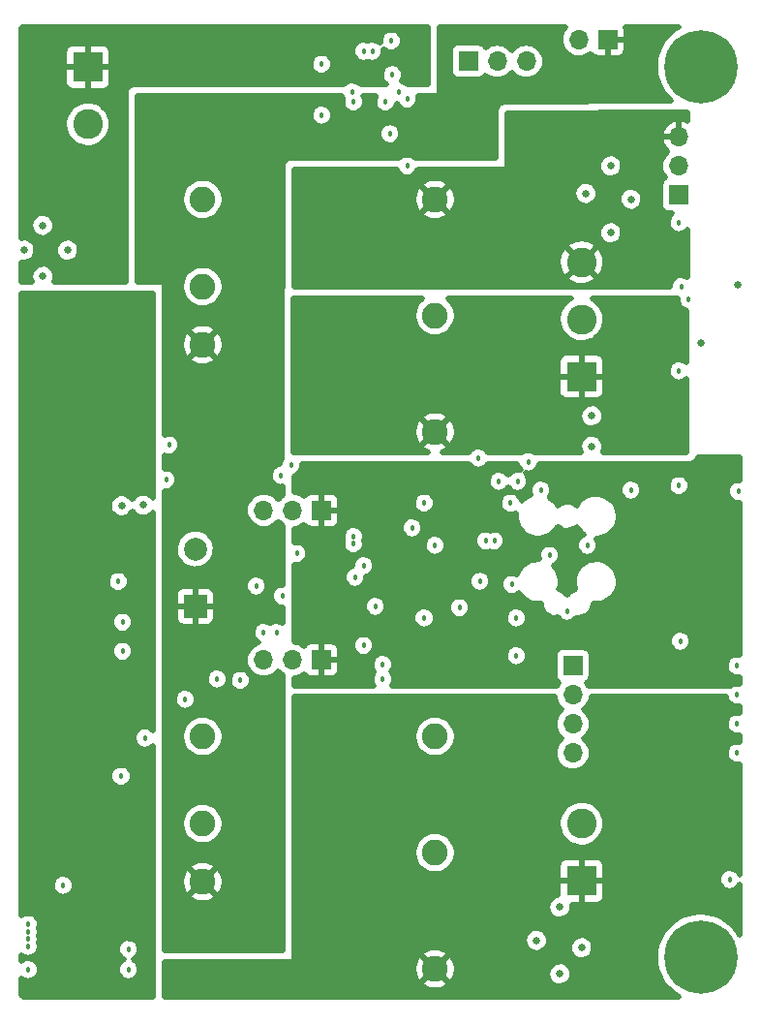
<source format=gbr>
G04 #@! TF.GenerationSoftware,KiCad,Pcbnew,(5.99.0-73-g24ea8f970)*
G04 #@! TF.CreationDate,2019-09-05T16:17:24-04:00*
G04 #@! TF.ProjectId,udoo-power,75646f6f-2d70-46f7-9765-722e6b696361,rev?*
G04 #@! TF.SameCoordinates,Original*
G04 #@! TF.FileFunction,Copper,L2,Inr*
G04 #@! TF.FilePolarity,Positive*
%FSLAX46Y46*%
G04 Gerber Fmt 4.6, Leading zero omitted, Abs format (unit mm)*
G04 Created by KiCad (PCBNEW (5.99.0-73-g24ea8f970)) date 2019-09-05 16:17:24*
%MOMM*%
%LPD*%
G04 APERTURE LIST*
%ADD10C,0.800000*%
%ADD11C,6.400000*%
%ADD12C,2.250000*%
%ADD13O,1.700000X1.700000*%
%ADD14R,1.700000X1.700000*%
%ADD15C,0.300000*%
%ADD16C,2.600000*%
%ADD17R,2.600000X2.600000*%
%ADD18C,2.000000*%
%ADD19R,2.000000X2.000000*%
%ADD20C,0.457200*%
%ADD21C,0.635000*%
%ADD22C,0.508000*%
G04 APERTURE END LIST*
D10*
X148001056Y-126763444D03*
X146304000Y-126060500D03*
X144606944Y-126763444D03*
X143904000Y-128460500D03*
X144606944Y-130157556D03*
X146304000Y-130860500D03*
X148001056Y-130157556D03*
X148704000Y-128460500D03*
D11*
X146304000Y-128460500D03*
D10*
X148001056Y-48912444D03*
X146304000Y-48209500D03*
X144606944Y-48912444D03*
X143904000Y-50609500D03*
X144606944Y-52306556D03*
X146304000Y-53009500D03*
X148001056Y-52306556D03*
X148704000Y-50609500D03*
D11*
X146304000Y-50609500D03*
D12*
X123063000Y-72390000D03*
X123063000Y-82550000D03*
X123063000Y-62230000D03*
X102743000Y-74930000D03*
X102743000Y-69850000D03*
X102743000Y-62230000D03*
D13*
X135636000Y-48260000D03*
D14*
X138176000Y-48260000D03*
D12*
X123063000Y-119329200D03*
X123063000Y-129489200D03*
X123063000Y-109169200D03*
X102743000Y-121869200D03*
X102743000Y-116789200D03*
X102743000Y-109169200D03*
D13*
X144399000Y-56769000D03*
X144399000Y-59309000D03*
D14*
X144399000Y-61849000D03*
D15*
X105359000Y-53526600D03*
X106959000Y-54526600D03*
X103759000Y-53526600D03*
X104559000Y-54526600D03*
X106959000Y-53526600D03*
X103759000Y-54526600D03*
X105359000Y-54526600D03*
X106159000Y-53526600D03*
X104559000Y-53526600D03*
X106159000Y-54526600D03*
X106959000Y-51086600D03*
X106959000Y-52086600D03*
X106159000Y-51086600D03*
X106159000Y-52086600D03*
X105359000Y-51086600D03*
X105359000Y-52086600D03*
X104559000Y-51086600D03*
X104559000Y-52086600D03*
X103759000Y-51086600D03*
X103759000Y-52086600D03*
D13*
X135128000Y-110617000D03*
X135128000Y-108077000D03*
X135128000Y-105537000D03*
D14*
X135128000Y-102997000D03*
D16*
X135890000Y-116793000D03*
D17*
X135890000Y-121793000D03*
D16*
X135890000Y-67724000D03*
X135890000Y-72724000D03*
D17*
X135890000Y-77724000D03*
D16*
X92710000Y-55673000D03*
D17*
X92710000Y-50673000D03*
D13*
X108077000Y-89408000D03*
X110617000Y-89408000D03*
D14*
X113157000Y-89408000D03*
D18*
X102108000Y-92790000D03*
D19*
X102108000Y-97790000D03*
D13*
X108077000Y-102489000D03*
X110617000Y-102489000D03*
D14*
X113157000Y-102489000D03*
X125984000Y-50165000D03*
D13*
X128524000Y-50165000D03*
X131064000Y-50165000D03*
D20*
X144602200Y-69850000D03*
D21*
X149580600Y-69672200D03*
X146304000Y-74803000D03*
X97536000Y-88950800D03*
X95656400Y-89001600D03*
D20*
X97688400Y-109296200D03*
X145262600Y-70967600D03*
X110490000Y-85471000D03*
X109601000Y-86360000D03*
X124826223Y-99934223D03*
X125641090Y-99072255D03*
X131229090Y-85169762D03*
X99568000Y-86741000D03*
D21*
X133985000Y-65151000D03*
X138430000Y-65151000D03*
X135509000Y-62865000D03*
X87122000Y-61595000D03*
X88773000Y-59690000D03*
D20*
X120650000Y-59309000D03*
X116840000Y-49276000D03*
X119343462Y-51344538D03*
X120650000Y-53467000D03*
X126873000Y-84836000D03*
X125222000Y-97917000D03*
X127000000Y-95598998D03*
X134620000Y-98204090D03*
X129794000Y-95885000D03*
X144526000Y-100838000D03*
X140716000Y-93980000D03*
X149606000Y-94869000D03*
X149606000Y-100838000D03*
X140208000Y-87630000D03*
X144399000Y-87249000D03*
X149606000Y-87757000D03*
D21*
X88773000Y-68961000D03*
X88773000Y-64516000D03*
X90932000Y-66675000D03*
X87122000Y-66675000D03*
X90805000Y-61595000D03*
X88773000Y-63246000D03*
D20*
X95618311Y-112649000D03*
X96076878Y-125144096D03*
X95758000Y-101727000D03*
X104013000Y-104140000D03*
X106045000Y-104267000D03*
X118491000Y-104140000D03*
X118491000Y-102870000D03*
X122123219Y-98806009D03*
X115951000Y-91694000D03*
X110998000Y-93179910D03*
X95758000Y-99187000D03*
X115951000Y-92329000D03*
X123063000Y-92456000D03*
X95377000Y-95631000D03*
X108077000Y-100076000D03*
X109220000Y-100076000D03*
X124968000Y-93091000D03*
X116078000Y-95250000D03*
X128270000Y-92075000D03*
X127508000Y-92075000D03*
X113157000Y-50419000D03*
X113157000Y-54864000D03*
X121069090Y-90932000D03*
X122135910Y-88773000D03*
X132334000Y-87630000D03*
X119888000Y-52832000D03*
X144399000Y-77216000D03*
X144399000Y-64262000D03*
X144399000Y-79756000D03*
X145034000Y-120396000D03*
D21*
X136271000Y-61722000D03*
X138430000Y-59309000D03*
X140208000Y-62230000D03*
X132461000Y-62230000D03*
X133985000Y-59309000D03*
X136779000Y-83820000D03*
X136779000Y-81153000D03*
X135509000Y-83820000D03*
X135509000Y-81153000D03*
X132334000Y-83947000D03*
X132334000Y-81153000D03*
D20*
X130302000Y-86868000D03*
X128651000Y-86868000D03*
X148844000Y-121666000D03*
D21*
X137033000Y-126238000D03*
X138430000Y-129921000D03*
X140208000Y-127000000D03*
X138430000Y-124079000D03*
X133985000Y-129921000D03*
X135890000Y-127635000D03*
X131953000Y-127000000D03*
X133985000Y-124079000D03*
D20*
X125095000Y-85725000D03*
X125095000Y-87884000D03*
X126746000Y-87884000D03*
X129667000Y-88773000D03*
X132969000Y-91821000D03*
X136398000Y-92456000D03*
X133096000Y-93345000D03*
X130175000Y-102108000D03*
X130175000Y-98806000D03*
X127127000Y-99949000D03*
X121158000Y-101219000D03*
X116840000Y-101219000D03*
X117856000Y-97790000D03*
X120650000Y-99187000D03*
X116840000Y-94234000D03*
X114046000Y-93980000D03*
X115316000Y-95885000D03*
X101219000Y-105918000D03*
X107442000Y-96012000D03*
X109728000Y-98933000D03*
X109728000Y-94869000D03*
X109728000Y-96901000D03*
X108712000Y-99060000D03*
X99822000Y-83693000D03*
X96266000Y-126873000D03*
X109601000Y-56261000D03*
X120904000Y-49022000D03*
X114935000Y-48387000D03*
X114681000Y-52070000D03*
X87884000Y-118110000D03*
X87884000Y-111506000D03*
X87884000Y-104775000D03*
X87884000Y-98171000D03*
X87884000Y-91567000D03*
X87884000Y-84963000D03*
X87884000Y-78359000D03*
X87884000Y-71628000D03*
X96266000Y-127762000D03*
X96266000Y-129540000D03*
X87503000Y-129540000D03*
X87503000Y-127508000D03*
X87503000Y-126873000D03*
X87503000Y-126238000D03*
X87503000Y-125603000D03*
X90551000Y-122174000D03*
X115824000Y-52832000D03*
X118745000Y-53721000D03*
X115951000Y-53721000D03*
X119126000Y-56504227D03*
X119253000Y-48387000D03*
X117602000Y-49276000D03*
X149479000Y-110617000D03*
X149479000Y-108077000D03*
X149479000Y-105537000D03*
X149479000Y-102997000D03*
D22*
G36*
X133535415Y-105817816D02*
G01*
X133608373Y-106090098D01*
X133727504Y-106345576D01*
X133889188Y-106576486D01*
X134088514Y-106775812D01*
X134133055Y-106807000D01*
X134088514Y-106838188D01*
X133889189Y-107037513D01*
X133727504Y-107268423D01*
X133608373Y-107523902D01*
X133535415Y-107796184D01*
X133510847Y-108077000D01*
X133535415Y-108357816D01*
X133608373Y-108630098D01*
X133727504Y-108885576D01*
X133889188Y-109116486D01*
X134088514Y-109315812D01*
X134133055Y-109347000D01*
X134088514Y-109378188D01*
X133889189Y-109577513D01*
X133727504Y-109808423D01*
X133608373Y-110063902D01*
X133535415Y-110336184D01*
X133510847Y-110617000D01*
X133535415Y-110897816D01*
X133608373Y-111170098D01*
X133727504Y-111425576D01*
X133889188Y-111656486D01*
X134088514Y-111855812D01*
X134319424Y-112017496D01*
X134574902Y-112136627D01*
X134847184Y-112209585D01*
X135057667Y-112228000D01*
X135198333Y-112228000D01*
X135408816Y-112209585D01*
X135681098Y-112136627D01*
X135936576Y-112017496D01*
X136167486Y-111855812D01*
X136366811Y-111656487D01*
X136528496Y-111425577D01*
X136647627Y-111170098D01*
X136720585Y-110897816D01*
X136745153Y-110617000D01*
X136720585Y-110336184D01*
X136647627Y-110063902D01*
X136528496Y-109808424D01*
X136366812Y-109577514D01*
X136167486Y-109378188D01*
X136122945Y-109347000D01*
X136167486Y-109315812D01*
X136366811Y-109116487D01*
X136528496Y-108885577D01*
X136647627Y-108630098D01*
X136720585Y-108357816D01*
X136745153Y-108077000D01*
X136720585Y-107796184D01*
X136647627Y-107523902D01*
X136528496Y-107268424D01*
X136366812Y-107037514D01*
X136167486Y-106838188D01*
X136122945Y-106807000D01*
X136167486Y-106775812D01*
X136366811Y-106576487D01*
X136528496Y-106345577D01*
X136647627Y-106090098D01*
X136720585Y-105817816D01*
X136728956Y-105722131D01*
X148503256Y-105722131D01*
X148563562Y-105938849D01*
X148713143Y-106179630D01*
X148924291Y-106368751D01*
X149180033Y-106491007D01*
X149459808Y-106536571D01*
X149741124Y-106501780D01*
X149754320Y-106496083D01*
X149754320Y-107117611D01*
X149485979Y-107077269D01*
X149205108Y-107115494D01*
X148946254Y-107231014D01*
X148730228Y-107414542D01*
X148574394Y-107651325D01*
X148491282Y-107922328D01*
X148487571Y-108205764D01*
X148563562Y-108478849D01*
X148713143Y-108719630D01*
X148924291Y-108908751D01*
X149180033Y-109031007D01*
X149459808Y-109076571D01*
X149741124Y-109041780D01*
X149754320Y-109036083D01*
X149754320Y-109657611D01*
X149485979Y-109617269D01*
X149205108Y-109655494D01*
X148946254Y-109771014D01*
X148730228Y-109954542D01*
X148574394Y-110191325D01*
X148491282Y-110462328D01*
X148487571Y-110745764D01*
X148563562Y-111018849D01*
X148713143Y-111259630D01*
X148924291Y-111448751D01*
X149180033Y-111571007D01*
X149459808Y-111616571D01*
X149741124Y-111581780D01*
X149754320Y-111576083D01*
X149754320Y-121252775D01*
X149601949Y-121014061D01*
X149388505Y-120827534D01*
X149131290Y-120708411D01*
X148850979Y-120666269D01*
X148570108Y-120704494D01*
X148311254Y-120820014D01*
X148095228Y-121003542D01*
X147939394Y-121240325D01*
X147856282Y-121511328D01*
X147852571Y-121794764D01*
X147928562Y-122067849D01*
X148078143Y-122308630D01*
X148289291Y-122497751D01*
X148545033Y-122620007D01*
X148824808Y-122665571D01*
X149106124Y-122630780D01*
X149366371Y-122518432D01*
X149584624Y-122337556D01*
X149743338Y-122102695D01*
X149754320Y-122068387D01*
X149754320Y-126514630D01*
X149630533Y-126300224D01*
X149386499Y-125964341D01*
X149108694Y-125655806D01*
X148800159Y-125378001D01*
X148464276Y-125133967D01*
X148104724Y-124926380D01*
X147725444Y-124757514D01*
X147330589Y-124629217D01*
X146924487Y-124542898D01*
X146511587Y-124499501D01*
X146096413Y-124499501D01*
X145683513Y-124542898D01*
X145277411Y-124629217D01*
X144882556Y-124757514D01*
X144503276Y-124926380D01*
X144143724Y-125133967D01*
X143807841Y-125378001D01*
X143499306Y-125655806D01*
X143221501Y-125964341D01*
X142977467Y-126300224D01*
X142769880Y-126659776D01*
X142601014Y-127039056D01*
X142472717Y-127433911D01*
X142386398Y-127840013D01*
X142343001Y-128252913D01*
X142343001Y-128668087D01*
X142386398Y-129080987D01*
X142472717Y-129487089D01*
X142601014Y-129881944D01*
X142769880Y-130261224D01*
X142977467Y-130620776D01*
X143221501Y-130956659D01*
X143499306Y-131265194D01*
X143807841Y-131542999D01*
X144143724Y-131787033D01*
X144358130Y-131910820D01*
X99440000Y-131910820D01*
X99440000Y-130840023D01*
X121713591Y-130840023D01*
X122074521Y-131102251D01*
X122339027Y-131237024D01*
X122621361Y-131328760D01*
X122914569Y-131375199D01*
X123211431Y-131375199D01*
X123504639Y-131328760D01*
X123786973Y-131237024D01*
X124051479Y-131102251D01*
X124412409Y-130840023D01*
X123063000Y-129490614D01*
X121713591Y-130840023D01*
X99440000Y-130840023D01*
X99440000Y-129340769D01*
X121177001Y-129340769D01*
X121177001Y-129637631D01*
X121223440Y-129930839D01*
X121315176Y-130213173D01*
X121449949Y-130477679D01*
X121712177Y-130838609D01*
X123061586Y-129489200D01*
X123064414Y-129489200D01*
X124413823Y-130838609D01*
X124676051Y-130477679D01*
X124810824Y-130213173D01*
X124902560Y-129930839D01*
X124905923Y-129909600D01*
X132896436Y-129909600D01*
X132933471Y-130202757D01*
X133047975Y-130475154D01*
X133231516Y-130706726D01*
X133470571Y-130880408D01*
X133747525Y-130983406D01*
X134041975Y-131008132D01*
X134332226Y-130952763D01*
X134596897Y-130821380D01*
X134816486Y-130623661D01*
X134974816Y-130374174D01*
X135060611Y-130090006D01*
X135063915Y-129774558D01*
X134984089Y-129488655D01*
X134831019Y-129235907D01*
X134615619Y-129033633D01*
X134353758Y-128896735D01*
X134064730Y-128835300D01*
X133769826Y-128853853D01*
X133490775Y-128951029D01*
X133248137Y-129119667D01*
X133059787Y-129347343D01*
X132939602Y-129617284D01*
X132896436Y-129909600D01*
X124905923Y-129909600D01*
X124948999Y-129637631D01*
X124948999Y-129340769D01*
X124902560Y-129047561D01*
X124810824Y-128765227D01*
X124676051Y-128500721D01*
X124413823Y-128139791D01*
X123064414Y-129489200D01*
X123061586Y-129489200D01*
X121712177Y-128139791D01*
X121449949Y-128500721D01*
X121315176Y-128765227D01*
X121223440Y-129047561D01*
X121177001Y-129340769D01*
X99440000Y-129340769D01*
X99440000Y-128904000D01*
X110743000Y-128904000D01*
X110743000Y-128138377D01*
X121713591Y-128138377D01*
X123063000Y-129487786D01*
X124412409Y-128138377D01*
X124051479Y-127876149D01*
X123786973Y-127741376D01*
X123504639Y-127649640D01*
X123211431Y-127603201D01*
X122914569Y-127603201D01*
X122621361Y-127649640D01*
X122339027Y-127741376D01*
X122074521Y-127876149D01*
X121713591Y-128138377D01*
X110743000Y-128138377D01*
X110743000Y-126988600D01*
X130864436Y-126988600D01*
X130901471Y-127281757D01*
X131015975Y-127554154D01*
X131199516Y-127785726D01*
X131438571Y-127959408D01*
X131715525Y-128062406D01*
X132009975Y-128087132D01*
X132300226Y-128031763D01*
X132564897Y-127900380D01*
X132784486Y-127702661D01*
X132834659Y-127623600D01*
X134801436Y-127623600D01*
X134838471Y-127916757D01*
X134952975Y-128189154D01*
X135136516Y-128420726D01*
X135375571Y-128594408D01*
X135652525Y-128697406D01*
X135946975Y-128722132D01*
X136237226Y-128666763D01*
X136501897Y-128535380D01*
X136721486Y-128337661D01*
X136879816Y-128088174D01*
X136965611Y-127804006D01*
X136968915Y-127488558D01*
X136889089Y-127202655D01*
X136736019Y-126949907D01*
X136520619Y-126747633D01*
X136258758Y-126610735D01*
X135969730Y-126549300D01*
X135674826Y-126567853D01*
X135395775Y-126665029D01*
X135153137Y-126833667D01*
X134964787Y-127061343D01*
X134844602Y-127331284D01*
X134801436Y-127623600D01*
X132834659Y-127623600D01*
X132942816Y-127453174D01*
X133028611Y-127169006D01*
X133031915Y-126853558D01*
X132952089Y-126567655D01*
X132799019Y-126314907D01*
X132583619Y-126112633D01*
X132321758Y-125975735D01*
X132032730Y-125914300D01*
X131737826Y-125932853D01*
X131458775Y-126030029D01*
X131216137Y-126198667D01*
X131027787Y-126426343D01*
X130907602Y-126696284D01*
X130864436Y-126988600D01*
X110743000Y-126988600D01*
X110743000Y-124067600D01*
X132896436Y-124067600D01*
X132933471Y-124360757D01*
X133047975Y-124633154D01*
X133231516Y-124864726D01*
X133470571Y-125038408D01*
X133747525Y-125141406D01*
X134041975Y-125166132D01*
X134332226Y-125110763D01*
X134596897Y-124979380D01*
X134816486Y-124781661D01*
X134974816Y-124532174D01*
X135060611Y-124248006D01*
X135063915Y-123932558D01*
X135044169Y-123861837D01*
X135889000Y-123861837D01*
X135889000Y-121794000D01*
X135891000Y-121794000D01*
X135891000Y-123861837D01*
X137223308Y-123861837D01*
X137567578Y-123769590D01*
X137781953Y-123589708D01*
X137916138Y-123357293D01*
X137958837Y-123115135D01*
X137958837Y-121794000D01*
X135891000Y-121794000D01*
X135889000Y-121794000D01*
X133821163Y-121794000D01*
X133821163Y-123008623D01*
X133769826Y-123011853D01*
X133490775Y-123109029D01*
X133248137Y-123277667D01*
X133059787Y-123505343D01*
X132939602Y-123775284D01*
X132896436Y-124067600D01*
X110743000Y-124067600D01*
X110743000Y-119180769D01*
X121177001Y-119180769D01*
X121177001Y-119477631D01*
X121223440Y-119770839D01*
X121315176Y-120053173D01*
X121449949Y-120317679D01*
X121624440Y-120557846D01*
X121834354Y-120767760D01*
X122074521Y-120942251D01*
X122339027Y-121077024D01*
X122621361Y-121168760D01*
X122914569Y-121215199D01*
X123211431Y-121215199D01*
X123504639Y-121168760D01*
X123786973Y-121077024D01*
X124051479Y-120942251D01*
X124291646Y-120767760D01*
X124501560Y-120557846D01*
X124564755Y-120470865D01*
X133821163Y-120470865D01*
X133821163Y-121792000D01*
X135889000Y-121792000D01*
X135889000Y-119724163D01*
X135891000Y-119724163D01*
X135891000Y-121792000D01*
X137958837Y-121792000D01*
X137958837Y-120459692D01*
X137866590Y-120115424D01*
X137686708Y-119901047D01*
X137454293Y-119766862D01*
X137212135Y-119724163D01*
X135891000Y-119724163D01*
X135889000Y-119724163D01*
X134556692Y-119724163D01*
X134212424Y-119816410D01*
X133998047Y-119996292D01*
X133863862Y-120228707D01*
X133821163Y-120470865D01*
X124564755Y-120470865D01*
X124676051Y-120317679D01*
X124810824Y-120053173D01*
X124902560Y-119770839D01*
X124948999Y-119477631D01*
X124948999Y-119180769D01*
X124902560Y-118887561D01*
X124810824Y-118605227D01*
X124676051Y-118340721D01*
X124501560Y-118100554D01*
X124291646Y-117890640D01*
X124051479Y-117716149D01*
X123786973Y-117581376D01*
X123504639Y-117489640D01*
X123211431Y-117443201D01*
X122914569Y-117443201D01*
X122621361Y-117489640D01*
X122339027Y-117581376D01*
X122074521Y-117716149D01*
X121834354Y-117890640D01*
X121624440Y-118100554D01*
X121449949Y-118340721D01*
X121315176Y-118605227D01*
X121223440Y-118887561D01*
X121177001Y-119180769D01*
X110743000Y-119180769D01*
X110743000Y-116890358D01*
X133825528Y-116890358D01*
X133862595Y-117194437D01*
X133944200Y-117489697D01*
X134068551Y-117769652D01*
X134232916Y-118028152D01*
X134433686Y-118259517D01*
X134666447Y-118458666D01*
X134926088Y-118621222D01*
X135206904Y-118743616D01*
X135502727Y-118823159D01*
X135807057Y-118858101D01*
X136113209Y-118847678D01*
X136414459Y-118792117D01*
X136704186Y-118692638D01*
X136976027Y-118551428D01*
X137224010Y-118371589D01*
X137442688Y-118157070D01*
X137627255Y-117912584D01*
X137773658Y-117643505D01*
X137878680Y-117355740D01*
X137940682Y-117052347D01*
X137951706Y-116644931D01*
X137906202Y-116338629D01*
X137816895Y-116045607D01*
X137685259Y-115769003D01*
X137514183Y-115514894D01*
X137307426Y-115288864D01*
X137069532Y-115095877D01*
X136805725Y-114940172D01*
X136521801Y-114825171D01*
X136223997Y-114753399D01*
X135918856Y-114726435D01*
X135613082Y-114744869D01*
X135313391Y-114808297D01*
X135026366Y-114915326D01*
X134758315Y-115063604D01*
X134515124Y-115249873D01*
X134302137Y-115470043D01*
X134124033Y-115719275D01*
X133984723Y-115992097D01*
X133887271Y-116282511D01*
X133833814Y-116584140D01*
X133825528Y-116890358D01*
X110743000Y-116890358D01*
X110743000Y-109020769D01*
X121177001Y-109020769D01*
X121177001Y-109317631D01*
X121223440Y-109610839D01*
X121315176Y-109893173D01*
X121449949Y-110157679D01*
X121624440Y-110397846D01*
X121834354Y-110607760D01*
X122074521Y-110782251D01*
X122339027Y-110917024D01*
X122621361Y-111008760D01*
X122914569Y-111055199D01*
X123211431Y-111055199D01*
X123504639Y-111008760D01*
X123786973Y-110917024D01*
X124051479Y-110782251D01*
X124291646Y-110607760D01*
X124501560Y-110397846D01*
X124676051Y-110157679D01*
X124810824Y-109893173D01*
X124902560Y-109610839D01*
X124948999Y-109317631D01*
X124948999Y-109020769D01*
X124902560Y-108727561D01*
X124810824Y-108445227D01*
X124676051Y-108180721D01*
X124501560Y-107940554D01*
X124291646Y-107730640D01*
X124051479Y-107556149D01*
X123786973Y-107421376D01*
X123504639Y-107329640D01*
X123211431Y-107283201D01*
X122914569Y-107283201D01*
X122621361Y-107329640D01*
X122339027Y-107421376D01*
X122074521Y-107556149D01*
X121834354Y-107730640D01*
X121624440Y-107940554D01*
X121449949Y-108180721D01*
X121315176Y-108445227D01*
X121223440Y-108727561D01*
X121177001Y-109020769D01*
X110743000Y-109020769D01*
X110743000Y-105722131D01*
X133527044Y-105722131D01*
X133535415Y-105817816D01*
X133535415Y-105817816D01*
G37*
X133535415Y-105817816D02*
X133608373Y-106090098D01*
X133727504Y-106345576D01*
X133889188Y-106576486D01*
X134088514Y-106775812D01*
X134133055Y-106807000D01*
X134088514Y-106838188D01*
X133889189Y-107037513D01*
X133727504Y-107268423D01*
X133608373Y-107523902D01*
X133535415Y-107796184D01*
X133510847Y-108077000D01*
X133535415Y-108357816D01*
X133608373Y-108630098D01*
X133727504Y-108885576D01*
X133889188Y-109116486D01*
X134088514Y-109315812D01*
X134133055Y-109347000D01*
X134088514Y-109378188D01*
X133889189Y-109577513D01*
X133727504Y-109808423D01*
X133608373Y-110063902D01*
X133535415Y-110336184D01*
X133510847Y-110617000D01*
X133535415Y-110897816D01*
X133608373Y-111170098D01*
X133727504Y-111425576D01*
X133889188Y-111656486D01*
X134088514Y-111855812D01*
X134319424Y-112017496D01*
X134574902Y-112136627D01*
X134847184Y-112209585D01*
X135057667Y-112228000D01*
X135198333Y-112228000D01*
X135408816Y-112209585D01*
X135681098Y-112136627D01*
X135936576Y-112017496D01*
X136167486Y-111855812D01*
X136366811Y-111656487D01*
X136528496Y-111425577D01*
X136647627Y-111170098D01*
X136720585Y-110897816D01*
X136745153Y-110617000D01*
X136720585Y-110336184D01*
X136647627Y-110063902D01*
X136528496Y-109808424D01*
X136366812Y-109577514D01*
X136167486Y-109378188D01*
X136122945Y-109347000D01*
X136167486Y-109315812D01*
X136366811Y-109116487D01*
X136528496Y-108885577D01*
X136647627Y-108630098D01*
X136720585Y-108357816D01*
X136745153Y-108077000D01*
X136720585Y-107796184D01*
X136647627Y-107523902D01*
X136528496Y-107268424D01*
X136366812Y-107037514D01*
X136167486Y-106838188D01*
X136122945Y-106807000D01*
X136167486Y-106775812D01*
X136366811Y-106576487D01*
X136528496Y-106345577D01*
X136647627Y-106090098D01*
X136720585Y-105817816D01*
X136728956Y-105722131D01*
X148503256Y-105722131D01*
X148563562Y-105938849D01*
X148713143Y-106179630D01*
X148924291Y-106368751D01*
X149180033Y-106491007D01*
X149459808Y-106536571D01*
X149741124Y-106501780D01*
X149754320Y-106496083D01*
X149754320Y-107117611D01*
X149485979Y-107077269D01*
X149205108Y-107115494D01*
X148946254Y-107231014D01*
X148730228Y-107414542D01*
X148574394Y-107651325D01*
X148491282Y-107922328D01*
X148487571Y-108205764D01*
X148563562Y-108478849D01*
X148713143Y-108719630D01*
X148924291Y-108908751D01*
X149180033Y-109031007D01*
X149459808Y-109076571D01*
X149741124Y-109041780D01*
X149754320Y-109036083D01*
X149754320Y-109657611D01*
X149485979Y-109617269D01*
X149205108Y-109655494D01*
X148946254Y-109771014D01*
X148730228Y-109954542D01*
X148574394Y-110191325D01*
X148491282Y-110462328D01*
X148487571Y-110745764D01*
X148563562Y-111018849D01*
X148713143Y-111259630D01*
X148924291Y-111448751D01*
X149180033Y-111571007D01*
X149459808Y-111616571D01*
X149741124Y-111581780D01*
X149754320Y-111576083D01*
X149754320Y-121252775D01*
X149601949Y-121014061D01*
X149388505Y-120827534D01*
X149131290Y-120708411D01*
X148850979Y-120666269D01*
X148570108Y-120704494D01*
X148311254Y-120820014D01*
X148095228Y-121003542D01*
X147939394Y-121240325D01*
X147856282Y-121511328D01*
X147852571Y-121794764D01*
X147928562Y-122067849D01*
X148078143Y-122308630D01*
X148289291Y-122497751D01*
X148545033Y-122620007D01*
X148824808Y-122665571D01*
X149106124Y-122630780D01*
X149366371Y-122518432D01*
X149584624Y-122337556D01*
X149743338Y-122102695D01*
X149754320Y-122068387D01*
X149754320Y-126514630D01*
X149630533Y-126300224D01*
X149386499Y-125964341D01*
X149108694Y-125655806D01*
X148800159Y-125378001D01*
X148464276Y-125133967D01*
X148104724Y-124926380D01*
X147725444Y-124757514D01*
X147330589Y-124629217D01*
X146924487Y-124542898D01*
X146511587Y-124499501D01*
X146096413Y-124499501D01*
X145683513Y-124542898D01*
X145277411Y-124629217D01*
X144882556Y-124757514D01*
X144503276Y-124926380D01*
X144143724Y-125133967D01*
X143807841Y-125378001D01*
X143499306Y-125655806D01*
X143221501Y-125964341D01*
X142977467Y-126300224D01*
X142769880Y-126659776D01*
X142601014Y-127039056D01*
X142472717Y-127433911D01*
X142386398Y-127840013D01*
X142343001Y-128252913D01*
X142343001Y-128668087D01*
X142386398Y-129080987D01*
X142472717Y-129487089D01*
X142601014Y-129881944D01*
X142769880Y-130261224D01*
X142977467Y-130620776D01*
X143221501Y-130956659D01*
X143499306Y-131265194D01*
X143807841Y-131542999D01*
X144143724Y-131787033D01*
X144358130Y-131910820D01*
X99440000Y-131910820D01*
X99440000Y-130840023D01*
X121713591Y-130840023D01*
X122074521Y-131102251D01*
X122339027Y-131237024D01*
X122621361Y-131328760D01*
X122914569Y-131375199D01*
X123211431Y-131375199D01*
X123504639Y-131328760D01*
X123786973Y-131237024D01*
X124051479Y-131102251D01*
X124412409Y-130840023D01*
X123063000Y-129490614D01*
X121713591Y-130840023D01*
X99440000Y-130840023D01*
X99440000Y-129340769D01*
X121177001Y-129340769D01*
X121177001Y-129637631D01*
X121223440Y-129930839D01*
X121315176Y-130213173D01*
X121449949Y-130477679D01*
X121712177Y-130838609D01*
X123061586Y-129489200D01*
X123064414Y-129489200D01*
X124413823Y-130838609D01*
X124676051Y-130477679D01*
X124810824Y-130213173D01*
X124902560Y-129930839D01*
X124905923Y-129909600D01*
X132896436Y-129909600D01*
X132933471Y-130202757D01*
X133047975Y-130475154D01*
X133231516Y-130706726D01*
X133470571Y-130880408D01*
X133747525Y-130983406D01*
X134041975Y-131008132D01*
X134332226Y-130952763D01*
X134596897Y-130821380D01*
X134816486Y-130623661D01*
X134974816Y-130374174D01*
X135060611Y-130090006D01*
X135063915Y-129774558D01*
X134984089Y-129488655D01*
X134831019Y-129235907D01*
X134615619Y-129033633D01*
X134353758Y-128896735D01*
X134064730Y-128835300D01*
X133769826Y-128853853D01*
X133490775Y-128951029D01*
X133248137Y-129119667D01*
X133059787Y-129347343D01*
X132939602Y-129617284D01*
X132896436Y-129909600D01*
X124905923Y-129909600D01*
X124948999Y-129637631D01*
X124948999Y-129340769D01*
X124902560Y-129047561D01*
X124810824Y-128765227D01*
X124676051Y-128500721D01*
X124413823Y-128139791D01*
X123064414Y-129489200D01*
X123061586Y-129489200D01*
X121712177Y-128139791D01*
X121449949Y-128500721D01*
X121315176Y-128765227D01*
X121223440Y-129047561D01*
X121177001Y-129340769D01*
X99440000Y-129340769D01*
X99440000Y-128904000D01*
X110743000Y-128904000D01*
X110743000Y-128138377D01*
X121713591Y-128138377D01*
X123063000Y-129487786D01*
X124412409Y-128138377D01*
X124051479Y-127876149D01*
X123786973Y-127741376D01*
X123504639Y-127649640D01*
X123211431Y-127603201D01*
X122914569Y-127603201D01*
X122621361Y-127649640D01*
X122339027Y-127741376D01*
X122074521Y-127876149D01*
X121713591Y-128138377D01*
X110743000Y-128138377D01*
X110743000Y-126988600D01*
X130864436Y-126988600D01*
X130901471Y-127281757D01*
X131015975Y-127554154D01*
X131199516Y-127785726D01*
X131438571Y-127959408D01*
X131715525Y-128062406D01*
X132009975Y-128087132D01*
X132300226Y-128031763D01*
X132564897Y-127900380D01*
X132784486Y-127702661D01*
X132834659Y-127623600D01*
X134801436Y-127623600D01*
X134838471Y-127916757D01*
X134952975Y-128189154D01*
X135136516Y-128420726D01*
X135375571Y-128594408D01*
X135652525Y-128697406D01*
X135946975Y-128722132D01*
X136237226Y-128666763D01*
X136501897Y-128535380D01*
X136721486Y-128337661D01*
X136879816Y-128088174D01*
X136965611Y-127804006D01*
X136968915Y-127488558D01*
X136889089Y-127202655D01*
X136736019Y-126949907D01*
X136520619Y-126747633D01*
X136258758Y-126610735D01*
X135969730Y-126549300D01*
X135674826Y-126567853D01*
X135395775Y-126665029D01*
X135153137Y-126833667D01*
X134964787Y-127061343D01*
X134844602Y-127331284D01*
X134801436Y-127623600D01*
X132834659Y-127623600D01*
X132942816Y-127453174D01*
X133028611Y-127169006D01*
X133031915Y-126853558D01*
X132952089Y-126567655D01*
X132799019Y-126314907D01*
X132583619Y-126112633D01*
X132321758Y-125975735D01*
X132032730Y-125914300D01*
X131737826Y-125932853D01*
X131458775Y-126030029D01*
X131216137Y-126198667D01*
X131027787Y-126426343D01*
X130907602Y-126696284D01*
X130864436Y-126988600D01*
X110743000Y-126988600D01*
X110743000Y-124067600D01*
X132896436Y-124067600D01*
X132933471Y-124360757D01*
X133047975Y-124633154D01*
X133231516Y-124864726D01*
X133470571Y-125038408D01*
X133747525Y-125141406D01*
X134041975Y-125166132D01*
X134332226Y-125110763D01*
X134596897Y-124979380D01*
X134816486Y-124781661D01*
X134974816Y-124532174D01*
X135060611Y-124248006D01*
X135063915Y-123932558D01*
X135044169Y-123861837D01*
X135889000Y-123861837D01*
X135889000Y-121794000D01*
X135891000Y-121794000D01*
X135891000Y-123861837D01*
X137223308Y-123861837D01*
X137567578Y-123769590D01*
X137781953Y-123589708D01*
X137916138Y-123357293D01*
X137958837Y-123115135D01*
X137958837Y-121794000D01*
X135891000Y-121794000D01*
X135889000Y-121794000D01*
X133821163Y-121794000D01*
X133821163Y-123008623D01*
X133769826Y-123011853D01*
X133490775Y-123109029D01*
X133248137Y-123277667D01*
X133059787Y-123505343D01*
X132939602Y-123775284D01*
X132896436Y-124067600D01*
X110743000Y-124067600D01*
X110743000Y-119180769D01*
X121177001Y-119180769D01*
X121177001Y-119477631D01*
X121223440Y-119770839D01*
X121315176Y-120053173D01*
X121449949Y-120317679D01*
X121624440Y-120557846D01*
X121834354Y-120767760D01*
X122074521Y-120942251D01*
X122339027Y-121077024D01*
X122621361Y-121168760D01*
X122914569Y-121215199D01*
X123211431Y-121215199D01*
X123504639Y-121168760D01*
X123786973Y-121077024D01*
X124051479Y-120942251D01*
X124291646Y-120767760D01*
X124501560Y-120557846D01*
X124564755Y-120470865D01*
X133821163Y-120470865D01*
X133821163Y-121792000D01*
X135889000Y-121792000D01*
X135889000Y-119724163D01*
X135891000Y-119724163D01*
X135891000Y-121792000D01*
X137958837Y-121792000D01*
X137958837Y-120459692D01*
X137866590Y-120115424D01*
X137686708Y-119901047D01*
X137454293Y-119766862D01*
X137212135Y-119724163D01*
X135891000Y-119724163D01*
X135889000Y-119724163D01*
X134556692Y-119724163D01*
X134212424Y-119816410D01*
X133998047Y-119996292D01*
X133863862Y-120228707D01*
X133821163Y-120470865D01*
X124564755Y-120470865D01*
X124676051Y-120317679D01*
X124810824Y-120053173D01*
X124902560Y-119770839D01*
X124948999Y-119477631D01*
X124948999Y-119180769D01*
X124902560Y-118887561D01*
X124810824Y-118605227D01*
X124676051Y-118340721D01*
X124501560Y-118100554D01*
X124291646Y-117890640D01*
X124051479Y-117716149D01*
X123786973Y-117581376D01*
X123504639Y-117489640D01*
X123211431Y-117443201D01*
X122914569Y-117443201D01*
X122621361Y-117489640D01*
X122339027Y-117581376D01*
X122074521Y-117716149D01*
X121834354Y-117890640D01*
X121624440Y-118100554D01*
X121449949Y-118340721D01*
X121315176Y-118605227D01*
X121223440Y-118887561D01*
X121177001Y-119180769D01*
X110743000Y-119180769D01*
X110743000Y-116890358D01*
X133825528Y-116890358D01*
X133862595Y-117194437D01*
X133944200Y-117489697D01*
X134068551Y-117769652D01*
X134232916Y-118028152D01*
X134433686Y-118259517D01*
X134666447Y-118458666D01*
X134926088Y-118621222D01*
X135206904Y-118743616D01*
X135502727Y-118823159D01*
X135807057Y-118858101D01*
X136113209Y-118847678D01*
X136414459Y-118792117D01*
X136704186Y-118692638D01*
X136976027Y-118551428D01*
X137224010Y-118371589D01*
X137442688Y-118157070D01*
X137627255Y-117912584D01*
X137773658Y-117643505D01*
X137878680Y-117355740D01*
X137940682Y-117052347D01*
X137951706Y-116644931D01*
X137906202Y-116338629D01*
X137816895Y-116045607D01*
X137685259Y-115769003D01*
X137514183Y-115514894D01*
X137307426Y-115288864D01*
X137069532Y-115095877D01*
X136805725Y-114940172D01*
X136521801Y-114825171D01*
X136223997Y-114753399D01*
X135918856Y-114726435D01*
X135613082Y-114744869D01*
X135313391Y-114808297D01*
X135026366Y-114915326D01*
X134758315Y-115063604D01*
X134515124Y-115249873D01*
X134302137Y-115470043D01*
X134124033Y-115719275D01*
X133984723Y-115992097D01*
X133887271Y-116282511D01*
X133833814Y-116584140D01*
X133825528Y-116890358D01*
X110743000Y-116890358D01*
X110743000Y-109020769D01*
X121177001Y-109020769D01*
X121177001Y-109317631D01*
X121223440Y-109610839D01*
X121315176Y-109893173D01*
X121449949Y-110157679D01*
X121624440Y-110397846D01*
X121834354Y-110607760D01*
X122074521Y-110782251D01*
X122339027Y-110917024D01*
X122621361Y-111008760D01*
X122914569Y-111055199D01*
X123211431Y-111055199D01*
X123504639Y-111008760D01*
X123786973Y-110917024D01*
X124051479Y-110782251D01*
X124291646Y-110607760D01*
X124501560Y-110397846D01*
X124676051Y-110157679D01*
X124810824Y-109893173D01*
X124902560Y-109610839D01*
X124948999Y-109317631D01*
X124948999Y-109020769D01*
X124902560Y-108727561D01*
X124810824Y-108445227D01*
X124676051Y-108180721D01*
X124501560Y-107940554D01*
X124291646Y-107730640D01*
X124051479Y-107556149D01*
X123786973Y-107421376D01*
X123504639Y-107329640D01*
X123211431Y-107283201D01*
X122914569Y-107283201D01*
X122621361Y-107329640D01*
X122339027Y-107421376D01*
X122074521Y-107556149D01*
X121834354Y-107730640D01*
X121624440Y-107940554D01*
X121449949Y-108180721D01*
X121315176Y-108445227D01*
X121223440Y-108727561D01*
X121177001Y-109020769D01*
X110743000Y-109020769D01*
X110743000Y-105722131D01*
X133527044Y-105722131D01*
X133535415Y-105817816D01*
G36*
X122429000Y-52170817D02*
G01*
X120635372Y-52170817D01*
X120432505Y-51993534D01*
X120178750Y-51876013D01*
X120242800Y-51781233D01*
X120329698Y-51509762D01*
X120333685Y-51205187D01*
X120253923Y-50931534D01*
X120101411Y-50692599D01*
X119887967Y-50506072D01*
X119630752Y-50386949D01*
X119350441Y-50344807D01*
X119069570Y-50383032D01*
X118810716Y-50498552D01*
X118594690Y-50682080D01*
X118438856Y-50918863D01*
X118355744Y-51189866D01*
X118352033Y-51473302D01*
X118428024Y-51746387D01*
X118577605Y-51987168D01*
X118782644Y-52170817D01*
X116571372Y-52170817D01*
X116368505Y-51993534D01*
X116111290Y-51874411D01*
X115830979Y-51832269D01*
X115550108Y-51870494D01*
X115291254Y-51986014D01*
X115075228Y-52169541D01*
X115074388Y-52170817D01*
X96746800Y-52170817D01*
X96464587Y-52232209D01*
X96273948Y-52354725D01*
X96131617Y-52518982D01*
X96041330Y-52716686D01*
X96013000Y-52913722D01*
X96013000Y-69470000D01*
X89727388Y-69470000D01*
X89762816Y-69414174D01*
X89848611Y-69130006D01*
X89851915Y-68814558D01*
X89772089Y-68528655D01*
X89619019Y-68275907D01*
X89403619Y-68073633D01*
X89141758Y-67936735D01*
X88852730Y-67875300D01*
X88557826Y-67893853D01*
X88278775Y-67991029D01*
X88036137Y-68159667D01*
X87847787Y-68387343D01*
X87727602Y-68657284D01*
X87684436Y-68949600D01*
X87721471Y-69242757D01*
X87816994Y-69470000D01*
X86867000Y-69470000D01*
X86867000Y-67730889D01*
X86884525Y-67737406D01*
X87178975Y-67762132D01*
X87469226Y-67706763D01*
X87733897Y-67575380D01*
X87953486Y-67377661D01*
X88111816Y-67128174D01*
X88197611Y-66844006D01*
X88199500Y-66663600D01*
X89843436Y-66663600D01*
X89880471Y-66956757D01*
X89994975Y-67229154D01*
X90178516Y-67460726D01*
X90417571Y-67634408D01*
X90694525Y-67737406D01*
X90988975Y-67762132D01*
X91279226Y-67706763D01*
X91543897Y-67575380D01*
X91763486Y-67377661D01*
X91921816Y-67128174D01*
X92007611Y-66844006D01*
X92010915Y-66528558D01*
X91931089Y-66242655D01*
X91778019Y-65989907D01*
X91562619Y-65787633D01*
X91300758Y-65650735D01*
X91011730Y-65589300D01*
X90716826Y-65607853D01*
X90437775Y-65705029D01*
X90195137Y-65873667D01*
X90006787Y-66101343D01*
X89886602Y-66371284D01*
X89843436Y-66663600D01*
X88199500Y-66663600D01*
X88200915Y-66528558D01*
X88121089Y-66242655D01*
X87968019Y-65989907D01*
X87752619Y-65787633D01*
X87490758Y-65650735D01*
X87201730Y-65589300D01*
X86906826Y-65607853D01*
X86867000Y-65621722D01*
X86867000Y-64504600D01*
X87684436Y-64504600D01*
X87721471Y-64797757D01*
X87835975Y-65070154D01*
X88019516Y-65301726D01*
X88258571Y-65475408D01*
X88535525Y-65578406D01*
X88829975Y-65603132D01*
X89120226Y-65547763D01*
X89384897Y-65416380D01*
X89604486Y-65218661D01*
X89762816Y-64969174D01*
X89848611Y-64685006D01*
X89851915Y-64369558D01*
X89772089Y-64083655D01*
X89619019Y-63830907D01*
X89403619Y-63628633D01*
X89141758Y-63491735D01*
X88852730Y-63430300D01*
X88557826Y-63448853D01*
X88278775Y-63546029D01*
X88036137Y-63714667D01*
X87847787Y-63942343D01*
X87727602Y-64212284D01*
X87684436Y-64504600D01*
X86867000Y-64504600D01*
X86867000Y-55770358D01*
X90645528Y-55770358D01*
X90682595Y-56074437D01*
X90764200Y-56369697D01*
X90888551Y-56649652D01*
X91052916Y-56908152D01*
X91253686Y-57139517D01*
X91486447Y-57338666D01*
X91746088Y-57501222D01*
X92026904Y-57623616D01*
X92322727Y-57703159D01*
X92627057Y-57738101D01*
X92933209Y-57727678D01*
X93234459Y-57672117D01*
X93524186Y-57572638D01*
X93796027Y-57431428D01*
X94044010Y-57251589D01*
X94262688Y-57037070D01*
X94447255Y-56792584D01*
X94593658Y-56523505D01*
X94698680Y-56235740D01*
X94760682Y-55932347D01*
X94771706Y-55524931D01*
X94726202Y-55218629D01*
X94636895Y-54925607D01*
X94505259Y-54649003D01*
X94334183Y-54394894D01*
X94127426Y-54168864D01*
X93889532Y-53975877D01*
X93625725Y-53820172D01*
X93341801Y-53705171D01*
X93043997Y-53633399D01*
X92738856Y-53606435D01*
X92433082Y-53624869D01*
X92133391Y-53688297D01*
X91846366Y-53795326D01*
X91578315Y-53943604D01*
X91335124Y-54129873D01*
X91122137Y-54350043D01*
X90944033Y-54599275D01*
X90804723Y-54872097D01*
X90707271Y-55162511D01*
X90653814Y-55464140D01*
X90645528Y-55770358D01*
X86867000Y-55770358D01*
X86867000Y-50674000D01*
X90641163Y-50674000D01*
X90641163Y-52006308D01*
X90733410Y-52350578D01*
X90913292Y-52564953D01*
X91145707Y-52699138D01*
X91387865Y-52741837D01*
X92709000Y-52741837D01*
X92709000Y-50674000D01*
X92711000Y-50674000D01*
X92711000Y-52741837D01*
X94043308Y-52741837D01*
X94387578Y-52649590D01*
X94601953Y-52469708D01*
X94736138Y-52237293D01*
X94778837Y-51995135D01*
X94778837Y-50674000D01*
X92711000Y-50674000D01*
X92709000Y-50674000D01*
X90641163Y-50674000D01*
X86867000Y-50674000D01*
X86867000Y-49350865D01*
X90641163Y-49350865D01*
X90641163Y-50672000D01*
X92709000Y-50672000D01*
X92709000Y-48604163D01*
X92711000Y-48604163D01*
X92711000Y-50672000D01*
X94778837Y-50672000D01*
X94778837Y-50547764D01*
X112165571Y-50547764D01*
X112241562Y-50820849D01*
X112391143Y-51061630D01*
X112602291Y-51250751D01*
X112858033Y-51373007D01*
X113137808Y-51418571D01*
X113419124Y-51383780D01*
X113679371Y-51271432D01*
X113897624Y-51090556D01*
X114056338Y-50855695D01*
X114143236Y-50584224D01*
X114147223Y-50279649D01*
X114067461Y-50005996D01*
X113914949Y-49767061D01*
X113701505Y-49580534D01*
X113444290Y-49461411D01*
X113163979Y-49419269D01*
X112883108Y-49457494D01*
X112624254Y-49573014D01*
X112408228Y-49756542D01*
X112252394Y-49993325D01*
X112169282Y-50264328D01*
X112165571Y-50547764D01*
X94778837Y-50547764D01*
X94778837Y-49404764D01*
X115848571Y-49404764D01*
X115924562Y-49677849D01*
X116074143Y-49918630D01*
X116285291Y-50107751D01*
X116541033Y-50230007D01*
X116820808Y-50275571D01*
X117102124Y-50240780D01*
X117219538Y-50190093D01*
X117303033Y-50230007D01*
X117582808Y-50275571D01*
X117864124Y-50240780D01*
X118124371Y-50128432D01*
X118342624Y-49947556D01*
X118501338Y-49712695D01*
X118588236Y-49441224D01*
X118592223Y-49136649D01*
X118587134Y-49119190D01*
X118698291Y-49218751D01*
X118954033Y-49341007D01*
X119233808Y-49386571D01*
X119515124Y-49351780D01*
X119775371Y-49239432D01*
X119993624Y-49058556D01*
X120152338Y-48823695D01*
X120239236Y-48552224D01*
X120243223Y-48247649D01*
X120163461Y-47973996D01*
X120010949Y-47735061D01*
X119797505Y-47548534D01*
X119540290Y-47429411D01*
X119259979Y-47387269D01*
X118979108Y-47425494D01*
X118720254Y-47541014D01*
X118504228Y-47724542D01*
X118348394Y-47961325D01*
X118265282Y-48232328D01*
X118261571Y-48515764D01*
X118269780Y-48545263D01*
X118146505Y-48437534D01*
X117889290Y-48318411D01*
X117608979Y-48276269D01*
X117328108Y-48314494D01*
X117221531Y-48362057D01*
X117127290Y-48318411D01*
X116846979Y-48276269D01*
X116566108Y-48314494D01*
X116307254Y-48430014D01*
X116091228Y-48613542D01*
X115935394Y-48850325D01*
X115852282Y-49121328D01*
X115848571Y-49404764D01*
X94778837Y-49404764D01*
X94778837Y-49339692D01*
X94686590Y-48995424D01*
X94506708Y-48781047D01*
X94274293Y-48646862D01*
X94032135Y-48604163D01*
X92711000Y-48604163D01*
X92709000Y-48604163D01*
X91376692Y-48604163D01*
X91032424Y-48696410D01*
X90818047Y-48876292D01*
X90683862Y-49108707D01*
X90641163Y-49350865D01*
X86867000Y-49350865D01*
X86867000Y-47493572D01*
X86868223Y-47482228D01*
X86881189Y-47354585D01*
X86896046Y-47307176D01*
X86920135Y-47263718D01*
X86952469Y-47225993D01*
X86991728Y-47195541D01*
X87036304Y-47173607D01*
X87093539Y-47158698D01*
X87198756Y-47150602D01*
X87205863Y-47149020D01*
X122429000Y-47149020D01*
X122429000Y-52170817D01*
X122429000Y-52170817D01*
G37*
X122429000Y-52170817D02*
X120635372Y-52170817D01*
X120432505Y-51993534D01*
X120178750Y-51876013D01*
X120242800Y-51781233D01*
X120329698Y-51509762D01*
X120333685Y-51205187D01*
X120253923Y-50931534D01*
X120101411Y-50692599D01*
X119887967Y-50506072D01*
X119630752Y-50386949D01*
X119350441Y-50344807D01*
X119069570Y-50383032D01*
X118810716Y-50498552D01*
X118594690Y-50682080D01*
X118438856Y-50918863D01*
X118355744Y-51189866D01*
X118352033Y-51473302D01*
X118428024Y-51746387D01*
X118577605Y-51987168D01*
X118782644Y-52170817D01*
X116571372Y-52170817D01*
X116368505Y-51993534D01*
X116111290Y-51874411D01*
X115830979Y-51832269D01*
X115550108Y-51870494D01*
X115291254Y-51986014D01*
X115075228Y-52169541D01*
X115074388Y-52170817D01*
X96746800Y-52170817D01*
X96464587Y-52232209D01*
X96273948Y-52354725D01*
X96131617Y-52518982D01*
X96041330Y-52716686D01*
X96013000Y-52913722D01*
X96013000Y-69470000D01*
X89727388Y-69470000D01*
X89762816Y-69414174D01*
X89848611Y-69130006D01*
X89851915Y-68814558D01*
X89772089Y-68528655D01*
X89619019Y-68275907D01*
X89403619Y-68073633D01*
X89141758Y-67936735D01*
X88852730Y-67875300D01*
X88557826Y-67893853D01*
X88278775Y-67991029D01*
X88036137Y-68159667D01*
X87847787Y-68387343D01*
X87727602Y-68657284D01*
X87684436Y-68949600D01*
X87721471Y-69242757D01*
X87816994Y-69470000D01*
X86867000Y-69470000D01*
X86867000Y-67730889D01*
X86884525Y-67737406D01*
X87178975Y-67762132D01*
X87469226Y-67706763D01*
X87733897Y-67575380D01*
X87953486Y-67377661D01*
X88111816Y-67128174D01*
X88197611Y-66844006D01*
X88199500Y-66663600D01*
X89843436Y-66663600D01*
X89880471Y-66956757D01*
X89994975Y-67229154D01*
X90178516Y-67460726D01*
X90417571Y-67634408D01*
X90694525Y-67737406D01*
X90988975Y-67762132D01*
X91279226Y-67706763D01*
X91543897Y-67575380D01*
X91763486Y-67377661D01*
X91921816Y-67128174D01*
X92007611Y-66844006D01*
X92010915Y-66528558D01*
X91931089Y-66242655D01*
X91778019Y-65989907D01*
X91562619Y-65787633D01*
X91300758Y-65650735D01*
X91011730Y-65589300D01*
X90716826Y-65607853D01*
X90437775Y-65705029D01*
X90195137Y-65873667D01*
X90006787Y-66101343D01*
X89886602Y-66371284D01*
X89843436Y-66663600D01*
X88199500Y-66663600D01*
X88200915Y-66528558D01*
X88121089Y-66242655D01*
X87968019Y-65989907D01*
X87752619Y-65787633D01*
X87490758Y-65650735D01*
X87201730Y-65589300D01*
X86906826Y-65607853D01*
X86867000Y-65621722D01*
X86867000Y-64504600D01*
X87684436Y-64504600D01*
X87721471Y-64797757D01*
X87835975Y-65070154D01*
X88019516Y-65301726D01*
X88258571Y-65475408D01*
X88535525Y-65578406D01*
X88829975Y-65603132D01*
X89120226Y-65547763D01*
X89384897Y-65416380D01*
X89604486Y-65218661D01*
X89762816Y-64969174D01*
X89848611Y-64685006D01*
X89851915Y-64369558D01*
X89772089Y-64083655D01*
X89619019Y-63830907D01*
X89403619Y-63628633D01*
X89141758Y-63491735D01*
X88852730Y-63430300D01*
X88557826Y-63448853D01*
X88278775Y-63546029D01*
X88036137Y-63714667D01*
X87847787Y-63942343D01*
X87727602Y-64212284D01*
X87684436Y-64504600D01*
X86867000Y-64504600D01*
X86867000Y-55770358D01*
X90645528Y-55770358D01*
X90682595Y-56074437D01*
X90764200Y-56369697D01*
X90888551Y-56649652D01*
X91052916Y-56908152D01*
X91253686Y-57139517D01*
X91486447Y-57338666D01*
X91746088Y-57501222D01*
X92026904Y-57623616D01*
X92322727Y-57703159D01*
X92627057Y-57738101D01*
X92933209Y-57727678D01*
X93234459Y-57672117D01*
X93524186Y-57572638D01*
X93796027Y-57431428D01*
X94044010Y-57251589D01*
X94262688Y-57037070D01*
X94447255Y-56792584D01*
X94593658Y-56523505D01*
X94698680Y-56235740D01*
X94760682Y-55932347D01*
X94771706Y-55524931D01*
X94726202Y-55218629D01*
X94636895Y-54925607D01*
X94505259Y-54649003D01*
X94334183Y-54394894D01*
X94127426Y-54168864D01*
X93889532Y-53975877D01*
X93625725Y-53820172D01*
X93341801Y-53705171D01*
X93043997Y-53633399D01*
X92738856Y-53606435D01*
X92433082Y-53624869D01*
X92133391Y-53688297D01*
X91846366Y-53795326D01*
X91578315Y-53943604D01*
X91335124Y-54129873D01*
X91122137Y-54350043D01*
X90944033Y-54599275D01*
X90804723Y-54872097D01*
X90707271Y-55162511D01*
X90653814Y-55464140D01*
X90645528Y-55770358D01*
X86867000Y-55770358D01*
X86867000Y-50674000D01*
X90641163Y-50674000D01*
X90641163Y-52006308D01*
X90733410Y-52350578D01*
X90913292Y-52564953D01*
X91145707Y-52699138D01*
X91387865Y-52741837D01*
X92709000Y-52741837D01*
X92709000Y-50674000D01*
X92711000Y-50674000D01*
X92711000Y-52741837D01*
X94043308Y-52741837D01*
X94387578Y-52649590D01*
X94601953Y-52469708D01*
X94736138Y-52237293D01*
X94778837Y-51995135D01*
X94778837Y-50674000D01*
X92711000Y-50674000D01*
X92709000Y-50674000D01*
X90641163Y-50674000D01*
X86867000Y-50674000D01*
X86867000Y-49350865D01*
X90641163Y-49350865D01*
X90641163Y-50672000D01*
X92709000Y-50672000D01*
X92709000Y-48604163D01*
X92711000Y-48604163D01*
X92711000Y-50672000D01*
X94778837Y-50672000D01*
X94778837Y-50547764D01*
X112165571Y-50547764D01*
X112241562Y-50820849D01*
X112391143Y-51061630D01*
X112602291Y-51250751D01*
X112858033Y-51373007D01*
X113137808Y-51418571D01*
X113419124Y-51383780D01*
X113679371Y-51271432D01*
X113897624Y-51090556D01*
X114056338Y-50855695D01*
X114143236Y-50584224D01*
X114147223Y-50279649D01*
X114067461Y-50005996D01*
X113914949Y-49767061D01*
X113701505Y-49580534D01*
X113444290Y-49461411D01*
X113163979Y-49419269D01*
X112883108Y-49457494D01*
X112624254Y-49573014D01*
X112408228Y-49756542D01*
X112252394Y-49993325D01*
X112169282Y-50264328D01*
X112165571Y-50547764D01*
X94778837Y-50547764D01*
X94778837Y-49404764D01*
X115848571Y-49404764D01*
X115924562Y-49677849D01*
X116074143Y-49918630D01*
X116285291Y-50107751D01*
X116541033Y-50230007D01*
X116820808Y-50275571D01*
X117102124Y-50240780D01*
X117219538Y-50190093D01*
X117303033Y-50230007D01*
X117582808Y-50275571D01*
X117864124Y-50240780D01*
X118124371Y-50128432D01*
X118342624Y-49947556D01*
X118501338Y-49712695D01*
X118588236Y-49441224D01*
X118592223Y-49136649D01*
X118587134Y-49119190D01*
X118698291Y-49218751D01*
X118954033Y-49341007D01*
X119233808Y-49386571D01*
X119515124Y-49351780D01*
X119775371Y-49239432D01*
X119993624Y-49058556D01*
X120152338Y-48823695D01*
X120239236Y-48552224D01*
X120243223Y-48247649D01*
X120163461Y-47973996D01*
X120010949Y-47735061D01*
X119797505Y-47548534D01*
X119540290Y-47429411D01*
X119259979Y-47387269D01*
X118979108Y-47425494D01*
X118720254Y-47541014D01*
X118504228Y-47724542D01*
X118348394Y-47961325D01*
X118265282Y-48232328D01*
X118261571Y-48515764D01*
X118269780Y-48545263D01*
X118146505Y-48437534D01*
X117889290Y-48318411D01*
X117608979Y-48276269D01*
X117328108Y-48314494D01*
X117221531Y-48362057D01*
X117127290Y-48318411D01*
X116846979Y-48276269D01*
X116566108Y-48314494D01*
X116307254Y-48430014D01*
X116091228Y-48613542D01*
X115935394Y-48850325D01*
X115852282Y-49121328D01*
X115848571Y-49404764D01*
X94778837Y-49404764D01*
X94778837Y-49339692D01*
X94686590Y-48995424D01*
X94506708Y-48781047D01*
X94274293Y-48646862D01*
X94032135Y-48604163D01*
X92711000Y-48604163D01*
X92709000Y-48604163D01*
X91376692Y-48604163D01*
X91032424Y-48696410D01*
X90818047Y-48876292D01*
X90683862Y-49108707D01*
X90641163Y-49350865D01*
X86867000Y-49350865D01*
X86867000Y-47493572D01*
X86868223Y-47482228D01*
X86881189Y-47354585D01*
X86896046Y-47307176D01*
X86920135Y-47263718D01*
X86952469Y-47225993D01*
X86991728Y-47195541D01*
X87036304Y-47173607D01*
X87093539Y-47158698D01*
X87198756Y-47150602D01*
X87205863Y-47149020D01*
X122429000Y-47149020D01*
X122429000Y-52170817D01*
G36*
X134397189Y-47220513D02*
G01*
X134235504Y-47451423D01*
X134116373Y-47706902D01*
X134043415Y-47979184D01*
X134018847Y-48260000D01*
X134043415Y-48540816D01*
X134116373Y-48813098D01*
X134235504Y-49068576D01*
X134397188Y-49299486D01*
X134596514Y-49498812D01*
X134827424Y-49660496D01*
X135082902Y-49779627D01*
X135355184Y-49852585D01*
X135565667Y-49871000D01*
X135706333Y-49871000D01*
X135916816Y-49852585D01*
X136189098Y-49779627D01*
X136444576Y-49660496D01*
X136664998Y-49506155D01*
X136829292Y-49701953D01*
X137061707Y-49836138D01*
X137303865Y-49878837D01*
X138175000Y-49878837D01*
X138175000Y-48261000D01*
X138177000Y-48261000D01*
X138177000Y-49878837D01*
X139059308Y-49878837D01*
X139403578Y-49786590D01*
X139617953Y-49606708D01*
X139752138Y-49374293D01*
X139794837Y-49132135D01*
X139794837Y-48261000D01*
X138177000Y-48261000D01*
X138175000Y-48261000D01*
X138175000Y-48259000D01*
X139794837Y-48259000D01*
X139794837Y-47376692D01*
X139733832Y-47149020D01*
X144375728Y-47149020D01*
X144143724Y-47282967D01*
X143807841Y-47527001D01*
X143499306Y-47804806D01*
X143221501Y-48113341D01*
X142977467Y-48449224D01*
X142769880Y-48808776D01*
X142601014Y-49188056D01*
X142472717Y-49582911D01*
X142386398Y-49989013D01*
X142343001Y-50401913D01*
X142343001Y-50817087D01*
X142386398Y-51229987D01*
X142472717Y-51636089D01*
X142601014Y-52030944D01*
X142769880Y-52410224D01*
X142977467Y-52769776D01*
X143221501Y-53105659D01*
X143499306Y-53414194D01*
X143730852Y-53622679D01*
X129129235Y-53676397D01*
X128849385Y-53737815D01*
X128658948Y-53860201D01*
X128516617Y-54024458D01*
X128426330Y-54222162D01*
X128398000Y-54419198D01*
X128398000Y-58633939D01*
X121352472Y-58608580D01*
X121194505Y-58470534D01*
X120937290Y-58351411D01*
X120656979Y-58309269D01*
X120376108Y-58347494D01*
X120117254Y-58463014D01*
X119951845Y-58603539D01*
X110483474Y-58569459D01*
X110372744Y-58577179D01*
X110172788Y-58635891D01*
X109989948Y-58753396D01*
X109847617Y-58917653D01*
X109757330Y-59115357D01*
X109729000Y-59312393D01*
X109729000Y-69897355D01*
X109674877Y-70015869D01*
X109646547Y-70212905D01*
X109646547Y-84609200D01*
X109702660Y-84867145D01*
X109585394Y-85045325D01*
X109502282Y-85316328D01*
X109501517Y-85374758D01*
X109327108Y-85398494D01*
X109068254Y-85514014D01*
X108852228Y-85697542D01*
X108696394Y-85934325D01*
X108613282Y-86205328D01*
X108609571Y-86488764D01*
X108685562Y-86761849D01*
X108835143Y-87002630D01*
X109046291Y-87191751D01*
X109302033Y-87314007D01*
X109581808Y-87359571D01*
X109729000Y-87341367D01*
X109729000Y-88063117D01*
X109577514Y-88169188D01*
X109378189Y-88368513D01*
X109347000Y-88413055D01*
X109315812Y-88368514D01*
X109116486Y-88169188D01*
X108885576Y-88007504D01*
X108630098Y-87888373D01*
X108357816Y-87815415D01*
X108147333Y-87797000D01*
X108006667Y-87797000D01*
X107796184Y-87815415D01*
X107523902Y-87888373D01*
X107268424Y-88007504D01*
X107037514Y-88169188D01*
X106838189Y-88368513D01*
X106676504Y-88599423D01*
X106557373Y-88854902D01*
X106484415Y-89127184D01*
X106459847Y-89408000D01*
X106484415Y-89688816D01*
X106557373Y-89961098D01*
X106676504Y-90216576D01*
X106838188Y-90447486D01*
X107037514Y-90646812D01*
X107268424Y-90808496D01*
X107523902Y-90927627D01*
X107796184Y-91000585D01*
X108006667Y-91019000D01*
X108147333Y-91019000D01*
X108357816Y-91000585D01*
X108630098Y-90927627D01*
X108885576Y-90808496D01*
X109116486Y-90646812D01*
X109315811Y-90447487D01*
X109347000Y-90402945D01*
X109378188Y-90447486D01*
X109577514Y-90646812D01*
X109729000Y-90752883D01*
X109729000Y-95902083D01*
X109454108Y-95939494D01*
X109195254Y-96055014D01*
X108979228Y-96238542D01*
X108823394Y-96475325D01*
X108740282Y-96746328D01*
X108736571Y-97029764D01*
X108812562Y-97302849D01*
X108962143Y-97543630D01*
X109173291Y-97732751D01*
X109429033Y-97855007D01*
X109708808Y-97900571D01*
X109729000Y-97898074D01*
X109729000Y-99221091D01*
X109507290Y-99118411D01*
X109226979Y-99076269D01*
X108946108Y-99114494D01*
X108687254Y-99230014D01*
X108649552Y-99262044D01*
X108621505Y-99237534D01*
X108364290Y-99118411D01*
X108083979Y-99076269D01*
X107803108Y-99114494D01*
X107544254Y-99230014D01*
X107328228Y-99413542D01*
X107172394Y-99650325D01*
X107089282Y-99921328D01*
X107085571Y-100204764D01*
X107161562Y-100477849D01*
X107311143Y-100718630D01*
X107522291Y-100907751D01*
X107605473Y-100947516D01*
X107523902Y-100969373D01*
X107268424Y-101088504D01*
X107037514Y-101250188D01*
X106838189Y-101449513D01*
X106676504Y-101680423D01*
X106557373Y-101935902D01*
X106484415Y-102208184D01*
X106459847Y-102489000D01*
X106484415Y-102769816D01*
X106557373Y-103042098D01*
X106676504Y-103297576D01*
X106838188Y-103528486D01*
X107037514Y-103727812D01*
X107268424Y-103889496D01*
X107523902Y-104008627D01*
X107796184Y-104081585D01*
X108006667Y-104100000D01*
X108147333Y-104100000D01*
X108357816Y-104081585D01*
X108630098Y-104008627D01*
X108885576Y-103889496D01*
X109116486Y-103727812D01*
X109315811Y-103528487D01*
X109347000Y-103483945D01*
X109378188Y-103528486D01*
X109577514Y-103727812D01*
X109729000Y-103833883D01*
X109729000Y-104988330D01*
X109730954Y-104997314D01*
X109729000Y-105010905D01*
X109729000Y-127890000D01*
X99440000Y-127890000D01*
X99440000Y-123220023D01*
X101393591Y-123220023D01*
X101754521Y-123482251D01*
X102019027Y-123617024D01*
X102301361Y-123708760D01*
X102594569Y-123755199D01*
X102891431Y-123755199D01*
X103184639Y-123708760D01*
X103466973Y-123617024D01*
X103731479Y-123482251D01*
X104092409Y-123220023D01*
X102743000Y-121870614D01*
X101393591Y-123220023D01*
X99440000Y-123220023D01*
X99440000Y-121720769D01*
X100857001Y-121720769D01*
X100857001Y-122017631D01*
X100903440Y-122310839D01*
X100995176Y-122593173D01*
X101129949Y-122857679D01*
X101392177Y-123218609D01*
X102741586Y-121869200D01*
X102744414Y-121869200D01*
X104093823Y-123218609D01*
X104356051Y-122857679D01*
X104490824Y-122593173D01*
X104582560Y-122310839D01*
X104628999Y-122017631D01*
X104628999Y-121720769D01*
X104582560Y-121427561D01*
X104490824Y-121145227D01*
X104356051Y-120880721D01*
X104093823Y-120519791D01*
X102744414Y-121869200D01*
X102741586Y-121869200D01*
X101392177Y-120519791D01*
X101129949Y-120880721D01*
X100995176Y-121145227D01*
X100903440Y-121427561D01*
X100857001Y-121720769D01*
X99440000Y-121720769D01*
X99440000Y-120518377D01*
X101393591Y-120518377D01*
X102743000Y-121867786D01*
X104092409Y-120518377D01*
X103731479Y-120256149D01*
X103466973Y-120121376D01*
X103184639Y-120029640D01*
X102891431Y-119983201D01*
X102594569Y-119983201D01*
X102301361Y-120029640D01*
X102019027Y-120121376D01*
X101754521Y-120256149D01*
X101393591Y-120518377D01*
X99440000Y-120518377D01*
X99440000Y-116640769D01*
X100857001Y-116640769D01*
X100857001Y-116937631D01*
X100903440Y-117230839D01*
X100995176Y-117513173D01*
X101129949Y-117777679D01*
X101304440Y-118017846D01*
X101514354Y-118227760D01*
X101754521Y-118402251D01*
X102019027Y-118537024D01*
X102301361Y-118628760D01*
X102594569Y-118675199D01*
X102891431Y-118675199D01*
X103184639Y-118628760D01*
X103466973Y-118537024D01*
X103731479Y-118402251D01*
X103971646Y-118227760D01*
X104181560Y-118017846D01*
X104356051Y-117777679D01*
X104490824Y-117513173D01*
X104582560Y-117230839D01*
X104628999Y-116937631D01*
X104628999Y-116640769D01*
X104582560Y-116347561D01*
X104490824Y-116065227D01*
X104356051Y-115800721D01*
X104181560Y-115560554D01*
X103971646Y-115350640D01*
X103731479Y-115176149D01*
X103466973Y-115041376D01*
X103184639Y-114949640D01*
X102891431Y-114903201D01*
X102594569Y-114903201D01*
X102301361Y-114949640D01*
X102019027Y-115041376D01*
X101754521Y-115176149D01*
X101514354Y-115350640D01*
X101304440Y-115560554D01*
X101129949Y-115800721D01*
X100995176Y-116065227D01*
X100903440Y-116347561D01*
X100857001Y-116640769D01*
X99440000Y-116640769D01*
X99440000Y-109020769D01*
X100857001Y-109020769D01*
X100857001Y-109317631D01*
X100903440Y-109610839D01*
X100995176Y-109893173D01*
X101129949Y-110157679D01*
X101304440Y-110397846D01*
X101514354Y-110607760D01*
X101754521Y-110782251D01*
X102019027Y-110917024D01*
X102301361Y-111008760D01*
X102594569Y-111055199D01*
X102891431Y-111055199D01*
X103184639Y-111008760D01*
X103466973Y-110917024D01*
X103731479Y-110782251D01*
X103971646Y-110607760D01*
X104181560Y-110397846D01*
X104356051Y-110157679D01*
X104490824Y-109893173D01*
X104582560Y-109610839D01*
X104628999Y-109317631D01*
X104628999Y-109020769D01*
X104582560Y-108727561D01*
X104490824Y-108445227D01*
X104356051Y-108180721D01*
X104181560Y-107940554D01*
X103971646Y-107730640D01*
X103731479Y-107556149D01*
X103466973Y-107421376D01*
X103184639Y-107329640D01*
X102891431Y-107283201D01*
X102594569Y-107283201D01*
X102301361Y-107329640D01*
X102019027Y-107421376D01*
X101754521Y-107556149D01*
X101514354Y-107730640D01*
X101304440Y-107940554D01*
X101129949Y-108180721D01*
X100995176Y-108445227D01*
X100903440Y-108727561D01*
X100857001Y-109020769D01*
X99440000Y-109020769D01*
X99440000Y-106046764D01*
X100227571Y-106046764D01*
X100303562Y-106319849D01*
X100453143Y-106560630D01*
X100664291Y-106749751D01*
X100920033Y-106872007D01*
X101199808Y-106917571D01*
X101481124Y-106882780D01*
X101741371Y-106770432D01*
X101959624Y-106589556D01*
X102118338Y-106354695D01*
X102205236Y-106083224D01*
X102209223Y-105778649D01*
X102129461Y-105504996D01*
X101976949Y-105266061D01*
X101763505Y-105079534D01*
X101506290Y-104960411D01*
X101225979Y-104918269D01*
X100945108Y-104956494D01*
X100686254Y-105072014D01*
X100470228Y-105255542D01*
X100314394Y-105492325D01*
X100231282Y-105763328D01*
X100227571Y-106046764D01*
X99440000Y-106046764D01*
X99440000Y-104268764D01*
X103021571Y-104268764D01*
X103097562Y-104541849D01*
X103247143Y-104782630D01*
X103458291Y-104971751D01*
X103714033Y-105094007D01*
X103993808Y-105139571D01*
X104275124Y-105104780D01*
X104535371Y-104992432D01*
X104753624Y-104811556D01*
X104912338Y-104576695D01*
X104970254Y-104395764D01*
X105053571Y-104395764D01*
X105129562Y-104668849D01*
X105279143Y-104909630D01*
X105490291Y-105098751D01*
X105746033Y-105221007D01*
X106025808Y-105266571D01*
X106307124Y-105231780D01*
X106567371Y-105119432D01*
X106785624Y-104938556D01*
X106944338Y-104703695D01*
X107031236Y-104432224D01*
X107035223Y-104127649D01*
X106955461Y-103853996D01*
X106802949Y-103615061D01*
X106589505Y-103428534D01*
X106332290Y-103309411D01*
X106051979Y-103267269D01*
X105771108Y-103305494D01*
X105512254Y-103421014D01*
X105296228Y-103604542D01*
X105140394Y-103841325D01*
X105057282Y-104112328D01*
X105053571Y-104395764D01*
X104970254Y-104395764D01*
X104999236Y-104305224D01*
X105003223Y-104000649D01*
X104923461Y-103726996D01*
X104770949Y-103488061D01*
X104557505Y-103301534D01*
X104300290Y-103182411D01*
X104019979Y-103140269D01*
X103739108Y-103178494D01*
X103480254Y-103294014D01*
X103264228Y-103477542D01*
X103108394Y-103714325D01*
X103025282Y-103985328D01*
X103021571Y-104268764D01*
X99440000Y-104268764D01*
X99440000Y-97791000D01*
X100339163Y-97791000D01*
X100339163Y-98823308D01*
X100431410Y-99167578D01*
X100611292Y-99381953D01*
X100843707Y-99516138D01*
X101085865Y-99558837D01*
X102107000Y-99558837D01*
X102107000Y-97791000D01*
X102109000Y-97791000D01*
X102109000Y-99558837D01*
X103141308Y-99558837D01*
X103485578Y-99466590D01*
X103699953Y-99286708D01*
X103834138Y-99054293D01*
X103876837Y-98812135D01*
X103876837Y-97791000D01*
X102109000Y-97791000D01*
X102107000Y-97791000D01*
X100339163Y-97791000D01*
X99440000Y-97791000D01*
X99440000Y-96767865D01*
X100339163Y-96767865D01*
X100339163Y-97789000D01*
X102107000Y-97789000D01*
X102107000Y-96021163D01*
X102109000Y-96021163D01*
X102109000Y-97789000D01*
X103876837Y-97789000D01*
X103876837Y-96756692D01*
X103784590Y-96412424D01*
X103604708Y-96198047D01*
X103505492Y-96140764D01*
X106450571Y-96140764D01*
X106526562Y-96413849D01*
X106676143Y-96654630D01*
X106887291Y-96843751D01*
X107143033Y-96966007D01*
X107422808Y-97011571D01*
X107704124Y-96976780D01*
X107964371Y-96864432D01*
X108182624Y-96683556D01*
X108341338Y-96448695D01*
X108428236Y-96177224D01*
X108432223Y-95872649D01*
X108352461Y-95598996D01*
X108199949Y-95360061D01*
X107986505Y-95173534D01*
X107729290Y-95054411D01*
X107448979Y-95012269D01*
X107168108Y-95050494D01*
X106909254Y-95166014D01*
X106693228Y-95349542D01*
X106537394Y-95586325D01*
X106454282Y-95857328D01*
X106450571Y-96140764D01*
X103505492Y-96140764D01*
X103372293Y-96063862D01*
X103130135Y-96021163D01*
X102109000Y-96021163D01*
X102107000Y-96021163D01*
X101074692Y-96021163D01*
X100730424Y-96113410D01*
X100516047Y-96293292D01*
X100381862Y-96525707D01*
X100339163Y-96767865D01*
X99440000Y-96767865D01*
X99440000Y-92891716D01*
X100343908Y-92891716D01*
X100384209Y-93178473D01*
X100470804Y-93454797D01*
X100601366Y-93713266D01*
X100772391Y-93946941D01*
X100979283Y-94149546D01*
X101216489Y-94315639D01*
X101477636Y-94440759D01*
X101755713Y-94521548D01*
X102043250Y-94555835D01*
X102332526Y-94542699D01*
X102615772Y-94482493D01*
X102885382Y-94376835D01*
X103134115Y-94228560D01*
X103355290Y-94041652D01*
X103542969Y-93821130D01*
X103692111Y-93572916D01*
X103798711Y-93303677D01*
X103860563Y-93017598D01*
X103869589Y-92648286D01*
X103821784Y-92359527D01*
X103728465Y-92085402D01*
X103591627Y-91830199D01*
X103414944Y-91600772D01*
X103203163Y-91403284D01*
X102961970Y-91243035D01*
X102697844Y-91124332D01*
X102417876Y-91050361D01*
X102129587Y-91023110D01*
X101840719Y-91043310D01*
X101559028Y-91110418D01*
X101292080Y-91222633D01*
X101047044Y-91376940D01*
X100830501Y-91569196D01*
X100648266Y-91794237D01*
X100505234Y-92046021D01*
X100405244Y-92317784D01*
X100350984Y-92602230D01*
X100343908Y-92891716D01*
X99440000Y-92891716D01*
X99440000Y-87722851D01*
X99548808Y-87740571D01*
X99830124Y-87705780D01*
X100090371Y-87593432D01*
X100308624Y-87412556D01*
X100467338Y-87177695D01*
X100554236Y-86906224D01*
X100558223Y-86601649D01*
X100478461Y-86327996D01*
X100325949Y-86089061D01*
X100112505Y-85902534D01*
X99855290Y-85783411D01*
X99574979Y-85741269D01*
X99440000Y-85759639D01*
X99440000Y-84607314D01*
X99523033Y-84647007D01*
X99802808Y-84692571D01*
X100084124Y-84657780D01*
X100344371Y-84545432D01*
X100562624Y-84364556D01*
X100721338Y-84129695D01*
X100808236Y-83858224D01*
X100812223Y-83553649D01*
X100732461Y-83279996D01*
X100579949Y-83041061D01*
X100366505Y-82854534D01*
X100109290Y-82735411D01*
X99828979Y-82693269D01*
X99548108Y-82731494D01*
X99440000Y-82779740D01*
X99440000Y-76280823D01*
X101393591Y-76280823D01*
X101754521Y-76543051D01*
X102019027Y-76677824D01*
X102301361Y-76769560D01*
X102594569Y-76815999D01*
X102891431Y-76815999D01*
X103184639Y-76769560D01*
X103466973Y-76677824D01*
X103731479Y-76543051D01*
X104092409Y-76280823D01*
X102743000Y-74931414D01*
X101393591Y-76280823D01*
X99440000Y-76280823D01*
X99440000Y-74781569D01*
X100857001Y-74781569D01*
X100857001Y-75078431D01*
X100903440Y-75371639D01*
X100995176Y-75653973D01*
X101129949Y-75918479D01*
X101392177Y-76279409D01*
X102741586Y-74930000D01*
X102744414Y-74930000D01*
X104093823Y-76279409D01*
X104356051Y-75918479D01*
X104490824Y-75653973D01*
X104582560Y-75371639D01*
X104628999Y-75078431D01*
X104628999Y-74781569D01*
X104582560Y-74488361D01*
X104490824Y-74206027D01*
X104356051Y-73941521D01*
X104093823Y-73580591D01*
X102744414Y-74930000D01*
X102741586Y-74930000D01*
X101392177Y-73580591D01*
X101129949Y-73941521D01*
X100995176Y-74206027D01*
X100903440Y-74488361D01*
X100857001Y-74781569D01*
X99440000Y-74781569D01*
X99440000Y-73579177D01*
X101393591Y-73579177D01*
X102743000Y-74928586D01*
X104092409Y-73579177D01*
X103731479Y-73316949D01*
X103466973Y-73182176D01*
X103184639Y-73090440D01*
X102891431Y-73044001D01*
X102594569Y-73044001D01*
X102301361Y-73090440D01*
X102019027Y-73182176D01*
X101754521Y-73316949D01*
X101393591Y-73579177D01*
X99440000Y-73579177D01*
X99440000Y-69701569D01*
X100857001Y-69701569D01*
X100857001Y-69998431D01*
X100903440Y-70291639D01*
X100995176Y-70573973D01*
X101129949Y-70838479D01*
X101304440Y-71078646D01*
X101514354Y-71288560D01*
X101754521Y-71463051D01*
X102019027Y-71597824D01*
X102301361Y-71689560D01*
X102594569Y-71735999D01*
X102891431Y-71735999D01*
X103184639Y-71689560D01*
X103466973Y-71597824D01*
X103731479Y-71463051D01*
X103971646Y-71288560D01*
X104181560Y-71078646D01*
X104356051Y-70838479D01*
X104490824Y-70573973D01*
X104582560Y-70291639D01*
X104628999Y-69998431D01*
X104628999Y-69701569D01*
X104582560Y-69408361D01*
X104490824Y-69126027D01*
X104356051Y-68861521D01*
X104181560Y-68621354D01*
X103971646Y-68411440D01*
X103731479Y-68236949D01*
X103466973Y-68102176D01*
X103184639Y-68010440D01*
X102891431Y-67964001D01*
X102594569Y-67964001D01*
X102301361Y-68010440D01*
X102019027Y-68102176D01*
X101754521Y-68236949D01*
X101514354Y-68411440D01*
X101304440Y-68621354D01*
X101129949Y-68861521D01*
X100995176Y-69126027D01*
X100903440Y-69408361D01*
X100857001Y-69701569D01*
X99440000Y-69701569D01*
X99440000Y-69442817D01*
X97027000Y-69442817D01*
X97027000Y-62081569D01*
X100857001Y-62081569D01*
X100857001Y-62378431D01*
X100903440Y-62671639D01*
X100995176Y-62953973D01*
X101129949Y-63218479D01*
X101304440Y-63458646D01*
X101514354Y-63668560D01*
X101754521Y-63843051D01*
X102019027Y-63977824D01*
X102301361Y-64069560D01*
X102594569Y-64115999D01*
X102891431Y-64115999D01*
X103184639Y-64069560D01*
X103466973Y-63977824D01*
X103731479Y-63843051D01*
X103971646Y-63668560D01*
X104181560Y-63458646D01*
X104356051Y-63218479D01*
X104490824Y-62953973D01*
X104582560Y-62671639D01*
X104628999Y-62378431D01*
X104628999Y-62081569D01*
X104582560Y-61788361D01*
X104490824Y-61506027D01*
X104356051Y-61241521D01*
X104181560Y-61001354D01*
X103971646Y-60791440D01*
X103731479Y-60616949D01*
X103466973Y-60482176D01*
X103184639Y-60390440D01*
X102891431Y-60344001D01*
X102594569Y-60344001D01*
X102301361Y-60390440D01*
X102019027Y-60482176D01*
X101754521Y-60616949D01*
X101514354Y-60791440D01*
X101304440Y-61001354D01*
X101129949Y-61241521D01*
X100995176Y-61506027D01*
X100903440Y-61788361D01*
X100857001Y-62081569D01*
X97027000Y-62081569D01*
X97027000Y-56632991D01*
X118134571Y-56632991D01*
X118210562Y-56906076D01*
X118360143Y-57146857D01*
X118571291Y-57335978D01*
X118827033Y-57458234D01*
X119106808Y-57503798D01*
X119388124Y-57469007D01*
X119648371Y-57356659D01*
X119866624Y-57175783D01*
X120025338Y-56940922D01*
X120112236Y-56669451D01*
X120116223Y-56364876D01*
X120036461Y-56091223D01*
X119883949Y-55852288D01*
X119670505Y-55665761D01*
X119413290Y-55546638D01*
X119132979Y-55504496D01*
X118852108Y-55542721D01*
X118593254Y-55658241D01*
X118377228Y-55841769D01*
X118221394Y-56078552D01*
X118138282Y-56349555D01*
X118134571Y-56632991D01*
X97027000Y-56632991D01*
X97027000Y-54992764D01*
X112165571Y-54992764D01*
X112241562Y-55265849D01*
X112391143Y-55506630D01*
X112602291Y-55695751D01*
X112858033Y-55818007D01*
X113137808Y-55863571D01*
X113419124Y-55828780D01*
X113679371Y-55716432D01*
X113897624Y-55535556D01*
X114056338Y-55300695D01*
X114143236Y-55029224D01*
X114147223Y-54724649D01*
X114067461Y-54450996D01*
X113914949Y-54212061D01*
X113701505Y-54025534D01*
X113444290Y-53906411D01*
X113163979Y-53864269D01*
X112883108Y-53902494D01*
X112624254Y-54018014D01*
X112408228Y-54201542D01*
X112252394Y-54438325D01*
X112169282Y-54709328D01*
X112165571Y-54992764D01*
X97027000Y-54992764D01*
X97027000Y-53184817D01*
X114894918Y-53184817D01*
X114908562Y-53233849D01*
X115013462Y-53402707D01*
X114963282Y-53566328D01*
X114959571Y-53849764D01*
X115035562Y-54122849D01*
X115185143Y-54363630D01*
X115396291Y-54552751D01*
X115652033Y-54675007D01*
X115931808Y-54720571D01*
X116213124Y-54685780D01*
X116473371Y-54573432D01*
X116691624Y-54392556D01*
X116850338Y-54157695D01*
X116937236Y-53886224D01*
X116941223Y-53581649D01*
X116861461Y-53307996D01*
X116782836Y-53184817D01*
X117913123Y-53184817D01*
X117840394Y-53295325D01*
X117757282Y-53566328D01*
X117753571Y-53849764D01*
X117829562Y-54122849D01*
X117979143Y-54363630D01*
X118190291Y-54552751D01*
X118446033Y-54675007D01*
X118725808Y-54720571D01*
X119007124Y-54685780D01*
X119267371Y-54573432D01*
X119485624Y-54392556D01*
X119644338Y-54157695D01*
X119731236Y-53886224D01*
X119731603Y-53858214D01*
X119734562Y-53868849D01*
X119884143Y-54109630D01*
X120095291Y-54298751D01*
X120351033Y-54421007D01*
X120630808Y-54466571D01*
X120912124Y-54431780D01*
X121172371Y-54319432D01*
X121390624Y-54138556D01*
X121549338Y-53903695D01*
X121636236Y-53632224D01*
X121640223Y-53327649D01*
X121598592Y-53184817D01*
X123443000Y-53184817D01*
X123443000Y-49292865D01*
X124365163Y-49292865D01*
X124365163Y-51048308D01*
X124457410Y-51392578D01*
X124637292Y-51606953D01*
X124869707Y-51741138D01*
X125111865Y-51783837D01*
X126867308Y-51783837D01*
X127211578Y-51691590D01*
X127425953Y-51511708D01*
X127487172Y-51405673D01*
X127715424Y-51565496D01*
X127970902Y-51684627D01*
X128243184Y-51757585D01*
X128453667Y-51776000D01*
X128594333Y-51776000D01*
X128804816Y-51757585D01*
X129077098Y-51684627D01*
X129332576Y-51565496D01*
X129563486Y-51403812D01*
X129762811Y-51204487D01*
X129794000Y-51159945D01*
X129825188Y-51204486D01*
X130024514Y-51403812D01*
X130255424Y-51565496D01*
X130510902Y-51684627D01*
X130783184Y-51757585D01*
X130993667Y-51776000D01*
X131134333Y-51776000D01*
X131344816Y-51757585D01*
X131617098Y-51684627D01*
X131872576Y-51565496D01*
X132103486Y-51403812D01*
X132302811Y-51204487D01*
X132464496Y-50973577D01*
X132583627Y-50718098D01*
X132656585Y-50445816D01*
X132681153Y-50165000D01*
X132656585Y-49884184D01*
X132583627Y-49611902D01*
X132464496Y-49356424D01*
X132302812Y-49125514D01*
X132103486Y-48926188D01*
X131872576Y-48764504D01*
X131617098Y-48645373D01*
X131344816Y-48572415D01*
X131134333Y-48554000D01*
X130993667Y-48554000D01*
X130783184Y-48572415D01*
X130510902Y-48645373D01*
X130255424Y-48764504D01*
X130024514Y-48926188D01*
X129825189Y-49125513D01*
X129794000Y-49170055D01*
X129762812Y-49125514D01*
X129563486Y-48926188D01*
X129332576Y-48764504D01*
X129077098Y-48645373D01*
X128804816Y-48572415D01*
X128594333Y-48554000D01*
X128453667Y-48554000D01*
X128243184Y-48572415D01*
X127970902Y-48645373D01*
X127715424Y-48764504D01*
X127495001Y-48918845D01*
X127330708Y-48723047D01*
X127098293Y-48588862D01*
X126856135Y-48546163D01*
X125100692Y-48546163D01*
X124756424Y-48638410D01*
X124542047Y-48818292D01*
X124407862Y-49050707D01*
X124365163Y-49292865D01*
X123443000Y-49292865D01*
X123443000Y-47149020D01*
X134468682Y-47149020D01*
X134397189Y-47220513D01*
X134397189Y-47220513D01*
G37*
X134397189Y-47220513D02*
X134235504Y-47451423D01*
X134116373Y-47706902D01*
X134043415Y-47979184D01*
X134018847Y-48260000D01*
X134043415Y-48540816D01*
X134116373Y-48813098D01*
X134235504Y-49068576D01*
X134397188Y-49299486D01*
X134596514Y-49498812D01*
X134827424Y-49660496D01*
X135082902Y-49779627D01*
X135355184Y-49852585D01*
X135565667Y-49871000D01*
X135706333Y-49871000D01*
X135916816Y-49852585D01*
X136189098Y-49779627D01*
X136444576Y-49660496D01*
X136664998Y-49506155D01*
X136829292Y-49701953D01*
X137061707Y-49836138D01*
X137303865Y-49878837D01*
X138175000Y-49878837D01*
X138175000Y-48261000D01*
X138177000Y-48261000D01*
X138177000Y-49878837D01*
X139059308Y-49878837D01*
X139403578Y-49786590D01*
X139617953Y-49606708D01*
X139752138Y-49374293D01*
X139794837Y-49132135D01*
X139794837Y-48261000D01*
X138177000Y-48261000D01*
X138175000Y-48261000D01*
X138175000Y-48259000D01*
X139794837Y-48259000D01*
X139794837Y-47376692D01*
X139733832Y-47149020D01*
X144375728Y-47149020D01*
X144143724Y-47282967D01*
X143807841Y-47527001D01*
X143499306Y-47804806D01*
X143221501Y-48113341D01*
X142977467Y-48449224D01*
X142769880Y-48808776D01*
X142601014Y-49188056D01*
X142472717Y-49582911D01*
X142386398Y-49989013D01*
X142343001Y-50401913D01*
X142343001Y-50817087D01*
X142386398Y-51229987D01*
X142472717Y-51636089D01*
X142601014Y-52030944D01*
X142769880Y-52410224D01*
X142977467Y-52769776D01*
X143221501Y-53105659D01*
X143499306Y-53414194D01*
X143730852Y-53622679D01*
X129129235Y-53676397D01*
X128849385Y-53737815D01*
X128658948Y-53860201D01*
X128516617Y-54024458D01*
X128426330Y-54222162D01*
X128398000Y-54419198D01*
X128398000Y-58633939D01*
X121352472Y-58608580D01*
X121194505Y-58470534D01*
X120937290Y-58351411D01*
X120656979Y-58309269D01*
X120376108Y-58347494D01*
X120117254Y-58463014D01*
X119951845Y-58603539D01*
X110483474Y-58569459D01*
X110372744Y-58577179D01*
X110172788Y-58635891D01*
X109989948Y-58753396D01*
X109847617Y-58917653D01*
X109757330Y-59115357D01*
X109729000Y-59312393D01*
X109729000Y-69897355D01*
X109674877Y-70015869D01*
X109646547Y-70212905D01*
X109646547Y-84609200D01*
X109702660Y-84867145D01*
X109585394Y-85045325D01*
X109502282Y-85316328D01*
X109501517Y-85374758D01*
X109327108Y-85398494D01*
X109068254Y-85514014D01*
X108852228Y-85697542D01*
X108696394Y-85934325D01*
X108613282Y-86205328D01*
X108609571Y-86488764D01*
X108685562Y-86761849D01*
X108835143Y-87002630D01*
X109046291Y-87191751D01*
X109302033Y-87314007D01*
X109581808Y-87359571D01*
X109729000Y-87341367D01*
X109729000Y-88063117D01*
X109577514Y-88169188D01*
X109378189Y-88368513D01*
X109347000Y-88413055D01*
X109315812Y-88368514D01*
X109116486Y-88169188D01*
X108885576Y-88007504D01*
X108630098Y-87888373D01*
X108357816Y-87815415D01*
X108147333Y-87797000D01*
X108006667Y-87797000D01*
X107796184Y-87815415D01*
X107523902Y-87888373D01*
X107268424Y-88007504D01*
X107037514Y-88169188D01*
X106838189Y-88368513D01*
X106676504Y-88599423D01*
X106557373Y-88854902D01*
X106484415Y-89127184D01*
X106459847Y-89408000D01*
X106484415Y-89688816D01*
X106557373Y-89961098D01*
X106676504Y-90216576D01*
X106838188Y-90447486D01*
X107037514Y-90646812D01*
X107268424Y-90808496D01*
X107523902Y-90927627D01*
X107796184Y-91000585D01*
X108006667Y-91019000D01*
X108147333Y-91019000D01*
X108357816Y-91000585D01*
X108630098Y-90927627D01*
X108885576Y-90808496D01*
X109116486Y-90646812D01*
X109315811Y-90447487D01*
X109347000Y-90402945D01*
X109378188Y-90447486D01*
X109577514Y-90646812D01*
X109729000Y-90752883D01*
X109729000Y-95902083D01*
X109454108Y-95939494D01*
X109195254Y-96055014D01*
X108979228Y-96238542D01*
X108823394Y-96475325D01*
X108740282Y-96746328D01*
X108736571Y-97029764D01*
X108812562Y-97302849D01*
X108962143Y-97543630D01*
X109173291Y-97732751D01*
X109429033Y-97855007D01*
X109708808Y-97900571D01*
X109729000Y-97898074D01*
X109729000Y-99221091D01*
X109507290Y-99118411D01*
X109226979Y-99076269D01*
X108946108Y-99114494D01*
X108687254Y-99230014D01*
X108649552Y-99262044D01*
X108621505Y-99237534D01*
X108364290Y-99118411D01*
X108083979Y-99076269D01*
X107803108Y-99114494D01*
X107544254Y-99230014D01*
X107328228Y-99413542D01*
X107172394Y-99650325D01*
X107089282Y-99921328D01*
X107085571Y-100204764D01*
X107161562Y-100477849D01*
X107311143Y-100718630D01*
X107522291Y-100907751D01*
X107605473Y-100947516D01*
X107523902Y-100969373D01*
X107268424Y-101088504D01*
X107037514Y-101250188D01*
X106838189Y-101449513D01*
X106676504Y-101680423D01*
X106557373Y-101935902D01*
X106484415Y-102208184D01*
X106459847Y-102489000D01*
X106484415Y-102769816D01*
X106557373Y-103042098D01*
X106676504Y-103297576D01*
X106838188Y-103528486D01*
X107037514Y-103727812D01*
X107268424Y-103889496D01*
X107523902Y-104008627D01*
X107796184Y-104081585D01*
X108006667Y-104100000D01*
X108147333Y-104100000D01*
X108357816Y-104081585D01*
X108630098Y-104008627D01*
X108885576Y-103889496D01*
X109116486Y-103727812D01*
X109315811Y-103528487D01*
X109347000Y-103483945D01*
X109378188Y-103528486D01*
X109577514Y-103727812D01*
X109729000Y-103833883D01*
X109729000Y-104988330D01*
X109730954Y-104997314D01*
X109729000Y-105010905D01*
X109729000Y-127890000D01*
X99440000Y-127890000D01*
X99440000Y-123220023D01*
X101393591Y-123220023D01*
X101754521Y-123482251D01*
X102019027Y-123617024D01*
X102301361Y-123708760D01*
X102594569Y-123755199D01*
X102891431Y-123755199D01*
X103184639Y-123708760D01*
X103466973Y-123617024D01*
X103731479Y-123482251D01*
X104092409Y-123220023D01*
X102743000Y-121870614D01*
X101393591Y-123220023D01*
X99440000Y-123220023D01*
X99440000Y-121720769D01*
X100857001Y-121720769D01*
X100857001Y-122017631D01*
X100903440Y-122310839D01*
X100995176Y-122593173D01*
X101129949Y-122857679D01*
X101392177Y-123218609D01*
X102741586Y-121869200D01*
X102744414Y-121869200D01*
X104093823Y-123218609D01*
X104356051Y-122857679D01*
X104490824Y-122593173D01*
X104582560Y-122310839D01*
X104628999Y-122017631D01*
X104628999Y-121720769D01*
X104582560Y-121427561D01*
X104490824Y-121145227D01*
X104356051Y-120880721D01*
X104093823Y-120519791D01*
X102744414Y-121869200D01*
X102741586Y-121869200D01*
X101392177Y-120519791D01*
X101129949Y-120880721D01*
X100995176Y-121145227D01*
X100903440Y-121427561D01*
X100857001Y-121720769D01*
X99440000Y-121720769D01*
X99440000Y-120518377D01*
X101393591Y-120518377D01*
X102743000Y-121867786D01*
X104092409Y-120518377D01*
X103731479Y-120256149D01*
X103466973Y-120121376D01*
X103184639Y-120029640D01*
X102891431Y-119983201D01*
X102594569Y-119983201D01*
X102301361Y-120029640D01*
X102019027Y-120121376D01*
X101754521Y-120256149D01*
X101393591Y-120518377D01*
X99440000Y-120518377D01*
X99440000Y-116640769D01*
X100857001Y-116640769D01*
X100857001Y-116937631D01*
X100903440Y-117230839D01*
X100995176Y-117513173D01*
X101129949Y-117777679D01*
X101304440Y-118017846D01*
X101514354Y-118227760D01*
X101754521Y-118402251D01*
X102019027Y-118537024D01*
X102301361Y-118628760D01*
X102594569Y-118675199D01*
X102891431Y-118675199D01*
X103184639Y-118628760D01*
X103466973Y-118537024D01*
X103731479Y-118402251D01*
X103971646Y-118227760D01*
X104181560Y-118017846D01*
X104356051Y-117777679D01*
X104490824Y-117513173D01*
X104582560Y-117230839D01*
X104628999Y-116937631D01*
X104628999Y-116640769D01*
X104582560Y-116347561D01*
X104490824Y-116065227D01*
X104356051Y-115800721D01*
X104181560Y-115560554D01*
X103971646Y-115350640D01*
X103731479Y-115176149D01*
X103466973Y-115041376D01*
X103184639Y-114949640D01*
X102891431Y-114903201D01*
X102594569Y-114903201D01*
X102301361Y-114949640D01*
X102019027Y-115041376D01*
X101754521Y-115176149D01*
X101514354Y-115350640D01*
X101304440Y-115560554D01*
X101129949Y-115800721D01*
X100995176Y-116065227D01*
X100903440Y-116347561D01*
X100857001Y-116640769D01*
X99440000Y-116640769D01*
X99440000Y-109020769D01*
X100857001Y-109020769D01*
X100857001Y-109317631D01*
X100903440Y-109610839D01*
X100995176Y-109893173D01*
X101129949Y-110157679D01*
X101304440Y-110397846D01*
X101514354Y-110607760D01*
X101754521Y-110782251D01*
X102019027Y-110917024D01*
X102301361Y-111008760D01*
X102594569Y-111055199D01*
X102891431Y-111055199D01*
X103184639Y-111008760D01*
X103466973Y-110917024D01*
X103731479Y-110782251D01*
X103971646Y-110607760D01*
X104181560Y-110397846D01*
X104356051Y-110157679D01*
X104490824Y-109893173D01*
X104582560Y-109610839D01*
X104628999Y-109317631D01*
X104628999Y-109020769D01*
X104582560Y-108727561D01*
X104490824Y-108445227D01*
X104356051Y-108180721D01*
X104181560Y-107940554D01*
X103971646Y-107730640D01*
X103731479Y-107556149D01*
X103466973Y-107421376D01*
X103184639Y-107329640D01*
X102891431Y-107283201D01*
X102594569Y-107283201D01*
X102301361Y-107329640D01*
X102019027Y-107421376D01*
X101754521Y-107556149D01*
X101514354Y-107730640D01*
X101304440Y-107940554D01*
X101129949Y-108180721D01*
X100995176Y-108445227D01*
X100903440Y-108727561D01*
X100857001Y-109020769D01*
X99440000Y-109020769D01*
X99440000Y-106046764D01*
X100227571Y-106046764D01*
X100303562Y-106319849D01*
X100453143Y-106560630D01*
X100664291Y-106749751D01*
X100920033Y-106872007D01*
X101199808Y-106917571D01*
X101481124Y-106882780D01*
X101741371Y-106770432D01*
X101959624Y-106589556D01*
X102118338Y-106354695D01*
X102205236Y-106083224D01*
X102209223Y-105778649D01*
X102129461Y-105504996D01*
X101976949Y-105266061D01*
X101763505Y-105079534D01*
X101506290Y-104960411D01*
X101225979Y-104918269D01*
X100945108Y-104956494D01*
X100686254Y-105072014D01*
X100470228Y-105255542D01*
X100314394Y-105492325D01*
X100231282Y-105763328D01*
X100227571Y-106046764D01*
X99440000Y-106046764D01*
X99440000Y-104268764D01*
X103021571Y-104268764D01*
X103097562Y-104541849D01*
X103247143Y-104782630D01*
X103458291Y-104971751D01*
X103714033Y-105094007D01*
X103993808Y-105139571D01*
X104275124Y-105104780D01*
X104535371Y-104992432D01*
X104753624Y-104811556D01*
X104912338Y-104576695D01*
X104970254Y-104395764D01*
X105053571Y-104395764D01*
X105129562Y-104668849D01*
X105279143Y-104909630D01*
X105490291Y-105098751D01*
X105746033Y-105221007D01*
X106025808Y-105266571D01*
X106307124Y-105231780D01*
X106567371Y-105119432D01*
X106785624Y-104938556D01*
X106944338Y-104703695D01*
X107031236Y-104432224D01*
X107035223Y-104127649D01*
X106955461Y-103853996D01*
X106802949Y-103615061D01*
X106589505Y-103428534D01*
X106332290Y-103309411D01*
X106051979Y-103267269D01*
X105771108Y-103305494D01*
X105512254Y-103421014D01*
X105296228Y-103604542D01*
X105140394Y-103841325D01*
X105057282Y-104112328D01*
X105053571Y-104395764D01*
X104970254Y-104395764D01*
X104999236Y-104305224D01*
X105003223Y-104000649D01*
X104923461Y-103726996D01*
X104770949Y-103488061D01*
X104557505Y-103301534D01*
X104300290Y-103182411D01*
X104019979Y-103140269D01*
X103739108Y-103178494D01*
X103480254Y-103294014D01*
X103264228Y-103477542D01*
X103108394Y-103714325D01*
X103025282Y-103985328D01*
X103021571Y-104268764D01*
X99440000Y-104268764D01*
X99440000Y-97791000D01*
X100339163Y-97791000D01*
X100339163Y-98823308D01*
X100431410Y-99167578D01*
X100611292Y-99381953D01*
X100843707Y-99516138D01*
X101085865Y-99558837D01*
X102107000Y-99558837D01*
X102107000Y-97791000D01*
X102109000Y-97791000D01*
X102109000Y-99558837D01*
X103141308Y-99558837D01*
X103485578Y-99466590D01*
X103699953Y-99286708D01*
X103834138Y-99054293D01*
X103876837Y-98812135D01*
X103876837Y-97791000D01*
X102109000Y-97791000D01*
X102107000Y-97791000D01*
X100339163Y-97791000D01*
X99440000Y-97791000D01*
X99440000Y-96767865D01*
X100339163Y-96767865D01*
X100339163Y-97789000D01*
X102107000Y-97789000D01*
X102107000Y-96021163D01*
X102109000Y-96021163D01*
X102109000Y-97789000D01*
X103876837Y-97789000D01*
X103876837Y-96756692D01*
X103784590Y-96412424D01*
X103604708Y-96198047D01*
X103505492Y-96140764D01*
X106450571Y-96140764D01*
X106526562Y-96413849D01*
X106676143Y-96654630D01*
X106887291Y-96843751D01*
X107143033Y-96966007D01*
X107422808Y-97011571D01*
X107704124Y-96976780D01*
X107964371Y-96864432D01*
X108182624Y-96683556D01*
X108341338Y-96448695D01*
X108428236Y-96177224D01*
X108432223Y-95872649D01*
X108352461Y-95598996D01*
X108199949Y-95360061D01*
X107986505Y-95173534D01*
X107729290Y-95054411D01*
X107448979Y-95012269D01*
X107168108Y-95050494D01*
X106909254Y-95166014D01*
X106693228Y-95349542D01*
X106537394Y-95586325D01*
X106454282Y-95857328D01*
X106450571Y-96140764D01*
X103505492Y-96140764D01*
X103372293Y-96063862D01*
X103130135Y-96021163D01*
X102109000Y-96021163D01*
X102107000Y-96021163D01*
X101074692Y-96021163D01*
X100730424Y-96113410D01*
X100516047Y-96293292D01*
X100381862Y-96525707D01*
X100339163Y-96767865D01*
X99440000Y-96767865D01*
X99440000Y-92891716D01*
X100343908Y-92891716D01*
X100384209Y-93178473D01*
X100470804Y-93454797D01*
X100601366Y-93713266D01*
X100772391Y-93946941D01*
X100979283Y-94149546D01*
X101216489Y-94315639D01*
X101477636Y-94440759D01*
X101755713Y-94521548D01*
X102043250Y-94555835D01*
X102332526Y-94542699D01*
X102615772Y-94482493D01*
X102885382Y-94376835D01*
X103134115Y-94228560D01*
X103355290Y-94041652D01*
X103542969Y-93821130D01*
X103692111Y-93572916D01*
X103798711Y-93303677D01*
X103860563Y-93017598D01*
X103869589Y-92648286D01*
X103821784Y-92359527D01*
X103728465Y-92085402D01*
X103591627Y-91830199D01*
X103414944Y-91600772D01*
X103203163Y-91403284D01*
X102961970Y-91243035D01*
X102697844Y-91124332D01*
X102417876Y-91050361D01*
X102129587Y-91023110D01*
X101840719Y-91043310D01*
X101559028Y-91110418D01*
X101292080Y-91222633D01*
X101047044Y-91376940D01*
X100830501Y-91569196D01*
X100648266Y-91794237D01*
X100505234Y-92046021D01*
X100405244Y-92317784D01*
X100350984Y-92602230D01*
X100343908Y-92891716D01*
X99440000Y-92891716D01*
X99440000Y-87722851D01*
X99548808Y-87740571D01*
X99830124Y-87705780D01*
X100090371Y-87593432D01*
X100308624Y-87412556D01*
X100467338Y-87177695D01*
X100554236Y-86906224D01*
X100558223Y-86601649D01*
X100478461Y-86327996D01*
X100325949Y-86089061D01*
X100112505Y-85902534D01*
X99855290Y-85783411D01*
X99574979Y-85741269D01*
X99440000Y-85759639D01*
X99440000Y-84607314D01*
X99523033Y-84647007D01*
X99802808Y-84692571D01*
X100084124Y-84657780D01*
X100344371Y-84545432D01*
X100562624Y-84364556D01*
X100721338Y-84129695D01*
X100808236Y-83858224D01*
X100812223Y-83553649D01*
X100732461Y-83279996D01*
X100579949Y-83041061D01*
X100366505Y-82854534D01*
X100109290Y-82735411D01*
X99828979Y-82693269D01*
X99548108Y-82731494D01*
X99440000Y-82779740D01*
X99440000Y-76280823D01*
X101393591Y-76280823D01*
X101754521Y-76543051D01*
X102019027Y-76677824D01*
X102301361Y-76769560D01*
X102594569Y-76815999D01*
X102891431Y-76815999D01*
X103184639Y-76769560D01*
X103466973Y-76677824D01*
X103731479Y-76543051D01*
X104092409Y-76280823D01*
X102743000Y-74931414D01*
X101393591Y-76280823D01*
X99440000Y-76280823D01*
X99440000Y-74781569D01*
X100857001Y-74781569D01*
X100857001Y-75078431D01*
X100903440Y-75371639D01*
X100995176Y-75653973D01*
X101129949Y-75918479D01*
X101392177Y-76279409D01*
X102741586Y-74930000D01*
X102744414Y-74930000D01*
X104093823Y-76279409D01*
X104356051Y-75918479D01*
X104490824Y-75653973D01*
X104582560Y-75371639D01*
X104628999Y-75078431D01*
X104628999Y-74781569D01*
X104582560Y-74488361D01*
X104490824Y-74206027D01*
X104356051Y-73941521D01*
X104093823Y-73580591D01*
X102744414Y-74930000D01*
X102741586Y-74930000D01*
X101392177Y-73580591D01*
X101129949Y-73941521D01*
X100995176Y-74206027D01*
X100903440Y-74488361D01*
X100857001Y-74781569D01*
X99440000Y-74781569D01*
X99440000Y-73579177D01*
X101393591Y-73579177D01*
X102743000Y-74928586D01*
X104092409Y-73579177D01*
X103731479Y-73316949D01*
X103466973Y-73182176D01*
X103184639Y-73090440D01*
X102891431Y-73044001D01*
X102594569Y-73044001D01*
X102301361Y-73090440D01*
X102019027Y-73182176D01*
X101754521Y-73316949D01*
X101393591Y-73579177D01*
X99440000Y-73579177D01*
X99440000Y-69701569D01*
X100857001Y-69701569D01*
X100857001Y-69998431D01*
X100903440Y-70291639D01*
X100995176Y-70573973D01*
X101129949Y-70838479D01*
X101304440Y-71078646D01*
X101514354Y-71288560D01*
X101754521Y-71463051D01*
X102019027Y-71597824D01*
X102301361Y-71689560D01*
X102594569Y-71735999D01*
X102891431Y-71735999D01*
X103184639Y-71689560D01*
X103466973Y-71597824D01*
X103731479Y-71463051D01*
X103971646Y-71288560D01*
X104181560Y-71078646D01*
X104356051Y-70838479D01*
X104490824Y-70573973D01*
X104582560Y-70291639D01*
X104628999Y-69998431D01*
X104628999Y-69701569D01*
X104582560Y-69408361D01*
X104490824Y-69126027D01*
X104356051Y-68861521D01*
X104181560Y-68621354D01*
X103971646Y-68411440D01*
X103731479Y-68236949D01*
X103466973Y-68102176D01*
X103184639Y-68010440D01*
X102891431Y-67964001D01*
X102594569Y-67964001D01*
X102301361Y-68010440D01*
X102019027Y-68102176D01*
X101754521Y-68236949D01*
X101514354Y-68411440D01*
X101304440Y-68621354D01*
X101129949Y-68861521D01*
X100995176Y-69126027D01*
X100903440Y-69408361D01*
X100857001Y-69701569D01*
X99440000Y-69701569D01*
X99440000Y-69442817D01*
X97027000Y-69442817D01*
X97027000Y-62081569D01*
X100857001Y-62081569D01*
X100857001Y-62378431D01*
X100903440Y-62671639D01*
X100995176Y-62953973D01*
X101129949Y-63218479D01*
X101304440Y-63458646D01*
X101514354Y-63668560D01*
X101754521Y-63843051D01*
X102019027Y-63977824D01*
X102301361Y-64069560D01*
X102594569Y-64115999D01*
X102891431Y-64115999D01*
X103184639Y-64069560D01*
X103466973Y-63977824D01*
X103731479Y-63843051D01*
X103971646Y-63668560D01*
X104181560Y-63458646D01*
X104356051Y-63218479D01*
X104490824Y-62953973D01*
X104582560Y-62671639D01*
X104628999Y-62378431D01*
X104628999Y-62081569D01*
X104582560Y-61788361D01*
X104490824Y-61506027D01*
X104356051Y-61241521D01*
X104181560Y-61001354D01*
X103971646Y-60791440D01*
X103731479Y-60616949D01*
X103466973Y-60482176D01*
X103184639Y-60390440D01*
X102891431Y-60344001D01*
X102594569Y-60344001D01*
X102301361Y-60390440D01*
X102019027Y-60482176D01*
X101754521Y-60616949D01*
X101514354Y-60791440D01*
X101304440Y-61001354D01*
X101129949Y-61241521D01*
X100995176Y-61506027D01*
X100903440Y-61788361D01*
X100857001Y-62081569D01*
X97027000Y-62081569D01*
X97027000Y-56632991D01*
X118134571Y-56632991D01*
X118210562Y-56906076D01*
X118360143Y-57146857D01*
X118571291Y-57335978D01*
X118827033Y-57458234D01*
X119106808Y-57503798D01*
X119388124Y-57469007D01*
X119648371Y-57356659D01*
X119866624Y-57175783D01*
X120025338Y-56940922D01*
X120112236Y-56669451D01*
X120116223Y-56364876D01*
X120036461Y-56091223D01*
X119883949Y-55852288D01*
X119670505Y-55665761D01*
X119413290Y-55546638D01*
X119132979Y-55504496D01*
X118852108Y-55542721D01*
X118593254Y-55658241D01*
X118377228Y-55841769D01*
X118221394Y-56078552D01*
X118138282Y-56349555D01*
X118134571Y-56632991D01*
X97027000Y-56632991D01*
X97027000Y-54992764D01*
X112165571Y-54992764D01*
X112241562Y-55265849D01*
X112391143Y-55506630D01*
X112602291Y-55695751D01*
X112858033Y-55818007D01*
X113137808Y-55863571D01*
X113419124Y-55828780D01*
X113679371Y-55716432D01*
X113897624Y-55535556D01*
X114056338Y-55300695D01*
X114143236Y-55029224D01*
X114147223Y-54724649D01*
X114067461Y-54450996D01*
X113914949Y-54212061D01*
X113701505Y-54025534D01*
X113444290Y-53906411D01*
X113163979Y-53864269D01*
X112883108Y-53902494D01*
X112624254Y-54018014D01*
X112408228Y-54201542D01*
X112252394Y-54438325D01*
X112169282Y-54709328D01*
X112165571Y-54992764D01*
X97027000Y-54992764D01*
X97027000Y-53184817D01*
X114894918Y-53184817D01*
X114908562Y-53233849D01*
X115013462Y-53402707D01*
X114963282Y-53566328D01*
X114959571Y-53849764D01*
X115035562Y-54122849D01*
X115185143Y-54363630D01*
X115396291Y-54552751D01*
X115652033Y-54675007D01*
X115931808Y-54720571D01*
X116213124Y-54685780D01*
X116473371Y-54573432D01*
X116691624Y-54392556D01*
X116850338Y-54157695D01*
X116937236Y-53886224D01*
X116941223Y-53581649D01*
X116861461Y-53307996D01*
X116782836Y-53184817D01*
X117913123Y-53184817D01*
X117840394Y-53295325D01*
X117757282Y-53566328D01*
X117753571Y-53849764D01*
X117829562Y-54122849D01*
X117979143Y-54363630D01*
X118190291Y-54552751D01*
X118446033Y-54675007D01*
X118725808Y-54720571D01*
X119007124Y-54685780D01*
X119267371Y-54573432D01*
X119485624Y-54392556D01*
X119644338Y-54157695D01*
X119731236Y-53886224D01*
X119731603Y-53858214D01*
X119734562Y-53868849D01*
X119884143Y-54109630D01*
X120095291Y-54298751D01*
X120351033Y-54421007D01*
X120630808Y-54466571D01*
X120912124Y-54431780D01*
X121172371Y-54319432D01*
X121390624Y-54138556D01*
X121549338Y-53903695D01*
X121636236Y-53632224D01*
X121640223Y-53327649D01*
X121598592Y-53184817D01*
X123443000Y-53184817D01*
X123443000Y-49292865D01*
X124365163Y-49292865D01*
X124365163Y-51048308D01*
X124457410Y-51392578D01*
X124637292Y-51606953D01*
X124869707Y-51741138D01*
X125111865Y-51783837D01*
X126867308Y-51783837D01*
X127211578Y-51691590D01*
X127425953Y-51511708D01*
X127487172Y-51405673D01*
X127715424Y-51565496D01*
X127970902Y-51684627D01*
X128243184Y-51757585D01*
X128453667Y-51776000D01*
X128594333Y-51776000D01*
X128804816Y-51757585D01*
X129077098Y-51684627D01*
X129332576Y-51565496D01*
X129563486Y-51403812D01*
X129762811Y-51204487D01*
X129794000Y-51159945D01*
X129825188Y-51204486D01*
X130024514Y-51403812D01*
X130255424Y-51565496D01*
X130510902Y-51684627D01*
X130783184Y-51757585D01*
X130993667Y-51776000D01*
X131134333Y-51776000D01*
X131344816Y-51757585D01*
X131617098Y-51684627D01*
X131872576Y-51565496D01*
X132103486Y-51403812D01*
X132302811Y-51204487D01*
X132464496Y-50973577D01*
X132583627Y-50718098D01*
X132656585Y-50445816D01*
X132681153Y-50165000D01*
X132656585Y-49884184D01*
X132583627Y-49611902D01*
X132464496Y-49356424D01*
X132302812Y-49125514D01*
X132103486Y-48926188D01*
X131872576Y-48764504D01*
X131617098Y-48645373D01*
X131344816Y-48572415D01*
X131134333Y-48554000D01*
X130993667Y-48554000D01*
X130783184Y-48572415D01*
X130510902Y-48645373D01*
X130255424Y-48764504D01*
X130024514Y-48926188D01*
X129825189Y-49125513D01*
X129794000Y-49170055D01*
X129762812Y-49125514D01*
X129563486Y-48926188D01*
X129332576Y-48764504D01*
X129077098Y-48645373D01*
X128804816Y-48572415D01*
X128594333Y-48554000D01*
X128453667Y-48554000D01*
X128243184Y-48572415D01*
X127970902Y-48645373D01*
X127715424Y-48764504D01*
X127495001Y-48918845D01*
X127330708Y-48723047D01*
X127098293Y-48588862D01*
X126856135Y-48546163D01*
X125100692Y-48546163D01*
X124756424Y-48638410D01*
X124542047Y-48818292D01*
X124407862Y-49050707D01*
X124365163Y-49292865D01*
X123443000Y-49292865D01*
X123443000Y-47149020D01*
X134468682Y-47149020D01*
X134397189Y-47220513D01*
G36*
X145162000Y-55347252D02*
G01*
X144952099Y-55249373D01*
X144400000Y-55101438D01*
X144400000Y-56770000D01*
X142731438Y-56770000D01*
X142879373Y-57322099D01*
X142998504Y-57577576D01*
X143160188Y-57808486D01*
X143359514Y-58007812D01*
X143404055Y-58039000D01*
X143359514Y-58070188D01*
X143160189Y-58269513D01*
X142998504Y-58500423D01*
X142879373Y-58755902D01*
X142806415Y-59028184D01*
X142781847Y-59309000D01*
X142806415Y-59589816D01*
X142879373Y-59862098D01*
X142998504Y-60117576D01*
X143152845Y-60337999D01*
X142957047Y-60502292D01*
X142822862Y-60734707D01*
X142780163Y-60976865D01*
X142780163Y-62732308D01*
X142872410Y-63076578D01*
X143052292Y-63290953D01*
X143284707Y-63425138D01*
X143526865Y-63467837D01*
X143805255Y-63467837D01*
X143650228Y-63599542D01*
X143494394Y-63836325D01*
X143411282Y-64107328D01*
X143407571Y-64390764D01*
X143483562Y-64663849D01*
X143633143Y-64904630D01*
X143844291Y-65093751D01*
X144100033Y-65216007D01*
X144379808Y-65261571D01*
X144661124Y-65226780D01*
X144921371Y-65114432D01*
X145139624Y-64933556D01*
X145162000Y-64900445D01*
X145162000Y-69024900D01*
X145146705Y-69011534D01*
X144889490Y-68892411D01*
X144609179Y-68850269D01*
X144328308Y-68888494D01*
X144069454Y-69004014D01*
X143853428Y-69187542D01*
X143697594Y-69424325D01*
X143614482Y-69695328D01*
X143612162Y-69872488D01*
X110743000Y-69872488D01*
X110743000Y-69186470D01*
X134428944Y-69186470D01*
X134666449Y-69389668D01*
X134926088Y-69552222D01*
X135206904Y-69674616D01*
X135502727Y-69754159D01*
X135807057Y-69789101D01*
X136113209Y-69778678D01*
X136414459Y-69723117D01*
X136704186Y-69623638D01*
X136976027Y-69482428D01*
X137364959Y-69200373D01*
X135890000Y-67725414D01*
X134428944Y-69186470D01*
X110743000Y-69186470D01*
X110743000Y-67821358D01*
X133825528Y-67821358D01*
X133862595Y-68125437D01*
X133944200Y-68420697D01*
X134068551Y-68700652D01*
X134232921Y-68959160D01*
X134428303Y-69184283D01*
X135888586Y-67724000D01*
X135891414Y-67724000D01*
X137362158Y-69194744D01*
X137627255Y-68843584D01*
X137773658Y-68574505D01*
X137878680Y-68286740D01*
X137940682Y-67983347D01*
X137951706Y-67575931D01*
X137906202Y-67269629D01*
X137816895Y-66976607D01*
X137685259Y-66700003D01*
X137375506Y-66239908D01*
X135891414Y-67724000D01*
X135888586Y-67724000D01*
X134417821Y-66253235D01*
X134420649Y-66253235D01*
X135890000Y-67722586D01*
X137354519Y-66258067D01*
X137069532Y-66026877D01*
X136805725Y-65871172D01*
X136521801Y-65756171D01*
X136223997Y-65684399D01*
X135918856Y-65657435D01*
X135613082Y-65675869D01*
X135313391Y-65739297D01*
X135026366Y-65846326D01*
X134758315Y-65994604D01*
X134420649Y-66253235D01*
X134417821Y-66253235D01*
X134411953Y-66247367D01*
X134124033Y-66650276D01*
X133984723Y-66923097D01*
X133887271Y-67213511D01*
X133833814Y-67515140D01*
X133825528Y-67821358D01*
X110743000Y-67821358D01*
X110743000Y-65139600D01*
X137341436Y-65139600D01*
X137378471Y-65432757D01*
X137492975Y-65705154D01*
X137676516Y-65936726D01*
X137915571Y-66110408D01*
X138192525Y-66213406D01*
X138486975Y-66238132D01*
X138777226Y-66182763D01*
X139041897Y-66051380D01*
X139261486Y-65853661D01*
X139419816Y-65604174D01*
X139505611Y-65320006D01*
X139508915Y-65004558D01*
X139429089Y-64718655D01*
X139276019Y-64465907D01*
X139060619Y-64263633D01*
X138798758Y-64126735D01*
X138509730Y-64065300D01*
X138214826Y-64083853D01*
X137935775Y-64181029D01*
X137693137Y-64349667D01*
X137504787Y-64577343D01*
X137384602Y-64847284D01*
X137341436Y-65139600D01*
X110743000Y-65139600D01*
X110743000Y-63580823D01*
X121713591Y-63580823D01*
X122074521Y-63843051D01*
X122339027Y-63977824D01*
X122621361Y-64069560D01*
X122914569Y-64115999D01*
X123211431Y-64115999D01*
X123504639Y-64069560D01*
X123786973Y-63977824D01*
X124051479Y-63843051D01*
X124412409Y-63580823D01*
X123063000Y-62231414D01*
X121713591Y-63580823D01*
X110743000Y-63580823D01*
X110743000Y-62081569D01*
X121177001Y-62081569D01*
X121177001Y-62378431D01*
X121223440Y-62671639D01*
X121315176Y-62953973D01*
X121449949Y-63218479D01*
X121712177Y-63579409D01*
X123061586Y-62230000D01*
X123064414Y-62230000D01*
X124413823Y-63579409D01*
X124676051Y-63218479D01*
X124810824Y-62953973D01*
X124902560Y-62671639D01*
X124948999Y-62378431D01*
X124948999Y-62081569D01*
X124902560Y-61788361D01*
X124877294Y-61710600D01*
X135182436Y-61710600D01*
X135219471Y-62003757D01*
X135333975Y-62276154D01*
X135517516Y-62507726D01*
X135756571Y-62681408D01*
X136033525Y-62784406D01*
X136327975Y-62809132D01*
X136618226Y-62753763D01*
X136882897Y-62622380D01*
X137102486Y-62424661D01*
X137233256Y-62218600D01*
X139119436Y-62218600D01*
X139156471Y-62511757D01*
X139270975Y-62784154D01*
X139454516Y-63015726D01*
X139693571Y-63189408D01*
X139970525Y-63292406D01*
X140264975Y-63317132D01*
X140555226Y-63261763D01*
X140819897Y-63130380D01*
X141039486Y-62932661D01*
X141197816Y-62683174D01*
X141283611Y-62399006D01*
X141286915Y-62083558D01*
X141207089Y-61797655D01*
X141054019Y-61544907D01*
X140838619Y-61342633D01*
X140576758Y-61205735D01*
X140287730Y-61144300D01*
X139992826Y-61162853D01*
X139713775Y-61260029D01*
X139471137Y-61428667D01*
X139282787Y-61656343D01*
X139162602Y-61926284D01*
X139119436Y-62218600D01*
X137233256Y-62218600D01*
X137260816Y-62175174D01*
X137346611Y-61891006D01*
X137349915Y-61575558D01*
X137270089Y-61289655D01*
X137117019Y-61036907D01*
X136901619Y-60834633D01*
X136639758Y-60697735D01*
X136350730Y-60636300D01*
X136055826Y-60654853D01*
X135776775Y-60752029D01*
X135534137Y-60920667D01*
X135345787Y-61148343D01*
X135225602Y-61418284D01*
X135182436Y-61710600D01*
X124877294Y-61710600D01*
X124810824Y-61506027D01*
X124676051Y-61241521D01*
X124413823Y-60880591D01*
X123064414Y-62230000D01*
X123061586Y-62230000D01*
X121712177Y-60880591D01*
X121449949Y-61241521D01*
X121315176Y-61506027D01*
X121223440Y-61788361D01*
X121177001Y-62081569D01*
X110743000Y-62081569D01*
X110743000Y-60879177D01*
X121713591Y-60879177D01*
X123063000Y-62228586D01*
X124412409Y-60879177D01*
X124051479Y-60616949D01*
X123786973Y-60482176D01*
X123504639Y-60390440D01*
X123211431Y-60344001D01*
X122914569Y-60344001D01*
X122621361Y-60390440D01*
X122339027Y-60482176D01*
X122074521Y-60616949D01*
X121713591Y-60879177D01*
X110743000Y-60879177D01*
X110743000Y-59584400D01*
X119708355Y-59616668D01*
X119734562Y-59710849D01*
X119884143Y-59951630D01*
X120095291Y-60140751D01*
X120351033Y-60263007D01*
X120630808Y-60308571D01*
X120912124Y-60273780D01*
X121172371Y-60161432D01*
X121390624Y-59980556D01*
X121549338Y-59745695D01*
X121588473Y-59623436D01*
X129412000Y-59651595D01*
X129412000Y-59297600D01*
X137341436Y-59297600D01*
X137378471Y-59590757D01*
X137492975Y-59863154D01*
X137676516Y-60094726D01*
X137915571Y-60268408D01*
X138192525Y-60371406D01*
X138486975Y-60396132D01*
X138777226Y-60340763D01*
X139041897Y-60209380D01*
X139261486Y-60011661D01*
X139419816Y-59762174D01*
X139505611Y-59478006D01*
X139508915Y-59162558D01*
X139429089Y-58876655D01*
X139276019Y-58623907D01*
X139060619Y-58421633D01*
X138798758Y-58284735D01*
X138509730Y-58223300D01*
X138214826Y-58241853D01*
X137935775Y-58339029D01*
X137693137Y-58507667D01*
X137504787Y-58735343D01*
X137384602Y-59005284D01*
X137341436Y-59297600D01*
X129412000Y-59297600D01*
X129412000Y-56768000D01*
X142731438Y-56768000D01*
X144398000Y-56768000D01*
X144398000Y-55101438D01*
X143845901Y-55249373D01*
X143590424Y-55368504D01*
X143359514Y-55530188D01*
X143160189Y-55729513D01*
X142998504Y-55960423D01*
X142879373Y-56215902D01*
X142731438Y-56768000D01*
X129412000Y-56768000D01*
X129412000Y-54689364D01*
X145162000Y-54631420D01*
X145162000Y-55347252D01*
X145162000Y-55347252D01*
G37*
X145162000Y-55347252D02*
X144952099Y-55249373D01*
X144400000Y-55101438D01*
X144400000Y-56770000D01*
X142731438Y-56770000D01*
X142879373Y-57322099D01*
X142998504Y-57577576D01*
X143160188Y-57808486D01*
X143359514Y-58007812D01*
X143404055Y-58039000D01*
X143359514Y-58070188D01*
X143160189Y-58269513D01*
X142998504Y-58500423D01*
X142879373Y-58755902D01*
X142806415Y-59028184D01*
X142781847Y-59309000D01*
X142806415Y-59589816D01*
X142879373Y-59862098D01*
X142998504Y-60117576D01*
X143152845Y-60337999D01*
X142957047Y-60502292D01*
X142822862Y-60734707D01*
X142780163Y-60976865D01*
X142780163Y-62732308D01*
X142872410Y-63076578D01*
X143052292Y-63290953D01*
X143284707Y-63425138D01*
X143526865Y-63467837D01*
X143805255Y-63467837D01*
X143650228Y-63599542D01*
X143494394Y-63836325D01*
X143411282Y-64107328D01*
X143407571Y-64390764D01*
X143483562Y-64663849D01*
X143633143Y-64904630D01*
X143844291Y-65093751D01*
X144100033Y-65216007D01*
X144379808Y-65261571D01*
X144661124Y-65226780D01*
X144921371Y-65114432D01*
X145139624Y-64933556D01*
X145162000Y-64900445D01*
X145162000Y-69024900D01*
X145146705Y-69011534D01*
X144889490Y-68892411D01*
X144609179Y-68850269D01*
X144328308Y-68888494D01*
X144069454Y-69004014D01*
X143853428Y-69187542D01*
X143697594Y-69424325D01*
X143614482Y-69695328D01*
X143612162Y-69872488D01*
X110743000Y-69872488D01*
X110743000Y-69186470D01*
X134428944Y-69186470D01*
X134666449Y-69389668D01*
X134926088Y-69552222D01*
X135206904Y-69674616D01*
X135502727Y-69754159D01*
X135807057Y-69789101D01*
X136113209Y-69778678D01*
X136414459Y-69723117D01*
X136704186Y-69623638D01*
X136976027Y-69482428D01*
X137364959Y-69200373D01*
X135890000Y-67725414D01*
X134428944Y-69186470D01*
X110743000Y-69186470D01*
X110743000Y-67821358D01*
X133825528Y-67821358D01*
X133862595Y-68125437D01*
X133944200Y-68420697D01*
X134068551Y-68700652D01*
X134232921Y-68959160D01*
X134428303Y-69184283D01*
X135888586Y-67724000D01*
X135891414Y-67724000D01*
X137362158Y-69194744D01*
X137627255Y-68843584D01*
X137773658Y-68574505D01*
X137878680Y-68286740D01*
X137940682Y-67983347D01*
X137951706Y-67575931D01*
X137906202Y-67269629D01*
X137816895Y-66976607D01*
X137685259Y-66700003D01*
X137375506Y-66239908D01*
X135891414Y-67724000D01*
X135888586Y-67724000D01*
X134417821Y-66253235D01*
X134420649Y-66253235D01*
X135890000Y-67722586D01*
X137354519Y-66258067D01*
X137069532Y-66026877D01*
X136805725Y-65871172D01*
X136521801Y-65756171D01*
X136223997Y-65684399D01*
X135918856Y-65657435D01*
X135613082Y-65675869D01*
X135313391Y-65739297D01*
X135026366Y-65846326D01*
X134758315Y-65994604D01*
X134420649Y-66253235D01*
X134417821Y-66253235D01*
X134411953Y-66247367D01*
X134124033Y-66650276D01*
X133984723Y-66923097D01*
X133887271Y-67213511D01*
X133833814Y-67515140D01*
X133825528Y-67821358D01*
X110743000Y-67821358D01*
X110743000Y-65139600D01*
X137341436Y-65139600D01*
X137378471Y-65432757D01*
X137492975Y-65705154D01*
X137676516Y-65936726D01*
X137915571Y-66110408D01*
X138192525Y-66213406D01*
X138486975Y-66238132D01*
X138777226Y-66182763D01*
X139041897Y-66051380D01*
X139261486Y-65853661D01*
X139419816Y-65604174D01*
X139505611Y-65320006D01*
X139508915Y-65004558D01*
X139429089Y-64718655D01*
X139276019Y-64465907D01*
X139060619Y-64263633D01*
X138798758Y-64126735D01*
X138509730Y-64065300D01*
X138214826Y-64083853D01*
X137935775Y-64181029D01*
X137693137Y-64349667D01*
X137504787Y-64577343D01*
X137384602Y-64847284D01*
X137341436Y-65139600D01*
X110743000Y-65139600D01*
X110743000Y-63580823D01*
X121713591Y-63580823D01*
X122074521Y-63843051D01*
X122339027Y-63977824D01*
X122621361Y-64069560D01*
X122914569Y-64115999D01*
X123211431Y-64115999D01*
X123504639Y-64069560D01*
X123786973Y-63977824D01*
X124051479Y-63843051D01*
X124412409Y-63580823D01*
X123063000Y-62231414D01*
X121713591Y-63580823D01*
X110743000Y-63580823D01*
X110743000Y-62081569D01*
X121177001Y-62081569D01*
X121177001Y-62378431D01*
X121223440Y-62671639D01*
X121315176Y-62953973D01*
X121449949Y-63218479D01*
X121712177Y-63579409D01*
X123061586Y-62230000D01*
X123064414Y-62230000D01*
X124413823Y-63579409D01*
X124676051Y-63218479D01*
X124810824Y-62953973D01*
X124902560Y-62671639D01*
X124948999Y-62378431D01*
X124948999Y-62081569D01*
X124902560Y-61788361D01*
X124877294Y-61710600D01*
X135182436Y-61710600D01*
X135219471Y-62003757D01*
X135333975Y-62276154D01*
X135517516Y-62507726D01*
X135756571Y-62681408D01*
X136033525Y-62784406D01*
X136327975Y-62809132D01*
X136618226Y-62753763D01*
X136882897Y-62622380D01*
X137102486Y-62424661D01*
X137233256Y-62218600D01*
X139119436Y-62218600D01*
X139156471Y-62511757D01*
X139270975Y-62784154D01*
X139454516Y-63015726D01*
X139693571Y-63189408D01*
X139970525Y-63292406D01*
X140264975Y-63317132D01*
X140555226Y-63261763D01*
X140819897Y-63130380D01*
X141039486Y-62932661D01*
X141197816Y-62683174D01*
X141283611Y-62399006D01*
X141286915Y-62083558D01*
X141207089Y-61797655D01*
X141054019Y-61544907D01*
X140838619Y-61342633D01*
X140576758Y-61205735D01*
X140287730Y-61144300D01*
X139992826Y-61162853D01*
X139713775Y-61260029D01*
X139471137Y-61428667D01*
X139282787Y-61656343D01*
X139162602Y-61926284D01*
X139119436Y-62218600D01*
X137233256Y-62218600D01*
X137260816Y-62175174D01*
X137346611Y-61891006D01*
X137349915Y-61575558D01*
X137270089Y-61289655D01*
X137117019Y-61036907D01*
X136901619Y-60834633D01*
X136639758Y-60697735D01*
X136350730Y-60636300D01*
X136055826Y-60654853D01*
X135776775Y-60752029D01*
X135534137Y-60920667D01*
X135345787Y-61148343D01*
X135225602Y-61418284D01*
X135182436Y-61710600D01*
X124877294Y-61710600D01*
X124810824Y-61506027D01*
X124676051Y-61241521D01*
X124413823Y-60880591D01*
X123064414Y-62230000D01*
X123061586Y-62230000D01*
X121712177Y-60880591D01*
X121449949Y-61241521D01*
X121315176Y-61506027D01*
X121223440Y-61788361D01*
X121177001Y-62081569D01*
X110743000Y-62081569D01*
X110743000Y-60879177D01*
X121713591Y-60879177D01*
X123063000Y-62228586D01*
X124412409Y-60879177D01*
X124051479Y-60616949D01*
X123786973Y-60482176D01*
X123504639Y-60390440D01*
X123211431Y-60344001D01*
X122914569Y-60344001D01*
X122621361Y-60390440D01*
X122339027Y-60482176D01*
X122074521Y-60616949D01*
X121713591Y-60879177D01*
X110743000Y-60879177D01*
X110743000Y-59584400D01*
X119708355Y-59616668D01*
X119734562Y-59710849D01*
X119884143Y-59951630D01*
X120095291Y-60140751D01*
X120351033Y-60263007D01*
X120630808Y-60308571D01*
X120912124Y-60273780D01*
X121172371Y-60161432D01*
X121390624Y-59980556D01*
X121549338Y-59745695D01*
X121588473Y-59623436D01*
X129412000Y-59651595D01*
X129412000Y-59297600D01*
X137341436Y-59297600D01*
X137378471Y-59590757D01*
X137492975Y-59863154D01*
X137676516Y-60094726D01*
X137915571Y-60268408D01*
X138192525Y-60371406D01*
X138486975Y-60396132D01*
X138777226Y-60340763D01*
X139041897Y-60209380D01*
X139261486Y-60011661D01*
X139419816Y-59762174D01*
X139505611Y-59478006D01*
X139508915Y-59162558D01*
X139429089Y-58876655D01*
X139276019Y-58623907D01*
X139060619Y-58421633D01*
X138798758Y-58284735D01*
X138509730Y-58223300D01*
X138214826Y-58241853D01*
X137935775Y-58339029D01*
X137693137Y-58507667D01*
X137504787Y-58735343D01*
X137384602Y-59005284D01*
X137341436Y-59297600D01*
X129412000Y-59297600D01*
X129412000Y-56768000D01*
X142731438Y-56768000D01*
X144398000Y-56768000D01*
X144398000Y-55101438D01*
X143845901Y-55249373D01*
X143590424Y-55368504D01*
X143359514Y-55530188D01*
X143160189Y-55729513D01*
X142998504Y-55960423D01*
X142879373Y-56215902D01*
X142731438Y-56768000D01*
X129412000Y-56768000D01*
X129412000Y-54689364D01*
X145162000Y-54631420D01*
X145162000Y-55347252D01*
G36*
X121834354Y-70951440D02*
G01*
X121624440Y-71161354D01*
X121449949Y-71401521D01*
X121315176Y-71666027D01*
X121223440Y-71948361D01*
X121177001Y-72241569D01*
X121177001Y-72538431D01*
X121223440Y-72831639D01*
X121315176Y-73113973D01*
X121449949Y-73378479D01*
X121624440Y-73618646D01*
X121834354Y-73828560D01*
X122074521Y-74003051D01*
X122339027Y-74137824D01*
X122621361Y-74229560D01*
X122914569Y-74275999D01*
X123211431Y-74275999D01*
X123504639Y-74229560D01*
X123786973Y-74137824D01*
X124051479Y-74003051D01*
X124291646Y-73828560D01*
X124501560Y-73618646D01*
X124676051Y-73378479D01*
X124810824Y-73113973D01*
X124902560Y-72831639D01*
X124948999Y-72538431D01*
X124948999Y-72241569D01*
X124902560Y-71948361D01*
X124810824Y-71666027D01*
X124676051Y-71401521D01*
X124501560Y-71161354D01*
X124291646Y-70951440D01*
X124202247Y-70886488D01*
X134953763Y-70886488D01*
X134758315Y-70994604D01*
X134515124Y-71180873D01*
X134302137Y-71401043D01*
X134124033Y-71650275D01*
X133984723Y-71923097D01*
X133887271Y-72213511D01*
X133833814Y-72515140D01*
X133825528Y-72821358D01*
X133862595Y-73125437D01*
X133944200Y-73420697D01*
X134068551Y-73700652D01*
X134232916Y-73959152D01*
X134433686Y-74190517D01*
X134666447Y-74389666D01*
X134926088Y-74552222D01*
X135206904Y-74674616D01*
X135502727Y-74754159D01*
X135807057Y-74789101D01*
X136113209Y-74778678D01*
X136414459Y-74723117D01*
X136704186Y-74623638D01*
X136976027Y-74482428D01*
X137224010Y-74302589D01*
X137442688Y-74088070D01*
X137627255Y-73843584D01*
X137773658Y-73574505D01*
X137878680Y-73286740D01*
X137940682Y-72983347D01*
X137951706Y-72575931D01*
X137906202Y-72269629D01*
X137816895Y-71976607D01*
X137685259Y-71700003D01*
X137514183Y-71445894D01*
X137307426Y-71219864D01*
X137069532Y-71026877D01*
X136831675Y-70886488D01*
X144273919Y-70886488D01*
X144271171Y-71096364D01*
X144347162Y-71369449D01*
X144496743Y-71610230D01*
X144707891Y-71799351D01*
X144963633Y-71921607D01*
X145079547Y-71940485D01*
X145079547Y-76496420D01*
X144943505Y-76377534D01*
X144686290Y-76258411D01*
X144405979Y-76216269D01*
X144125108Y-76254494D01*
X143866254Y-76370014D01*
X143650228Y-76553542D01*
X143494394Y-76790325D01*
X143411282Y-77061328D01*
X143407571Y-77344764D01*
X143483562Y-77617849D01*
X143633143Y-77858630D01*
X143844291Y-78047751D01*
X144100033Y-78170007D01*
X144379808Y-78215571D01*
X144661124Y-78180780D01*
X144921371Y-78068432D01*
X145079547Y-77937344D01*
X145079547Y-84329000D01*
X137733388Y-84329000D01*
X137768816Y-84273174D01*
X137854611Y-83989006D01*
X137857915Y-83673558D01*
X137778089Y-83387655D01*
X137625019Y-83134907D01*
X137409619Y-82932633D01*
X137147758Y-82795735D01*
X136858730Y-82734300D01*
X136563826Y-82752853D01*
X136284775Y-82850029D01*
X136042137Y-83018667D01*
X135853787Y-83246343D01*
X135733602Y-83516284D01*
X135690436Y-83808600D01*
X135727471Y-84101757D01*
X135822994Y-84329000D01*
X131768636Y-84329000D01*
X131516380Y-84212173D01*
X131236069Y-84170031D01*
X130955198Y-84208256D01*
X130696344Y-84323776D01*
X130690195Y-84329000D01*
X127723463Y-84329000D01*
X127630949Y-84184061D01*
X127417505Y-83997534D01*
X127160290Y-83878411D01*
X126879979Y-83836269D01*
X126599108Y-83874494D01*
X126340254Y-83990014D01*
X126124228Y-84173542D01*
X126021916Y-84329000D01*
X123691023Y-84329000D01*
X123786973Y-84297824D01*
X124051479Y-84163051D01*
X124412409Y-83900823D01*
X123063000Y-82551414D01*
X121713591Y-83900823D01*
X122074521Y-84163051D01*
X122339027Y-84297824D01*
X122434977Y-84329000D01*
X110660547Y-84329000D01*
X110660547Y-82401569D01*
X121177001Y-82401569D01*
X121177001Y-82698431D01*
X121223440Y-82991639D01*
X121315176Y-83273973D01*
X121449949Y-83538479D01*
X121712177Y-83899409D01*
X123061586Y-82550000D01*
X123064414Y-82550000D01*
X124413823Y-83899409D01*
X124676051Y-83538479D01*
X124810824Y-83273973D01*
X124902560Y-82991639D01*
X124948999Y-82698431D01*
X124948999Y-82401569D01*
X124902560Y-82108361D01*
X124810824Y-81826027D01*
X124676051Y-81561521D01*
X124413823Y-81200591D01*
X123064414Y-82550000D01*
X123061586Y-82550000D01*
X121712177Y-81200591D01*
X121449949Y-81561521D01*
X121315176Y-81826027D01*
X121223440Y-82108361D01*
X121177001Y-82401569D01*
X110660547Y-82401569D01*
X110660547Y-81199177D01*
X121713591Y-81199177D01*
X123063000Y-82548586D01*
X124412409Y-81199177D01*
X124333161Y-81141600D01*
X135690436Y-81141600D01*
X135727471Y-81434757D01*
X135841975Y-81707154D01*
X136025516Y-81938726D01*
X136264571Y-82112408D01*
X136541525Y-82215406D01*
X136835975Y-82240132D01*
X137126226Y-82184763D01*
X137390897Y-82053380D01*
X137610486Y-81855661D01*
X137768816Y-81606174D01*
X137854611Y-81322006D01*
X137857915Y-81006558D01*
X137778089Y-80720655D01*
X137625019Y-80467907D01*
X137409619Y-80265633D01*
X137147758Y-80128735D01*
X136858730Y-80067300D01*
X136563826Y-80085853D01*
X136284775Y-80183029D01*
X136042137Y-80351667D01*
X135853787Y-80579343D01*
X135733602Y-80849284D01*
X135690436Y-81141600D01*
X124333161Y-81141600D01*
X124051479Y-80936949D01*
X123786973Y-80802176D01*
X123504639Y-80710440D01*
X123211431Y-80664001D01*
X122914569Y-80664001D01*
X122621361Y-80710440D01*
X122339027Y-80802176D01*
X122074521Y-80936949D01*
X121713591Y-81199177D01*
X110660547Y-81199177D01*
X110660547Y-77725000D01*
X133821163Y-77725000D01*
X133821163Y-79057308D01*
X133913410Y-79401578D01*
X134093292Y-79615953D01*
X134325707Y-79750138D01*
X134567865Y-79792837D01*
X135889000Y-79792837D01*
X135889000Y-77725000D01*
X135891000Y-77725000D01*
X135891000Y-79792837D01*
X137223308Y-79792837D01*
X137567578Y-79700590D01*
X137781953Y-79520708D01*
X137916138Y-79288293D01*
X137958837Y-79046135D01*
X137958837Y-77725000D01*
X135891000Y-77725000D01*
X135889000Y-77725000D01*
X133821163Y-77725000D01*
X110660547Y-77725000D01*
X110660547Y-76401865D01*
X133821163Y-76401865D01*
X133821163Y-77723000D01*
X135889000Y-77723000D01*
X135889000Y-75655163D01*
X135891000Y-75655163D01*
X135891000Y-77723000D01*
X137958837Y-77723000D01*
X137958837Y-76390692D01*
X137866590Y-76046424D01*
X137686708Y-75832047D01*
X137454293Y-75697862D01*
X137212135Y-75655163D01*
X135891000Y-75655163D01*
X135889000Y-75655163D01*
X134556692Y-75655163D01*
X134212424Y-75747410D01*
X133998047Y-75927292D01*
X133863862Y-76159707D01*
X133821163Y-76401865D01*
X110660547Y-76401865D01*
X110660547Y-70886488D01*
X121923753Y-70886488D01*
X121834354Y-70951440D01*
X121834354Y-70951440D01*
G37*
X121834354Y-70951440D02*
X121624440Y-71161354D01*
X121449949Y-71401521D01*
X121315176Y-71666027D01*
X121223440Y-71948361D01*
X121177001Y-72241569D01*
X121177001Y-72538431D01*
X121223440Y-72831639D01*
X121315176Y-73113973D01*
X121449949Y-73378479D01*
X121624440Y-73618646D01*
X121834354Y-73828560D01*
X122074521Y-74003051D01*
X122339027Y-74137824D01*
X122621361Y-74229560D01*
X122914569Y-74275999D01*
X123211431Y-74275999D01*
X123504639Y-74229560D01*
X123786973Y-74137824D01*
X124051479Y-74003051D01*
X124291646Y-73828560D01*
X124501560Y-73618646D01*
X124676051Y-73378479D01*
X124810824Y-73113973D01*
X124902560Y-72831639D01*
X124948999Y-72538431D01*
X124948999Y-72241569D01*
X124902560Y-71948361D01*
X124810824Y-71666027D01*
X124676051Y-71401521D01*
X124501560Y-71161354D01*
X124291646Y-70951440D01*
X124202247Y-70886488D01*
X134953763Y-70886488D01*
X134758315Y-70994604D01*
X134515124Y-71180873D01*
X134302137Y-71401043D01*
X134124033Y-71650275D01*
X133984723Y-71923097D01*
X133887271Y-72213511D01*
X133833814Y-72515140D01*
X133825528Y-72821358D01*
X133862595Y-73125437D01*
X133944200Y-73420697D01*
X134068551Y-73700652D01*
X134232916Y-73959152D01*
X134433686Y-74190517D01*
X134666447Y-74389666D01*
X134926088Y-74552222D01*
X135206904Y-74674616D01*
X135502727Y-74754159D01*
X135807057Y-74789101D01*
X136113209Y-74778678D01*
X136414459Y-74723117D01*
X136704186Y-74623638D01*
X136976027Y-74482428D01*
X137224010Y-74302589D01*
X137442688Y-74088070D01*
X137627255Y-73843584D01*
X137773658Y-73574505D01*
X137878680Y-73286740D01*
X137940682Y-72983347D01*
X137951706Y-72575931D01*
X137906202Y-72269629D01*
X137816895Y-71976607D01*
X137685259Y-71700003D01*
X137514183Y-71445894D01*
X137307426Y-71219864D01*
X137069532Y-71026877D01*
X136831675Y-70886488D01*
X144273919Y-70886488D01*
X144271171Y-71096364D01*
X144347162Y-71369449D01*
X144496743Y-71610230D01*
X144707891Y-71799351D01*
X144963633Y-71921607D01*
X145079547Y-71940485D01*
X145079547Y-76496420D01*
X144943505Y-76377534D01*
X144686290Y-76258411D01*
X144405979Y-76216269D01*
X144125108Y-76254494D01*
X143866254Y-76370014D01*
X143650228Y-76553542D01*
X143494394Y-76790325D01*
X143411282Y-77061328D01*
X143407571Y-77344764D01*
X143483562Y-77617849D01*
X143633143Y-77858630D01*
X143844291Y-78047751D01*
X144100033Y-78170007D01*
X144379808Y-78215571D01*
X144661124Y-78180780D01*
X144921371Y-78068432D01*
X145079547Y-77937344D01*
X145079547Y-84329000D01*
X137733388Y-84329000D01*
X137768816Y-84273174D01*
X137854611Y-83989006D01*
X137857915Y-83673558D01*
X137778089Y-83387655D01*
X137625019Y-83134907D01*
X137409619Y-82932633D01*
X137147758Y-82795735D01*
X136858730Y-82734300D01*
X136563826Y-82752853D01*
X136284775Y-82850029D01*
X136042137Y-83018667D01*
X135853787Y-83246343D01*
X135733602Y-83516284D01*
X135690436Y-83808600D01*
X135727471Y-84101757D01*
X135822994Y-84329000D01*
X131768636Y-84329000D01*
X131516380Y-84212173D01*
X131236069Y-84170031D01*
X130955198Y-84208256D01*
X130696344Y-84323776D01*
X130690195Y-84329000D01*
X127723463Y-84329000D01*
X127630949Y-84184061D01*
X127417505Y-83997534D01*
X127160290Y-83878411D01*
X126879979Y-83836269D01*
X126599108Y-83874494D01*
X126340254Y-83990014D01*
X126124228Y-84173542D01*
X126021916Y-84329000D01*
X123691023Y-84329000D01*
X123786973Y-84297824D01*
X124051479Y-84163051D01*
X124412409Y-83900823D01*
X123063000Y-82551414D01*
X121713591Y-83900823D01*
X122074521Y-84163051D01*
X122339027Y-84297824D01*
X122434977Y-84329000D01*
X110660547Y-84329000D01*
X110660547Y-82401569D01*
X121177001Y-82401569D01*
X121177001Y-82698431D01*
X121223440Y-82991639D01*
X121315176Y-83273973D01*
X121449949Y-83538479D01*
X121712177Y-83899409D01*
X123061586Y-82550000D01*
X123064414Y-82550000D01*
X124413823Y-83899409D01*
X124676051Y-83538479D01*
X124810824Y-83273973D01*
X124902560Y-82991639D01*
X124948999Y-82698431D01*
X124948999Y-82401569D01*
X124902560Y-82108361D01*
X124810824Y-81826027D01*
X124676051Y-81561521D01*
X124413823Y-81200591D01*
X123064414Y-82550000D01*
X123061586Y-82550000D01*
X121712177Y-81200591D01*
X121449949Y-81561521D01*
X121315176Y-81826027D01*
X121223440Y-82108361D01*
X121177001Y-82401569D01*
X110660547Y-82401569D01*
X110660547Y-81199177D01*
X121713591Y-81199177D01*
X123063000Y-82548586D01*
X124412409Y-81199177D01*
X124333161Y-81141600D01*
X135690436Y-81141600D01*
X135727471Y-81434757D01*
X135841975Y-81707154D01*
X136025516Y-81938726D01*
X136264571Y-82112408D01*
X136541525Y-82215406D01*
X136835975Y-82240132D01*
X137126226Y-82184763D01*
X137390897Y-82053380D01*
X137610486Y-81855661D01*
X137768816Y-81606174D01*
X137854611Y-81322006D01*
X137857915Y-81006558D01*
X137778089Y-80720655D01*
X137625019Y-80467907D01*
X137409619Y-80265633D01*
X137147758Y-80128735D01*
X136858730Y-80067300D01*
X136563826Y-80085853D01*
X136284775Y-80183029D01*
X136042137Y-80351667D01*
X135853787Y-80579343D01*
X135733602Y-80849284D01*
X135690436Y-81141600D01*
X124333161Y-81141600D01*
X124051479Y-80936949D01*
X123786973Y-80802176D01*
X123504639Y-80710440D01*
X123211431Y-80664001D01*
X122914569Y-80664001D01*
X122621361Y-80710440D01*
X122339027Y-80802176D01*
X122074521Y-80936949D01*
X121713591Y-81199177D01*
X110660547Y-81199177D01*
X110660547Y-77725000D01*
X133821163Y-77725000D01*
X133821163Y-79057308D01*
X133913410Y-79401578D01*
X134093292Y-79615953D01*
X134325707Y-79750138D01*
X134567865Y-79792837D01*
X135889000Y-79792837D01*
X135889000Y-77725000D01*
X135891000Y-77725000D01*
X135891000Y-79792837D01*
X137223308Y-79792837D01*
X137567578Y-79700590D01*
X137781953Y-79520708D01*
X137916138Y-79288293D01*
X137958837Y-79046135D01*
X137958837Y-77725000D01*
X135891000Y-77725000D01*
X135889000Y-77725000D01*
X133821163Y-77725000D01*
X110660547Y-77725000D01*
X110660547Y-76401865D01*
X133821163Y-76401865D01*
X133821163Y-77723000D01*
X135889000Y-77723000D01*
X135889000Y-75655163D01*
X135891000Y-75655163D01*
X135891000Y-77723000D01*
X137958837Y-77723000D01*
X137958837Y-76390692D01*
X137866590Y-76046424D01*
X137686708Y-75832047D01*
X137454293Y-75697862D01*
X137212135Y-75655163D01*
X135891000Y-75655163D01*
X135889000Y-75655163D01*
X134556692Y-75655163D01*
X134212424Y-75747410D01*
X133998047Y-75927292D01*
X133863862Y-76159707D01*
X133821163Y-76401865D01*
X110660547Y-76401865D01*
X110660547Y-70886488D01*
X121923753Y-70886488D01*
X121834354Y-70951440D01*
G36*
X98426000Y-88338328D02*
G01*
X98382019Y-88265707D01*
X98166619Y-88063433D01*
X97904758Y-87926535D01*
X97615730Y-87865100D01*
X97320826Y-87883653D01*
X97041775Y-87980829D01*
X96799137Y-88149467D01*
X96610787Y-88377143D01*
X96580432Y-88445322D01*
X96502419Y-88316507D01*
X96287019Y-88114233D01*
X96025158Y-87977335D01*
X95736130Y-87915900D01*
X95441226Y-87934453D01*
X95162175Y-88031629D01*
X94919537Y-88200267D01*
X94731187Y-88427943D01*
X94611002Y-88697884D01*
X94567836Y-88990200D01*
X94604871Y-89283357D01*
X94719375Y-89555754D01*
X94902916Y-89787326D01*
X95141971Y-89961008D01*
X95418925Y-90064006D01*
X95713375Y-90088732D01*
X96003626Y-90033363D01*
X96268297Y-89901980D01*
X96487886Y-89704261D01*
X96607525Y-89515741D01*
X96782516Y-89736526D01*
X97021571Y-89910208D01*
X97298525Y-90013206D01*
X97592975Y-90037932D01*
X97883226Y-89982563D01*
X98147897Y-89851180D01*
X98367486Y-89653461D01*
X98426000Y-89561258D01*
X98426000Y-108626478D01*
X98232905Y-108457734D01*
X97975690Y-108338611D01*
X97695379Y-108296469D01*
X97414508Y-108334694D01*
X97155654Y-108450214D01*
X96939628Y-108633742D01*
X96783794Y-108870525D01*
X96700682Y-109141528D01*
X96696971Y-109424964D01*
X96772962Y-109698049D01*
X96922543Y-109938830D01*
X97133691Y-110127951D01*
X97389433Y-110250207D01*
X97669208Y-110295771D01*
X97950524Y-110260980D01*
X98210771Y-110148632D01*
X98426000Y-109970262D01*
X98426000Y-131910820D01*
X87211551Y-131910820D01*
X87200207Y-131909597D01*
X87072568Y-131896631D01*
X87025154Y-131881772D01*
X86981702Y-131857687D01*
X86943972Y-131825348D01*
X86913520Y-131786089D01*
X86891585Y-131741513D01*
X86876679Y-131684285D01*
X86868582Y-131579064D01*
X86867000Y-131571957D01*
X86867000Y-130298940D01*
X86948291Y-130371751D01*
X87204033Y-130494007D01*
X87483808Y-130539571D01*
X87765124Y-130504780D01*
X88025371Y-130392432D01*
X88243624Y-130211556D01*
X88402338Y-129976695D01*
X88489236Y-129705224D01*
X88493223Y-129400649D01*
X88413461Y-129126996D01*
X88260949Y-128888061D01*
X88047505Y-128701534D01*
X87790290Y-128582411D01*
X87509979Y-128540269D01*
X87229108Y-128578494D01*
X86970254Y-128694014D01*
X86867000Y-128781735D01*
X86867000Y-128266940D01*
X86948291Y-128339751D01*
X87204033Y-128462007D01*
X87483808Y-128507571D01*
X87765124Y-128472780D01*
X88025371Y-128360432D01*
X88243624Y-128179556D01*
X88402338Y-127944695D01*
X88419601Y-127890764D01*
X95274571Y-127890764D01*
X95350562Y-128163849D01*
X95500143Y-128404630D01*
X95711291Y-128593751D01*
X95830367Y-128650675D01*
X95733254Y-128694014D01*
X95517228Y-128877542D01*
X95361394Y-129114325D01*
X95278282Y-129385328D01*
X95274571Y-129668764D01*
X95350562Y-129941849D01*
X95500143Y-130182630D01*
X95711291Y-130371751D01*
X95967033Y-130494007D01*
X96246808Y-130539571D01*
X96528124Y-130504780D01*
X96788371Y-130392432D01*
X97006624Y-130211556D01*
X97165338Y-129976695D01*
X97252236Y-129705224D01*
X97256223Y-129400649D01*
X97176461Y-129126996D01*
X97023949Y-128888061D01*
X96810505Y-128701534D01*
X96702487Y-128651508D01*
X96788371Y-128614432D01*
X97006624Y-128433556D01*
X97165338Y-128198695D01*
X97252236Y-127927224D01*
X97256223Y-127622649D01*
X97176461Y-127348996D01*
X97023949Y-127110061D01*
X96810505Y-126923534D01*
X96553290Y-126804411D01*
X96272979Y-126762269D01*
X95992108Y-126800494D01*
X95733254Y-126916014D01*
X95517228Y-127099542D01*
X95361394Y-127336325D01*
X95278282Y-127607328D01*
X95274571Y-127890764D01*
X88419601Y-127890764D01*
X88489236Y-127673224D01*
X88493223Y-127368649D01*
X88440914Y-127189184D01*
X88489236Y-127038224D01*
X88493223Y-126733649D01*
X88440914Y-126554184D01*
X88489236Y-126403224D01*
X88493223Y-126098649D01*
X88440914Y-125919184D01*
X88489236Y-125768224D01*
X88493223Y-125463649D01*
X88413461Y-125189996D01*
X88260949Y-124951061D01*
X88047505Y-124764534D01*
X87790290Y-124645411D01*
X87509979Y-124603269D01*
X87229108Y-124641494D01*
X86970254Y-124757014D01*
X86867000Y-124844735D01*
X86867000Y-122302764D01*
X89559571Y-122302764D01*
X89635562Y-122575849D01*
X89785143Y-122816630D01*
X89996291Y-123005751D01*
X90252033Y-123128007D01*
X90531808Y-123173571D01*
X90813124Y-123138780D01*
X91073371Y-123026432D01*
X91291624Y-122845556D01*
X91450338Y-122610695D01*
X91537236Y-122339224D01*
X91541223Y-122034649D01*
X91461461Y-121760996D01*
X91308949Y-121522061D01*
X91095505Y-121335534D01*
X90838290Y-121216411D01*
X90557979Y-121174269D01*
X90277108Y-121212494D01*
X90018254Y-121328014D01*
X89802228Y-121511542D01*
X89646394Y-121748325D01*
X89563282Y-122019328D01*
X89559571Y-122302764D01*
X86867000Y-122302764D01*
X86867000Y-112777764D01*
X94626882Y-112777764D01*
X94702873Y-113050849D01*
X94852454Y-113291630D01*
X95063602Y-113480751D01*
X95319344Y-113603007D01*
X95599119Y-113648571D01*
X95880435Y-113613780D01*
X96140682Y-113501432D01*
X96358935Y-113320556D01*
X96517649Y-113085695D01*
X96604547Y-112814224D01*
X96608534Y-112509649D01*
X96528772Y-112235996D01*
X96376260Y-111997061D01*
X96162816Y-111810534D01*
X95905601Y-111691411D01*
X95625290Y-111649269D01*
X95344419Y-111687494D01*
X95085565Y-111803014D01*
X94869539Y-111986542D01*
X94713705Y-112223325D01*
X94630593Y-112494328D01*
X94626882Y-112777764D01*
X86867000Y-112777764D01*
X86867000Y-101855764D01*
X94766571Y-101855764D01*
X94842562Y-102128849D01*
X94992143Y-102369630D01*
X95203291Y-102558751D01*
X95459033Y-102681007D01*
X95738808Y-102726571D01*
X96020124Y-102691780D01*
X96280371Y-102579432D01*
X96498624Y-102398556D01*
X96657338Y-102163695D01*
X96744236Y-101892224D01*
X96748223Y-101587649D01*
X96668461Y-101313996D01*
X96515949Y-101075061D01*
X96302505Y-100888534D01*
X96045290Y-100769411D01*
X95764979Y-100727269D01*
X95484108Y-100765494D01*
X95225254Y-100881014D01*
X95009228Y-101064542D01*
X94853394Y-101301325D01*
X94770282Y-101572328D01*
X94766571Y-101855764D01*
X86867000Y-101855764D01*
X86867000Y-99315764D01*
X94766571Y-99315764D01*
X94842562Y-99588849D01*
X94992143Y-99829630D01*
X95203291Y-100018751D01*
X95459033Y-100141007D01*
X95738808Y-100186571D01*
X96020124Y-100151780D01*
X96280371Y-100039432D01*
X96498624Y-99858556D01*
X96657338Y-99623695D01*
X96744236Y-99352224D01*
X96748223Y-99047649D01*
X96668461Y-98773996D01*
X96515949Y-98535061D01*
X96302505Y-98348534D01*
X96045290Y-98229411D01*
X95764979Y-98187269D01*
X95484108Y-98225494D01*
X95225254Y-98341014D01*
X95009228Y-98524542D01*
X94853394Y-98761325D01*
X94770282Y-99032328D01*
X94766571Y-99315764D01*
X86867000Y-99315764D01*
X86867000Y-95759764D01*
X94385571Y-95759764D01*
X94461562Y-96032849D01*
X94611143Y-96273630D01*
X94822291Y-96462751D01*
X95078033Y-96585007D01*
X95357808Y-96630571D01*
X95639124Y-96595780D01*
X95899371Y-96483432D01*
X96117624Y-96302556D01*
X96276338Y-96067695D01*
X96363236Y-95796224D01*
X96367223Y-95491649D01*
X96287461Y-95217996D01*
X96134949Y-94979061D01*
X95921505Y-94792534D01*
X95664290Y-94673411D01*
X95383979Y-94631269D01*
X95103108Y-94669494D01*
X94844254Y-94785014D01*
X94628228Y-94968542D01*
X94472394Y-95205325D01*
X94389282Y-95476328D01*
X94385571Y-95759764D01*
X86867000Y-95759764D01*
X86867000Y-70484000D01*
X96801200Y-70484000D01*
X96926158Y-70456817D01*
X98426000Y-70456817D01*
X98426000Y-88338328D01*
X98426000Y-88338328D01*
G37*
X98426000Y-88338328D02*
X98382019Y-88265707D01*
X98166619Y-88063433D01*
X97904758Y-87926535D01*
X97615730Y-87865100D01*
X97320826Y-87883653D01*
X97041775Y-87980829D01*
X96799137Y-88149467D01*
X96610787Y-88377143D01*
X96580432Y-88445322D01*
X96502419Y-88316507D01*
X96287019Y-88114233D01*
X96025158Y-87977335D01*
X95736130Y-87915900D01*
X95441226Y-87934453D01*
X95162175Y-88031629D01*
X94919537Y-88200267D01*
X94731187Y-88427943D01*
X94611002Y-88697884D01*
X94567836Y-88990200D01*
X94604871Y-89283357D01*
X94719375Y-89555754D01*
X94902916Y-89787326D01*
X95141971Y-89961008D01*
X95418925Y-90064006D01*
X95713375Y-90088732D01*
X96003626Y-90033363D01*
X96268297Y-89901980D01*
X96487886Y-89704261D01*
X96607525Y-89515741D01*
X96782516Y-89736526D01*
X97021571Y-89910208D01*
X97298525Y-90013206D01*
X97592975Y-90037932D01*
X97883226Y-89982563D01*
X98147897Y-89851180D01*
X98367486Y-89653461D01*
X98426000Y-89561258D01*
X98426000Y-108626478D01*
X98232905Y-108457734D01*
X97975690Y-108338611D01*
X97695379Y-108296469D01*
X97414508Y-108334694D01*
X97155654Y-108450214D01*
X96939628Y-108633742D01*
X96783794Y-108870525D01*
X96700682Y-109141528D01*
X96696971Y-109424964D01*
X96772962Y-109698049D01*
X96922543Y-109938830D01*
X97133691Y-110127951D01*
X97389433Y-110250207D01*
X97669208Y-110295771D01*
X97950524Y-110260980D01*
X98210771Y-110148632D01*
X98426000Y-109970262D01*
X98426000Y-131910820D01*
X87211551Y-131910820D01*
X87200207Y-131909597D01*
X87072568Y-131896631D01*
X87025154Y-131881772D01*
X86981702Y-131857687D01*
X86943972Y-131825348D01*
X86913520Y-131786089D01*
X86891585Y-131741513D01*
X86876679Y-131684285D01*
X86868582Y-131579064D01*
X86867000Y-131571957D01*
X86867000Y-130298940D01*
X86948291Y-130371751D01*
X87204033Y-130494007D01*
X87483808Y-130539571D01*
X87765124Y-130504780D01*
X88025371Y-130392432D01*
X88243624Y-130211556D01*
X88402338Y-129976695D01*
X88489236Y-129705224D01*
X88493223Y-129400649D01*
X88413461Y-129126996D01*
X88260949Y-128888061D01*
X88047505Y-128701534D01*
X87790290Y-128582411D01*
X87509979Y-128540269D01*
X87229108Y-128578494D01*
X86970254Y-128694014D01*
X86867000Y-128781735D01*
X86867000Y-128266940D01*
X86948291Y-128339751D01*
X87204033Y-128462007D01*
X87483808Y-128507571D01*
X87765124Y-128472780D01*
X88025371Y-128360432D01*
X88243624Y-128179556D01*
X88402338Y-127944695D01*
X88419601Y-127890764D01*
X95274571Y-127890764D01*
X95350562Y-128163849D01*
X95500143Y-128404630D01*
X95711291Y-128593751D01*
X95830367Y-128650675D01*
X95733254Y-128694014D01*
X95517228Y-128877542D01*
X95361394Y-129114325D01*
X95278282Y-129385328D01*
X95274571Y-129668764D01*
X95350562Y-129941849D01*
X95500143Y-130182630D01*
X95711291Y-130371751D01*
X95967033Y-130494007D01*
X96246808Y-130539571D01*
X96528124Y-130504780D01*
X96788371Y-130392432D01*
X97006624Y-130211556D01*
X97165338Y-129976695D01*
X97252236Y-129705224D01*
X97256223Y-129400649D01*
X97176461Y-129126996D01*
X97023949Y-128888061D01*
X96810505Y-128701534D01*
X96702487Y-128651508D01*
X96788371Y-128614432D01*
X97006624Y-128433556D01*
X97165338Y-128198695D01*
X97252236Y-127927224D01*
X97256223Y-127622649D01*
X97176461Y-127348996D01*
X97023949Y-127110061D01*
X96810505Y-126923534D01*
X96553290Y-126804411D01*
X96272979Y-126762269D01*
X95992108Y-126800494D01*
X95733254Y-126916014D01*
X95517228Y-127099542D01*
X95361394Y-127336325D01*
X95278282Y-127607328D01*
X95274571Y-127890764D01*
X88419601Y-127890764D01*
X88489236Y-127673224D01*
X88493223Y-127368649D01*
X88440914Y-127189184D01*
X88489236Y-127038224D01*
X88493223Y-126733649D01*
X88440914Y-126554184D01*
X88489236Y-126403224D01*
X88493223Y-126098649D01*
X88440914Y-125919184D01*
X88489236Y-125768224D01*
X88493223Y-125463649D01*
X88413461Y-125189996D01*
X88260949Y-124951061D01*
X88047505Y-124764534D01*
X87790290Y-124645411D01*
X87509979Y-124603269D01*
X87229108Y-124641494D01*
X86970254Y-124757014D01*
X86867000Y-124844735D01*
X86867000Y-122302764D01*
X89559571Y-122302764D01*
X89635562Y-122575849D01*
X89785143Y-122816630D01*
X89996291Y-123005751D01*
X90252033Y-123128007D01*
X90531808Y-123173571D01*
X90813124Y-123138780D01*
X91073371Y-123026432D01*
X91291624Y-122845556D01*
X91450338Y-122610695D01*
X91537236Y-122339224D01*
X91541223Y-122034649D01*
X91461461Y-121760996D01*
X91308949Y-121522061D01*
X91095505Y-121335534D01*
X90838290Y-121216411D01*
X90557979Y-121174269D01*
X90277108Y-121212494D01*
X90018254Y-121328014D01*
X89802228Y-121511542D01*
X89646394Y-121748325D01*
X89563282Y-122019328D01*
X89559571Y-122302764D01*
X86867000Y-122302764D01*
X86867000Y-112777764D01*
X94626882Y-112777764D01*
X94702873Y-113050849D01*
X94852454Y-113291630D01*
X95063602Y-113480751D01*
X95319344Y-113603007D01*
X95599119Y-113648571D01*
X95880435Y-113613780D01*
X96140682Y-113501432D01*
X96358935Y-113320556D01*
X96517649Y-113085695D01*
X96604547Y-112814224D01*
X96608534Y-112509649D01*
X96528772Y-112235996D01*
X96376260Y-111997061D01*
X96162816Y-111810534D01*
X95905601Y-111691411D01*
X95625290Y-111649269D01*
X95344419Y-111687494D01*
X95085565Y-111803014D01*
X94869539Y-111986542D01*
X94713705Y-112223325D01*
X94630593Y-112494328D01*
X94626882Y-112777764D01*
X86867000Y-112777764D01*
X86867000Y-101855764D01*
X94766571Y-101855764D01*
X94842562Y-102128849D01*
X94992143Y-102369630D01*
X95203291Y-102558751D01*
X95459033Y-102681007D01*
X95738808Y-102726571D01*
X96020124Y-102691780D01*
X96280371Y-102579432D01*
X96498624Y-102398556D01*
X96657338Y-102163695D01*
X96744236Y-101892224D01*
X96748223Y-101587649D01*
X96668461Y-101313996D01*
X96515949Y-101075061D01*
X96302505Y-100888534D01*
X96045290Y-100769411D01*
X95764979Y-100727269D01*
X95484108Y-100765494D01*
X95225254Y-100881014D01*
X95009228Y-101064542D01*
X94853394Y-101301325D01*
X94770282Y-101572328D01*
X94766571Y-101855764D01*
X86867000Y-101855764D01*
X86867000Y-99315764D01*
X94766571Y-99315764D01*
X94842562Y-99588849D01*
X94992143Y-99829630D01*
X95203291Y-100018751D01*
X95459033Y-100141007D01*
X95738808Y-100186571D01*
X96020124Y-100151780D01*
X96280371Y-100039432D01*
X96498624Y-99858556D01*
X96657338Y-99623695D01*
X96744236Y-99352224D01*
X96748223Y-99047649D01*
X96668461Y-98773996D01*
X96515949Y-98535061D01*
X96302505Y-98348534D01*
X96045290Y-98229411D01*
X95764979Y-98187269D01*
X95484108Y-98225494D01*
X95225254Y-98341014D01*
X95009228Y-98524542D01*
X94853394Y-98761325D01*
X94770282Y-99032328D01*
X94766571Y-99315764D01*
X86867000Y-99315764D01*
X86867000Y-95759764D01*
X94385571Y-95759764D01*
X94461562Y-96032849D01*
X94611143Y-96273630D01*
X94822291Y-96462751D01*
X95078033Y-96585007D01*
X95357808Y-96630571D01*
X95639124Y-96595780D01*
X95899371Y-96483432D01*
X96117624Y-96302556D01*
X96276338Y-96067695D01*
X96363236Y-95796224D01*
X96367223Y-95491649D01*
X96287461Y-95217996D01*
X96134949Y-94979061D01*
X95921505Y-94792534D01*
X95664290Y-94673411D01*
X95383979Y-94631269D01*
X95103108Y-94669494D01*
X94844254Y-94785014D01*
X94628228Y-94968542D01*
X94472394Y-95205325D01*
X94389282Y-95476328D01*
X94385571Y-95759764D01*
X86867000Y-95759764D01*
X86867000Y-70484000D01*
X96801200Y-70484000D01*
X96926158Y-70456817D01*
X98426000Y-70456817D01*
X98426000Y-88338328D01*
G36*
X149754321Y-86778518D02*
G01*
X149612979Y-86757269D01*
X149332108Y-86795494D01*
X149073254Y-86911014D01*
X148857228Y-87094542D01*
X148701394Y-87331325D01*
X148618282Y-87602328D01*
X148614571Y-87885764D01*
X148690562Y-88158849D01*
X148840143Y-88399630D01*
X149051291Y-88588751D01*
X149307033Y-88711007D01*
X149586808Y-88756571D01*
X149754321Y-88735854D01*
X149754320Y-102037611D01*
X149485979Y-101997269D01*
X149205108Y-102035494D01*
X148946254Y-102151014D01*
X148730228Y-102334542D01*
X148574394Y-102571325D01*
X148491282Y-102842328D01*
X148487571Y-103125764D01*
X148563562Y-103398849D01*
X148713143Y-103639630D01*
X148924291Y-103828751D01*
X149180033Y-103951007D01*
X149459808Y-103996571D01*
X149741124Y-103961780D01*
X149754320Y-103956083D01*
X149754320Y-104577611D01*
X149485979Y-104537269D01*
X149205108Y-104575494D01*
X148946254Y-104691014D01*
X148926106Y-104708131D01*
X136514287Y-104708131D01*
X136374155Y-104508002D01*
X136569953Y-104343708D01*
X136704138Y-104111293D01*
X136746837Y-103869135D01*
X136746837Y-102113692D01*
X136654590Y-101769424D01*
X136474708Y-101555047D01*
X136242293Y-101420862D01*
X136000135Y-101378163D01*
X134244692Y-101378163D01*
X133900424Y-101470410D01*
X133686047Y-101650292D01*
X133551862Y-101882707D01*
X133509163Y-102124865D01*
X133509163Y-103880308D01*
X133601410Y-104224578D01*
X133781292Y-104438953D01*
X133887327Y-104500172D01*
X133741712Y-104708131D01*
X119301516Y-104708131D01*
X119390338Y-104576695D01*
X119477236Y-104305224D01*
X119481223Y-104000649D01*
X119401461Y-103726996D01*
X119258093Y-103502387D01*
X119390338Y-103306695D01*
X119477236Y-103035224D01*
X119481223Y-102730649D01*
X119401461Y-102456996D01*
X119260888Y-102236764D01*
X129183571Y-102236764D01*
X129259562Y-102509849D01*
X129409143Y-102750630D01*
X129620291Y-102939751D01*
X129876033Y-103062007D01*
X130155808Y-103107571D01*
X130437124Y-103072780D01*
X130697371Y-102960432D01*
X130915624Y-102779556D01*
X131074338Y-102544695D01*
X131161236Y-102273224D01*
X131165223Y-101968649D01*
X131085461Y-101694996D01*
X130932949Y-101456061D01*
X130719505Y-101269534D01*
X130462290Y-101150411D01*
X130181979Y-101108269D01*
X129901108Y-101146494D01*
X129642254Y-101262014D01*
X129426228Y-101445542D01*
X129270394Y-101682325D01*
X129187282Y-101953328D01*
X129183571Y-102236764D01*
X119260888Y-102236764D01*
X119248949Y-102218061D01*
X119035505Y-102031534D01*
X118778290Y-101912411D01*
X118497979Y-101870269D01*
X118217108Y-101908494D01*
X117958254Y-102024014D01*
X117742228Y-102207542D01*
X117586394Y-102444325D01*
X117503282Y-102715328D01*
X117499571Y-102998764D01*
X117575562Y-103271849D01*
X117722226Y-103507934D01*
X117586394Y-103714325D01*
X117503282Y-103985328D01*
X117499571Y-104268764D01*
X117575562Y-104541849D01*
X117678862Y-104708131D01*
X110743000Y-104708131D01*
X110743000Y-104095130D01*
X110897816Y-104081585D01*
X111170098Y-104008627D01*
X111425576Y-103889496D01*
X111645998Y-103735155D01*
X111810292Y-103930953D01*
X112042707Y-104065138D01*
X112284865Y-104107837D01*
X113156000Y-104107837D01*
X113156000Y-102490000D01*
X113158000Y-102490000D01*
X113158000Y-104107837D01*
X114040308Y-104107837D01*
X114384578Y-104015590D01*
X114598953Y-103835708D01*
X114733138Y-103603293D01*
X114775837Y-103361135D01*
X114775837Y-102490000D01*
X113158000Y-102490000D01*
X113156000Y-102490000D01*
X113156000Y-100870163D01*
X113158000Y-100870163D01*
X113158000Y-102488000D01*
X114775837Y-102488000D01*
X114775837Y-101605692D01*
X114706725Y-101347764D01*
X115848571Y-101347764D01*
X115924562Y-101620849D01*
X116074143Y-101861630D01*
X116285291Y-102050751D01*
X116541033Y-102173007D01*
X116820808Y-102218571D01*
X117102124Y-102183780D01*
X117362371Y-102071432D01*
X117580624Y-101890556D01*
X117739338Y-101655695D01*
X117826236Y-101384224D01*
X117830223Y-101079649D01*
X117797321Y-100966764D01*
X143534571Y-100966764D01*
X143610562Y-101239849D01*
X143760143Y-101480630D01*
X143971291Y-101669751D01*
X144227033Y-101792007D01*
X144506808Y-101837571D01*
X144788124Y-101802780D01*
X145048371Y-101690432D01*
X145266624Y-101509556D01*
X145425338Y-101274695D01*
X145512236Y-101003224D01*
X145516223Y-100698649D01*
X145436461Y-100424996D01*
X145283949Y-100186061D01*
X145070505Y-99999534D01*
X144813290Y-99880411D01*
X144532979Y-99838269D01*
X144252108Y-99876494D01*
X143993254Y-99992014D01*
X143777228Y-100175542D01*
X143621394Y-100412325D01*
X143538282Y-100683328D01*
X143534571Y-100966764D01*
X117797321Y-100966764D01*
X117750461Y-100805996D01*
X117597949Y-100567061D01*
X117384505Y-100380534D01*
X117127290Y-100261411D01*
X116846979Y-100219269D01*
X116566108Y-100257494D01*
X116307254Y-100373014D01*
X116091228Y-100556542D01*
X115935394Y-100793325D01*
X115852282Y-101064328D01*
X115848571Y-101347764D01*
X114706725Y-101347764D01*
X114683590Y-101261424D01*
X114503708Y-101047047D01*
X114271293Y-100912862D01*
X114029135Y-100870163D01*
X113158000Y-100870163D01*
X113156000Y-100870163D01*
X112273692Y-100870163D01*
X111929424Y-100962410D01*
X111715047Y-101142292D01*
X111653828Y-101248327D01*
X111425576Y-101088504D01*
X111170098Y-100969373D01*
X110897816Y-100896415D01*
X110743000Y-100882870D01*
X110743000Y-98934773D01*
X121131790Y-98934773D01*
X121207781Y-99207858D01*
X121357362Y-99448639D01*
X121568510Y-99637760D01*
X121824252Y-99760016D01*
X122104027Y-99805580D01*
X122385343Y-99770789D01*
X122645590Y-99658441D01*
X122863843Y-99477565D01*
X123022557Y-99242704D01*
X123109455Y-98971233D01*
X123109932Y-98934764D01*
X129183571Y-98934764D01*
X129259562Y-99207849D01*
X129409143Y-99448630D01*
X129620291Y-99637751D01*
X129876033Y-99760007D01*
X130155808Y-99805571D01*
X130437124Y-99770780D01*
X130697371Y-99658432D01*
X130915624Y-99477556D01*
X131074338Y-99242695D01*
X131161236Y-98971224D01*
X131165223Y-98666649D01*
X131085461Y-98392996D01*
X130932949Y-98154061D01*
X130719505Y-97967534D01*
X130462290Y-97848411D01*
X130181979Y-97806269D01*
X129901108Y-97844494D01*
X129642254Y-97960014D01*
X129426228Y-98143542D01*
X129270394Y-98380325D01*
X129187282Y-98651328D01*
X129183571Y-98934764D01*
X123109932Y-98934764D01*
X123113442Y-98666658D01*
X123033680Y-98393005D01*
X122881168Y-98154070D01*
X122757233Y-98045764D01*
X124230571Y-98045764D01*
X124306562Y-98318849D01*
X124456143Y-98559630D01*
X124667291Y-98748751D01*
X124923033Y-98871007D01*
X125202808Y-98916571D01*
X125484124Y-98881780D01*
X125744371Y-98769432D01*
X125962624Y-98588556D01*
X126121338Y-98353695D01*
X126208236Y-98082224D01*
X126212223Y-97777649D01*
X126132461Y-97503996D01*
X125979949Y-97265061D01*
X125766505Y-97078534D01*
X125509290Y-96959411D01*
X125228979Y-96917269D01*
X124948108Y-96955494D01*
X124689254Y-97071014D01*
X124473228Y-97254542D01*
X124317394Y-97491325D01*
X124234282Y-97762328D01*
X124230571Y-98045764D01*
X122757233Y-98045764D01*
X122667724Y-97967543D01*
X122410509Y-97848420D01*
X122130198Y-97806278D01*
X121849327Y-97844503D01*
X121590473Y-97960023D01*
X121374447Y-98143551D01*
X121218613Y-98380334D01*
X121135501Y-98651337D01*
X121131790Y-98934773D01*
X110743000Y-98934773D01*
X110743000Y-97918764D01*
X116864571Y-97918764D01*
X116940562Y-98191849D01*
X117090143Y-98432630D01*
X117301291Y-98621751D01*
X117557033Y-98744007D01*
X117836808Y-98789571D01*
X118118124Y-98754780D01*
X118378371Y-98642432D01*
X118596624Y-98461556D01*
X118755338Y-98226695D01*
X118842236Y-97955224D01*
X118846223Y-97650649D01*
X118766461Y-97376996D01*
X118613949Y-97138061D01*
X118400505Y-96951534D01*
X118143290Y-96832411D01*
X117862979Y-96790269D01*
X117582108Y-96828494D01*
X117323254Y-96944014D01*
X117107228Y-97127542D01*
X116951394Y-97364325D01*
X116868282Y-97635328D01*
X116864571Y-97918764D01*
X110743000Y-97918764D01*
X110743000Y-95378764D01*
X115086571Y-95378764D01*
X115162562Y-95651849D01*
X115312143Y-95892630D01*
X115523291Y-96081751D01*
X115779033Y-96204007D01*
X116058808Y-96249571D01*
X116340124Y-96214780D01*
X116600371Y-96102432D01*
X116818624Y-95921556D01*
X116949585Y-95727762D01*
X126008571Y-95727762D01*
X126084562Y-96000847D01*
X126234143Y-96241628D01*
X126445291Y-96430749D01*
X126701033Y-96553005D01*
X126980808Y-96598569D01*
X127262124Y-96563778D01*
X127522371Y-96451430D01*
X127740624Y-96270554D01*
X127899338Y-96035693D01*
X127906357Y-96013764D01*
X128802571Y-96013764D01*
X128878562Y-96286849D01*
X129028143Y-96527630D01*
X129239291Y-96716751D01*
X129495033Y-96839007D01*
X129774808Y-96884571D01*
X130056124Y-96849780D01*
X130316371Y-96737432D01*
X130418196Y-96653045D01*
X130442955Y-96698176D01*
X130623214Y-96933518D01*
X130836995Y-97138886D01*
X131079381Y-97309554D01*
X131344794Y-97441594D01*
X131627125Y-97531969D01*
X131919879Y-97578599D01*
X132216316Y-97580410D01*
X132344178Y-97561643D01*
X132366137Y-97785597D01*
X132441609Y-98029405D01*
X132564563Y-98253060D01*
X132729979Y-98447421D01*
X132931096Y-98604552D01*
X133159703Y-98718034D01*
X133406458Y-98783229D01*
X133661283Y-98797476D01*
X133809916Y-98775528D01*
X133854143Y-98846720D01*
X134065291Y-99035841D01*
X134321033Y-99158097D01*
X134600808Y-99203661D01*
X134882124Y-99168870D01*
X135142371Y-99056522D01*
X135360624Y-98875646D01*
X135425408Y-98779781D01*
X135438458Y-98783229D01*
X135693283Y-98797476D01*
X135945768Y-98760192D01*
X136185599Y-98672901D01*
X136402980Y-98539167D01*
X136589029Y-98364455D01*
X136736147Y-98155902D01*
X136838326Y-97922025D01*
X136891482Y-97671943D01*
X136891868Y-97561395D01*
X136999879Y-97578599D01*
X137296316Y-97580410D01*
X137589617Y-97537360D01*
X137873032Y-97450442D01*
X138140037Y-97321653D01*
X138384491Y-97153959D01*
X138600765Y-96951218D01*
X138783884Y-96718097D01*
X138929636Y-96459958D01*
X139034663Y-96182742D01*
X139097315Y-95889244D01*
X139109220Y-95488105D01*
X139064085Y-95191407D01*
X138975683Y-94908452D01*
X138845499Y-94642124D01*
X138676527Y-94398552D01*
X138472656Y-94183342D01*
X138238578Y-94001445D01*
X137979681Y-93857049D01*
X137701920Y-93753475D01*
X137411688Y-93693106D01*
X137115666Y-93677333D01*
X136820662Y-93706518D01*
X136533467Y-93779991D01*
X136260691Y-93896058D01*
X136008611Y-94052050D01*
X135783026Y-94244378D01*
X135589127Y-94468615D01*
X135431378Y-94719602D01*
X135313409Y-94991561D01*
X135237935Y-95278234D01*
X135206690Y-95573027D01*
X135220396Y-95869153D01*
X135278736Y-96159800D01*
X135335753Y-96316029D01*
X135199966Y-96350893D01*
X134970573Y-96462776D01*
X134768363Y-96618499D01*
X134617630Y-96793124D01*
X134562789Y-96714218D01*
X134377965Y-96538211D01*
X134161523Y-96402964D01*
X133922307Y-96314000D01*
X133905897Y-96311460D01*
X133954663Y-96182742D01*
X134017315Y-95889244D01*
X134029220Y-95488105D01*
X133984085Y-95191407D01*
X133895683Y-94908452D01*
X133765499Y-94642124D01*
X133596527Y-94398552D01*
X133467644Y-94262501D01*
X133618371Y-94197432D01*
X133836624Y-94016556D01*
X133995338Y-93781695D01*
X134082236Y-93510224D01*
X134086223Y-93205649D01*
X134006461Y-92931996D01*
X133853949Y-92693061D01*
X133640505Y-92506534D01*
X133383290Y-92387411D01*
X133102979Y-92345269D01*
X132822108Y-92383494D01*
X132563254Y-92499014D01*
X132347228Y-92682542D01*
X132191394Y-92919325D01*
X132108282Y-93190328D01*
X132104571Y-93473764D01*
X132163107Y-93684123D01*
X132035666Y-93677333D01*
X131740662Y-93706518D01*
X131453467Y-93779991D01*
X131180691Y-93896058D01*
X130928611Y-94052050D01*
X130703026Y-94244378D01*
X130509127Y-94468615D01*
X130351378Y-94719602D01*
X130233409Y-94991561D01*
X130231931Y-94997177D01*
X130081290Y-94927411D01*
X129800979Y-94885269D01*
X129520108Y-94923494D01*
X129261254Y-95039014D01*
X129045228Y-95222542D01*
X128889394Y-95459325D01*
X128806282Y-95730328D01*
X128802571Y-96013764D01*
X127906357Y-96013764D01*
X127986236Y-95764222D01*
X127990223Y-95459647D01*
X127910461Y-95185994D01*
X127757949Y-94947059D01*
X127544505Y-94760532D01*
X127287290Y-94641409D01*
X127006979Y-94599267D01*
X126726108Y-94637492D01*
X126467254Y-94753012D01*
X126251228Y-94936540D01*
X126095394Y-95173323D01*
X126012282Y-95444326D01*
X126008571Y-95727762D01*
X116949585Y-95727762D01*
X116977338Y-95686695D01*
X117064236Y-95415224D01*
X117067012Y-95203122D01*
X117102124Y-95198780D01*
X117362371Y-95086432D01*
X117580624Y-94905556D01*
X117739338Y-94670695D01*
X117826236Y-94399224D01*
X117830223Y-94094649D01*
X117750461Y-93820996D01*
X117597949Y-93582061D01*
X117384505Y-93395534D01*
X117127290Y-93276411D01*
X116846979Y-93234269D01*
X116566108Y-93272494D01*
X116307254Y-93388014D01*
X116091228Y-93571542D01*
X115935394Y-93808325D01*
X115852282Y-94079328D01*
X115849625Y-94282299D01*
X115804108Y-94288494D01*
X115545254Y-94404014D01*
X115329228Y-94587542D01*
X115173394Y-94824325D01*
X115090282Y-95095328D01*
X115086571Y-95378764D01*
X110743000Y-95378764D01*
X110743000Y-94141077D01*
X110978808Y-94179481D01*
X111260124Y-94144690D01*
X111520371Y-94032342D01*
X111738624Y-93851466D01*
X111897338Y-93616605D01*
X111984236Y-93345134D01*
X111988223Y-93040559D01*
X111908461Y-92766906D01*
X111755949Y-92527971D01*
X111542505Y-92341444D01*
X111285290Y-92222321D01*
X111004979Y-92180179D01*
X110743000Y-92215833D01*
X110743000Y-91822764D01*
X114959571Y-91822764D01*
X115012627Y-92013430D01*
X114963282Y-92174328D01*
X114959571Y-92457764D01*
X115035562Y-92730849D01*
X115185143Y-92971630D01*
X115396291Y-93160751D01*
X115652033Y-93283007D01*
X115931808Y-93328571D01*
X116213124Y-93293780D01*
X116473371Y-93181432D01*
X116691624Y-93000556D01*
X116850338Y-92765695D01*
X116908254Y-92584764D01*
X122071571Y-92584764D01*
X122147562Y-92857849D01*
X122297143Y-93098630D01*
X122508291Y-93287751D01*
X122764033Y-93410007D01*
X123043808Y-93455571D01*
X123325124Y-93420780D01*
X123585371Y-93308432D01*
X123803624Y-93127556D01*
X123962338Y-92892695D01*
X124049236Y-92621224D01*
X124053223Y-92316649D01*
X124020321Y-92203764D01*
X126516571Y-92203764D01*
X126592562Y-92476849D01*
X126742143Y-92717630D01*
X126953291Y-92906751D01*
X127209033Y-93029007D01*
X127488808Y-93074571D01*
X127770124Y-93039780D01*
X127887538Y-92989093D01*
X127971033Y-93029007D01*
X128250808Y-93074571D01*
X128532124Y-93039780D01*
X128792371Y-92927432D01*
X129010624Y-92746556D01*
X129169338Y-92511695D01*
X129256236Y-92240224D01*
X129260223Y-91935649D01*
X129180461Y-91661996D01*
X129027949Y-91423061D01*
X128814505Y-91236534D01*
X128557290Y-91117411D01*
X128276979Y-91075269D01*
X127996108Y-91113494D01*
X127889531Y-91161057D01*
X127795290Y-91117411D01*
X127514979Y-91075269D01*
X127234108Y-91113494D01*
X126975254Y-91229014D01*
X126759228Y-91412542D01*
X126603394Y-91649325D01*
X126520282Y-91920328D01*
X126516571Y-92203764D01*
X124020321Y-92203764D01*
X123973461Y-92042996D01*
X123820949Y-91804061D01*
X123607505Y-91617534D01*
X123350290Y-91498411D01*
X123069979Y-91456269D01*
X122789108Y-91494494D01*
X122530254Y-91610014D01*
X122314228Y-91793542D01*
X122158394Y-92030325D01*
X122075282Y-92301328D01*
X122071571Y-92584764D01*
X116908254Y-92584764D01*
X116937236Y-92494224D01*
X116941223Y-92189649D01*
X116888914Y-92010184D01*
X116937236Y-91859224D01*
X116941223Y-91554649D01*
X116861461Y-91280996D01*
X116720888Y-91060764D01*
X120077661Y-91060764D01*
X120153652Y-91333849D01*
X120303233Y-91574630D01*
X120514381Y-91763751D01*
X120770123Y-91886007D01*
X121049898Y-91931571D01*
X121331214Y-91896780D01*
X121591461Y-91784432D01*
X121809714Y-91603556D01*
X121968428Y-91368695D01*
X122055326Y-91097224D01*
X122059313Y-90792649D01*
X121979551Y-90518996D01*
X121827039Y-90280061D01*
X121613595Y-90093534D01*
X121356380Y-89974411D01*
X121076069Y-89932269D01*
X120795198Y-89970494D01*
X120536344Y-90086014D01*
X120320318Y-90269542D01*
X120164484Y-90506325D01*
X120081372Y-90777328D01*
X120077661Y-91060764D01*
X116720888Y-91060764D01*
X116708949Y-91042061D01*
X116495505Y-90855534D01*
X116238290Y-90736411D01*
X115957979Y-90694269D01*
X115677108Y-90732494D01*
X115418254Y-90848014D01*
X115202228Y-91031542D01*
X115046394Y-91268325D01*
X114963282Y-91539328D01*
X114959571Y-91822764D01*
X110743000Y-91822764D01*
X110743000Y-91014130D01*
X110897816Y-91000585D01*
X111170098Y-90927627D01*
X111425576Y-90808496D01*
X111645998Y-90654155D01*
X111810292Y-90849953D01*
X112042707Y-90984138D01*
X112284865Y-91026837D01*
X113156000Y-91026837D01*
X113156000Y-89409000D01*
X113158000Y-89409000D01*
X113158000Y-91026837D01*
X114040308Y-91026837D01*
X114384578Y-90934590D01*
X114598953Y-90754708D01*
X114733138Y-90522293D01*
X114775837Y-90280135D01*
X114775837Y-89409000D01*
X113158000Y-89409000D01*
X113156000Y-89409000D01*
X113156000Y-87789163D01*
X113158000Y-87789163D01*
X113158000Y-89407000D01*
X114775837Y-89407000D01*
X114775837Y-88901764D01*
X121144481Y-88901764D01*
X121220472Y-89174849D01*
X121370053Y-89415630D01*
X121581201Y-89604751D01*
X121836943Y-89727007D01*
X122116718Y-89772571D01*
X122398034Y-89737780D01*
X122658281Y-89625432D01*
X122876534Y-89444556D01*
X123035248Y-89209695D01*
X123122146Y-88938224D01*
X123122623Y-88901764D01*
X128675571Y-88901764D01*
X128751562Y-89174849D01*
X128901143Y-89415630D01*
X129112291Y-89604751D01*
X129368033Y-89727007D01*
X129647808Y-89772571D01*
X129929124Y-89737780D01*
X130149519Y-89642636D01*
X130126690Y-89858027D01*
X130140396Y-90154153D01*
X130198736Y-90444800D01*
X130300369Y-90723276D01*
X130442955Y-90983176D01*
X130623214Y-91218518D01*
X130836995Y-91423886D01*
X131079381Y-91594554D01*
X131344794Y-91726594D01*
X131627125Y-91816969D01*
X131919879Y-91863599D01*
X132216316Y-91865410D01*
X132509617Y-91822360D01*
X132793032Y-91735442D01*
X133060037Y-91606653D01*
X133304491Y-91438959D01*
X133520765Y-91236218D01*
X133703884Y-91003097D01*
X133785598Y-90858375D01*
X133947096Y-90984552D01*
X134175703Y-91098034D01*
X134422458Y-91163229D01*
X134677283Y-91177476D01*
X134929768Y-91140192D01*
X135169599Y-91052901D01*
X135386980Y-90919167D01*
X135453545Y-90856658D01*
X135522955Y-90983176D01*
X135703214Y-91218518D01*
X135916995Y-91423886D01*
X136058718Y-91523676D01*
X135865254Y-91610014D01*
X135649228Y-91793542D01*
X135493394Y-92030325D01*
X135410282Y-92301328D01*
X135406571Y-92584764D01*
X135482562Y-92857849D01*
X135632143Y-93098630D01*
X135843291Y-93287751D01*
X136099033Y-93410007D01*
X136378808Y-93455571D01*
X136660124Y-93420780D01*
X136920371Y-93308432D01*
X137138624Y-93127556D01*
X137297338Y-92892695D01*
X137384236Y-92621224D01*
X137388223Y-92316649D01*
X137308461Y-92042996D01*
X137194712Y-91864789D01*
X137296316Y-91865410D01*
X137589617Y-91822360D01*
X137873032Y-91735442D01*
X138140037Y-91606653D01*
X138384491Y-91438959D01*
X138600765Y-91236218D01*
X138783884Y-91003097D01*
X138929636Y-90744958D01*
X139034663Y-90467742D01*
X139097315Y-90174244D01*
X139109220Y-89773105D01*
X139064085Y-89476407D01*
X138975683Y-89193452D01*
X138845499Y-88927124D01*
X138676527Y-88683552D01*
X138472656Y-88468342D01*
X138238578Y-88286445D01*
X137979681Y-88142049D01*
X137701920Y-88038475D01*
X137411688Y-87978106D01*
X137115666Y-87962333D01*
X136820662Y-87991518D01*
X136533467Y-88064991D01*
X136260691Y-88181058D01*
X136008611Y-88337050D01*
X135783026Y-88529378D01*
X135589127Y-88753615D01*
X135451337Y-88972846D01*
X135393965Y-88918211D01*
X135177523Y-88782964D01*
X134938307Y-88694000D01*
X134686088Y-88654955D01*
X134431170Y-88667422D01*
X134183966Y-88730893D01*
X133954573Y-88842776D01*
X133787254Y-88971629D01*
X133765499Y-88927124D01*
X133596527Y-88683552D01*
X133392656Y-88468342D01*
X133158578Y-88286445D01*
X133105021Y-88256575D01*
X133233338Y-88066695D01*
X133320236Y-87795224D01*
X133320713Y-87758764D01*
X139216571Y-87758764D01*
X139292562Y-88031849D01*
X139442143Y-88272630D01*
X139653291Y-88461751D01*
X139909033Y-88584007D01*
X140188808Y-88629571D01*
X140470124Y-88594780D01*
X140730371Y-88482432D01*
X140948624Y-88301556D01*
X141107338Y-88066695D01*
X141194236Y-87795224D01*
X141198223Y-87490649D01*
X141165321Y-87377764D01*
X143407571Y-87377764D01*
X143483562Y-87650849D01*
X143633143Y-87891630D01*
X143844291Y-88080751D01*
X144100033Y-88203007D01*
X144379808Y-88248571D01*
X144661124Y-88213780D01*
X144921371Y-88101432D01*
X145139624Y-87920556D01*
X145298338Y-87685695D01*
X145385236Y-87414224D01*
X145389223Y-87109649D01*
X145309461Y-86835996D01*
X145156949Y-86597061D01*
X144943505Y-86410534D01*
X144686290Y-86291411D01*
X144405979Y-86249269D01*
X144125108Y-86287494D01*
X143866254Y-86403014D01*
X143650228Y-86586542D01*
X143494394Y-86823325D01*
X143411282Y-87094328D01*
X143407571Y-87377764D01*
X141165321Y-87377764D01*
X141118461Y-87216996D01*
X140965949Y-86978061D01*
X140752505Y-86791534D01*
X140495290Y-86672411D01*
X140214979Y-86630269D01*
X139934108Y-86668494D01*
X139675254Y-86784014D01*
X139459228Y-86967542D01*
X139303394Y-87204325D01*
X139220282Y-87475328D01*
X139216571Y-87758764D01*
X133320713Y-87758764D01*
X133324223Y-87490649D01*
X133244461Y-87216996D01*
X133091949Y-86978061D01*
X132878505Y-86791534D01*
X132621290Y-86672411D01*
X132340979Y-86630269D01*
X132060108Y-86668494D01*
X131801254Y-86784014D01*
X131585228Y-86967542D01*
X131429394Y-87204325D01*
X131346282Y-87475328D01*
X131342571Y-87758764D01*
X131418562Y-88031849D01*
X131442144Y-88069809D01*
X131180691Y-88181058D01*
X130928611Y-88337050D01*
X130703026Y-88529378D01*
X130646040Y-88595281D01*
X130577461Y-88359996D01*
X130424949Y-88121061D01*
X130211505Y-87934534D01*
X129954290Y-87815411D01*
X129673979Y-87773269D01*
X129393108Y-87811494D01*
X129134254Y-87927014D01*
X128918228Y-88110542D01*
X128762394Y-88347325D01*
X128679282Y-88618328D01*
X128675571Y-88901764D01*
X123122623Y-88901764D01*
X123126133Y-88633649D01*
X123046371Y-88359996D01*
X122893859Y-88121061D01*
X122680415Y-87934534D01*
X122423200Y-87815411D01*
X122142889Y-87773269D01*
X121862018Y-87811494D01*
X121603164Y-87927014D01*
X121387138Y-88110542D01*
X121231304Y-88347325D01*
X121148192Y-88618328D01*
X121144481Y-88901764D01*
X114775837Y-88901764D01*
X114775837Y-88524692D01*
X114683590Y-88180424D01*
X114503708Y-87966047D01*
X114271293Y-87831862D01*
X114029135Y-87789163D01*
X113158000Y-87789163D01*
X113156000Y-87789163D01*
X112273692Y-87789163D01*
X111929424Y-87881410D01*
X111715047Y-88061292D01*
X111653828Y-88167327D01*
X111425576Y-88007504D01*
X111170098Y-87888373D01*
X110897816Y-87815415D01*
X110743000Y-87801870D01*
X110743000Y-86436908D01*
X110752124Y-86435780D01*
X111012371Y-86323432D01*
X111230624Y-86142556D01*
X111389338Y-85907695D01*
X111476236Y-85636224D01*
X111480074Y-85343000D01*
X126022885Y-85343000D01*
X126107143Y-85478630D01*
X126318291Y-85667751D01*
X126574033Y-85790007D01*
X126853808Y-85835571D01*
X127135124Y-85800780D01*
X127395371Y-85688432D01*
X127613624Y-85507556D01*
X127724828Y-85343000D01*
X130250037Y-85343000D01*
X130313652Y-85571611D01*
X130463233Y-85812392D01*
X130569316Y-85907408D01*
X130308979Y-85868269D01*
X130028108Y-85906494D01*
X129769254Y-86022014D01*
X129553228Y-86205542D01*
X129476577Y-86322011D01*
X129408949Y-86216061D01*
X129195505Y-86029534D01*
X128938290Y-85910411D01*
X128657979Y-85868269D01*
X128377108Y-85906494D01*
X128118254Y-86022014D01*
X127902228Y-86205542D01*
X127746394Y-86442325D01*
X127663282Y-86713328D01*
X127659571Y-86996764D01*
X127735562Y-87269849D01*
X127885143Y-87510630D01*
X128096291Y-87699751D01*
X128352033Y-87822007D01*
X128631808Y-87867571D01*
X128913124Y-87832780D01*
X129173371Y-87720432D01*
X129391624Y-87539556D01*
X129476285Y-87414277D01*
X129536143Y-87510630D01*
X129747291Y-87699751D01*
X130003033Y-87822007D01*
X130282808Y-87867571D01*
X130564124Y-87832780D01*
X130824371Y-87720432D01*
X131042624Y-87539556D01*
X131201338Y-87304695D01*
X131288236Y-87033224D01*
X131292223Y-86728649D01*
X131212461Y-86454996D01*
X131059949Y-86216061D01*
X130959885Y-86128616D01*
X131209898Y-86169333D01*
X131491214Y-86134542D01*
X131751461Y-86022194D01*
X131969714Y-85841318D01*
X132128428Y-85606457D01*
X132212761Y-85343000D01*
X145359747Y-85343000D01*
X145641960Y-85281608D01*
X145832599Y-85159092D01*
X145974930Y-84994835D01*
X146065217Y-84797131D01*
X146069530Y-84767131D01*
X149754321Y-84767131D01*
X149754321Y-86778518D01*
X149754321Y-86778518D01*
G37*
X149754321Y-86778518D02*
X149612979Y-86757269D01*
X149332108Y-86795494D01*
X149073254Y-86911014D01*
X148857228Y-87094542D01*
X148701394Y-87331325D01*
X148618282Y-87602328D01*
X148614571Y-87885764D01*
X148690562Y-88158849D01*
X148840143Y-88399630D01*
X149051291Y-88588751D01*
X149307033Y-88711007D01*
X149586808Y-88756571D01*
X149754321Y-88735854D01*
X149754320Y-102037611D01*
X149485979Y-101997269D01*
X149205108Y-102035494D01*
X148946254Y-102151014D01*
X148730228Y-102334542D01*
X148574394Y-102571325D01*
X148491282Y-102842328D01*
X148487571Y-103125764D01*
X148563562Y-103398849D01*
X148713143Y-103639630D01*
X148924291Y-103828751D01*
X149180033Y-103951007D01*
X149459808Y-103996571D01*
X149741124Y-103961780D01*
X149754320Y-103956083D01*
X149754320Y-104577611D01*
X149485979Y-104537269D01*
X149205108Y-104575494D01*
X148946254Y-104691014D01*
X148926106Y-104708131D01*
X136514287Y-104708131D01*
X136374155Y-104508002D01*
X136569953Y-104343708D01*
X136704138Y-104111293D01*
X136746837Y-103869135D01*
X136746837Y-102113692D01*
X136654590Y-101769424D01*
X136474708Y-101555047D01*
X136242293Y-101420862D01*
X136000135Y-101378163D01*
X134244692Y-101378163D01*
X133900424Y-101470410D01*
X133686047Y-101650292D01*
X133551862Y-101882707D01*
X133509163Y-102124865D01*
X133509163Y-103880308D01*
X133601410Y-104224578D01*
X133781292Y-104438953D01*
X133887327Y-104500172D01*
X133741712Y-104708131D01*
X119301516Y-104708131D01*
X119390338Y-104576695D01*
X119477236Y-104305224D01*
X119481223Y-104000649D01*
X119401461Y-103726996D01*
X119258093Y-103502387D01*
X119390338Y-103306695D01*
X119477236Y-103035224D01*
X119481223Y-102730649D01*
X119401461Y-102456996D01*
X119260888Y-102236764D01*
X129183571Y-102236764D01*
X129259562Y-102509849D01*
X129409143Y-102750630D01*
X129620291Y-102939751D01*
X129876033Y-103062007D01*
X130155808Y-103107571D01*
X130437124Y-103072780D01*
X130697371Y-102960432D01*
X130915624Y-102779556D01*
X131074338Y-102544695D01*
X131161236Y-102273224D01*
X131165223Y-101968649D01*
X131085461Y-101694996D01*
X130932949Y-101456061D01*
X130719505Y-101269534D01*
X130462290Y-101150411D01*
X130181979Y-101108269D01*
X129901108Y-101146494D01*
X129642254Y-101262014D01*
X129426228Y-101445542D01*
X129270394Y-101682325D01*
X129187282Y-101953328D01*
X129183571Y-102236764D01*
X119260888Y-102236764D01*
X119248949Y-102218061D01*
X119035505Y-102031534D01*
X118778290Y-101912411D01*
X118497979Y-101870269D01*
X118217108Y-101908494D01*
X117958254Y-102024014D01*
X117742228Y-102207542D01*
X117586394Y-102444325D01*
X117503282Y-102715328D01*
X117499571Y-102998764D01*
X117575562Y-103271849D01*
X117722226Y-103507934D01*
X117586394Y-103714325D01*
X117503282Y-103985328D01*
X117499571Y-104268764D01*
X117575562Y-104541849D01*
X117678862Y-104708131D01*
X110743000Y-104708131D01*
X110743000Y-104095130D01*
X110897816Y-104081585D01*
X111170098Y-104008627D01*
X111425576Y-103889496D01*
X111645998Y-103735155D01*
X111810292Y-103930953D01*
X112042707Y-104065138D01*
X112284865Y-104107837D01*
X113156000Y-104107837D01*
X113156000Y-102490000D01*
X113158000Y-102490000D01*
X113158000Y-104107837D01*
X114040308Y-104107837D01*
X114384578Y-104015590D01*
X114598953Y-103835708D01*
X114733138Y-103603293D01*
X114775837Y-103361135D01*
X114775837Y-102490000D01*
X113158000Y-102490000D01*
X113156000Y-102490000D01*
X113156000Y-100870163D01*
X113158000Y-100870163D01*
X113158000Y-102488000D01*
X114775837Y-102488000D01*
X114775837Y-101605692D01*
X114706725Y-101347764D01*
X115848571Y-101347764D01*
X115924562Y-101620849D01*
X116074143Y-101861630D01*
X116285291Y-102050751D01*
X116541033Y-102173007D01*
X116820808Y-102218571D01*
X117102124Y-102183780D01*
X117362371Y-102071432D01*
X117580624Y-101890556D01*
X117739338Y-101655695D01*
X117826236Y-101384224D01*
X117830223Y-101079649D01*
X117797321Y-100966764D01*
X143534571Y-100966764D01*
X143610562Y-101239849D01*
X143760143Y-101480630D01*
X143971291Y-101669751D01*
X144227033Y-101792007D01*
X144506808Y-101837571D01*
X144788124Y-101802780D01*
X145048371Y-101690432D01*
X145266624Y-101509556D01*
X145425338Y-101274695D01*
X145512236Y-101003224D01*
X145516223Y-100698649D01*
X145436461Y-100424996D01*
X145283949Y-100186061D01*
X145070505Y-99999534D01*
X144813290Y-99880411D01*
X144532979Y-99838269D01*
X144252108Y-99876494D01*
X143993254Y-99992014D01*
X143777228Y-100175542D01*
X143621394Y-100412325D01*
X143538282Y-100683328D01*
X143534571Y-100966764D01*
X117797321Y-100966764D01*
X117750461Y-100805996D01*
X117597949Y-100567061D01*
X117384505Y-100380534D01*
X117127290Y-100261411D01*
X116846979Y-100219269D01*
X116566108Y-100257494D01*
X116307254Y-100373014D01*
X116091228Y-100556542D01*
X115935394Y-100793325D01*
X115852282Y-101064328D01*
X115848571Y-101347764D01*
X114706725Y-101347764D01*
X114683590Y-101261424D01*
X114503708Y-101047047D01*
X114271293Y-100912862D01*
X114029135Y-100870163D01*
X113158000Y-100870163D01*
X113156000Y-100870163D01*
X112273692Y-100870163D01*
X111929424Y-100962410D01*
X111715047Y-101142292D01*
X111653828Y-101248327D01*
X111425576Y-101088504D01*
X111170098Y-100969373D01*
X110897816Y-100896415D01*
X110743000Y-100882870D01*
X110743000Y-98934773D01*
X121131790Y-98934773D01*
X121207781Y-99207858D01*
X121357362Y-99448639D01*
X121568510Y-99637760D01*
X121824252Y-99760016D01*
X122104027Y-99805580D01*
X122385343Y-99770789D01*
X122645590Y-99658441D01*
X122863843Y-99477565D01*
X123022557Y-99242704D01*
X123109455Y-98971233D01*
X123109932Y-98934764D01*
X129183571Y-98934764D01*
X129259562Y-99207849D01*
X129409143Y-99448630D01*
X129620291Y-99637751D01*
X129876033Y-99760007D01*
X130155808Y-99805571D01*
X130437124Y-99770780D01*
X130697371Y-99658432D01*
X130915624Y-99477556D01*
X131074338Y-99242695D01*
X131161236Y-98971224D01*
X131165223Y-98666649D01*
X131085461Y-98392996D01*
X130932949Y-98154061D01*
X130719505Y-97967534D01*
X130462290Y-97848411D01*
X130181979Y-97806269D01*
X129901108Y-97844494D01*
X129642254Y-97960014D01*
X129426228Y-98143542D01*
X129270394Y-98380325D01*
X129187282Y-98651328D01*
X129183571Y-98934764D01*
X123109932Y-98934764D01*
X123113442Y-98666658D01*
X123033680Y-98393005D01*
X122881168Y-98154070D01*
X122757233Y-98045764D01*
X124230571Y-98045764D01*
X124306562Y-98318849D01*
X124456143Y-98559630D01*
X124667291Y-98748751D01*
X124923033Y-98871007D01*
X125202808Y-98916571D01*
X125484124Y-98881780D01*
X125744371Y-98769432D01*
X125962624Y-98588556D01*
X126121338Y-98353695D01*
X126208236Y-98082224D01*
X126212223Y-97777649D01*
X126132461Y-97503996D01*
X125979949Y-97265061D01*
X125766505Y-97078534D01*
X125509290Y-96959411D01*
X125228979Y-96917269D01*
X124948108Y-96955494D01*
X124689254Y-97071014D01*
X124473228Y-97254542D01*
X124317394Y-97491325D01*
X124234282Y-97762328D01*
X124230571Y-98045764D01*
X122757233Y-98045764D01*
X122667724Y-97967543D01*
X122410509Y-97848420D01*
X122130198Y-97806278D01*
X121849327Y-97844503D01*
X121590473Y-97960023D01*
X121374447Y-98143551D01*
X121218613Y-98380334D01*
X121135501Y-98651337D01*
X121131790Y-98934773D01*
X110743000Y-98934773D01*
X110743000Y-97918764D01*
X116864571Y-97918764D01*
X116940562Y-98191849D01*
X117090143Y-98432630D01*
X117301291Y-98621751D01*
X117557033Y-98744007D01*
X117836808Y-98789571D01*
X118118124Y-98754780D01*
X118378371Y-98642432D01*
X118596624Y-98461556D01*
X118755338Y-98226695D01*
X118842236Y-97955224D01*
X118846223Y-97650649D01*
X118766461Y-97376996D01*
X118613949Y-97138061D01*
X118400505Y-96951534D01*
X118143290Y-96832411D01*
X117862979Y-96790269D01*
X117582108Y-96828494D01*
X117323254Y-96944014D01*
X117107228Y-97127542D01*
X116951394Y-97364325D01*
X116868282Y-97635328D01*
X116864571Y-97918764D01*
X110743000Y-97918764D01*
X110743000Y-95378764D01*
X115086571Y-95378764D01*
X115162562Y-95651849D01*
X115312143Y-95892630D01*
X115523291Y-96081751D01*
X115779033Y-96204007D01*
X116058808Y-96249571D01*
X116340124Y-96214780D01*
X116600371Y-96102432D01*
X116818624Y-95921556D01*
X116949585Y-95727762D01*
X126008571Y-95727762D01*
X126084562Y-96000847D01*
X126234143Y-96241628D01*
X126445291Y-96430749D01*
X126701033Y-96553005D01*
X126980808Y-96598569D01*
X127262124Y-96563778D01*
X127522371Y-96451430D01*
X127740624Y-96270554D01*
X127899338Y-96035693D01*
X127906357Y-96013764D01*
X128802571Y-96013764D01*
X128878562Y-96286849D01*
X129028143Y-96527630D01*
X129239291Y-96716751D01*
X129495033Y-96839007D01*
X129774808Y-96884571D01*
X130056124Y-96849780D01*
X130316371Y-96737432D01*
X130418196Y-96653045D01*
X130442955Y-96698176D01*
X130623214Y-96933518D01*
X130836995Y-97138886D01*
X131079381Y-97309554D01*
X131344794Y-97441594D01*
X131627125Y-97531969D01*
X131919879Y-97578599D01*
X132216316Y-97580410D01*
X132344178Y-97561643D01*
X132366137Y-97785597D01*
X132441609Y-98029405D01*
X132564563Y-98253060D01*
X132729979Y-98447421D01*
X132931096Y-98604552D01*
X133159703Y-98718034D01*
X133406458Y-98783229D01*
X133661283Y-98797476D01*
X133809916Y-98775528D01*
X133854143Y-98846720D01*
X134065291Y-99035841D01*
X134321033Y-99158097D01*
X134600808Y-99203661D01*
X134882124Y-99168870D01*
X135142371Y-99056522D01*
X135360624Y-98875646D01*
X135425408Y-98779781D01*
X135438458Y-98783229D01*
X135693283Y-98797476D01*
X135945768Y-98760192D01*
X136185599Y-98672901D01*
X136402980Y-98539167D01*
X136589029Y-98364455D01*
X136736147Y-98155902D01*
X136838326Y-97922025D01*
X136891482Y-97671943D01*
X136891868Y-97561395D01*
X136999879Y-97578599D01*
X137296316Y-97580410D01*
X137589617Y-97537360D01*
X137873032Y-97450442D01*
X138140037Y-97321653D01*
X138384491Y-97153959D01*
X138600765Y-96951218D01*
X138783884Y-96718097D01*
X138929636Y-96459958D01*
X139034663Y-96182742D01*
X139097315Y-95889244D01*
X139109220Y-95488105D01*
X139064085Y-95191407D01*
X138975683Y-94908452D01*
X138845499Y-94642124D01*
X138676527Y-94398552D01*
X138472656Y-94183342D01*
X138238578Y-94001445D01*
X137979681Y-93857049D01*
X137701920Y-93753475D01*
X137411688Y-93693106D01*
X137115666Y-93677333D01*
X136820662Y-93706518D01*
X136533467Y-93779991D01*
X136260691Y-93896058D01*
X136008611Y-94052050D01*
X135783026Y-94244378D01*
X135589127Y-94468615D01*
X135431378Y-94719602D01*
X135313409Y-94991561D01*
X135237935Y-95278234D01*
X135206690Y-95573027D01*
X135220396Y-95869153D01*
X135278736Y-96159800D01*
X135335753Y-96316029D01*
X135199966Y-96350893D01*
X134970573Y-96462776D01*
X134768363Y-96618499D01*
X134617630Y-96793124D01*
X134562789Y-96714218D01*
X134377965Y-96538211D01*
X134161523Y-96402964D01*
X133922307Y-96314000D01*
X133905897Y-96311460D01*
X133954663Y-96182742D01*
X134017315Y-95889244D01*
X134029220Y-95488105D01*
X133984085Y-95191407D01*
X133895683Y-94908452D01*
X133765499Y-94642124D01*
X133596527Y-94398552D01*
X133467644Y-94262501D01*
X133618371Y-94197432D01*
X133836624Y-94016556D01*
X133995338Y-93781695D01*
X134082236Y-93510224D01*
X134086223Y-93205649D01*
X134006461Y-92931996D01*
X133853949Y-92693061D01*
X133640505Y-92506534D01*
X133383290Y-92387411D01*
X133102979Y-92345269D01*
X132822108Y-92383494D01*
X132563254Y-92499014D01*
X132347228Y-92682542D01*
X132191394Y-92919325D01*
X132108282Y-93190328D01*
X132104571Y-93473764D01*
X132163107Y-93684123D01*
X132035666Y-93677333D01*
X131740662Y-93706518D01*
X131453467Y-93779991D01*
X131180691Y-93896058D01*
X130928611Y-94052050D01*
X130703026Y-94244378D01*
X130509127Y-94468615D01*
X130351378Y-94719602D01*
X130233409Y-94991561D01*
X130231931Y-94997177D01*
X130081290Y-94927411D01*
X129800979Y-94885269D01*
X129520108Y-94923494D01*
X129261254Y-95039014D01*
X129045228Y-95222542D01*
X128889394Y-95459325D01*
X128806282Y-95730328D01*
X128802571Y-96013764D01*
X127906357Y-96013764D01*
X127986236Y-95764222D01*
X127990223Y-95459647D01*
X127910461Y-95185994D01*
X127757949Y-94947059D01*
X127544505Y-94760532D01*
X127287290Y-94641409D01*
X127006979Y-94599267D01*
X126726108Y-94637492D01*
X126467254Y-94753012D01*
X126251228Y-94936540D01*
X126095394Y-95173323D01*
X126012282Y-95444326D01*
X126008571Y-95727762D01*
X116949585Y-95727762D01*
X116977338Y-95686695D01*
X117064236Y-95415224D01*
X117067012Y-95203122D01*
X117102124Y-95198780D01*
X117362371Y-95086432D01*
X117580624Y-94905556D01*
X117739338Y-94670695D01*
X117826236Y-94399224D01*
X117830223Y-94094649D01*
X117750461Y-93820996D01*
X117597949Y-93582061D01*
X117384505Y-93395534D01*
X117127290Y-93276411D01*
X116846979Y-93234269D01*
X116566108Y-93272494D01*
X116307254Y-93388014D01*
X116091228Y-93571542D01*
X115935394Y-93808325D01*
X115852282Y-94079328D01*
X115849625Y-94282299D01*
X115804108Y-94288494D01*
X115545254Y-94404014D01*
X115329228Y-94587542D01*
X115173394Y-94824325D01*
X115090282Y-95095328D01*
X115086571Y-95378764D01*
X110743000Y-95378764D01*
X110743000Y-94141077D01*
X110978808Y-94179481D01*
X111260124Y-94144690D01*
X111520371Y-94032342D01*
X111738624Y-93851466D01*
X111897338Y-93616605D01*
X111984236Y-93345134D01*
X111988223Y-93040559D01*
X111908461Y-92766906D01*
X111755949Y-92527971D01*
X111542505Y-92341444D01*
X111285290Y-92222321D01*
X111004979Y-92180179D01*
X110743000Y-92215833D01*
X110743000Y-91822764D01*
X114959571Y-91822764D01*
X115012627Y-92013430D01*
X114963282Y-92174328D01*
X114959571Y-92457764D01*
X115035562Y-92730849D01*
X115185143Y-92971630D01*
X115396291Y-93160751D01*
X115652033Y-93283007D01*
X115931808Y-93328571D01*
X116213124Y-93293780D01*
X116473371Y-93181432D01*
X116691624Y-93000556D01*
X116850338Y-92765695D01*
X116908254Y-92584764D01*
X122071571Y-92584764D01*
X122147562Y-92857849D01*
X122297143Y-93098630D01*
X122508291Y-93287751D01*
X122764033Y-93410007D01*
X123043808Y-93455571D01*
X123325124Y-93420780D01*
X123585371Y-93308432D01*
X123803624Y-93127556D01*
X123962338Y-92892695D01*
X124049236Y-92621224D01*
X124053223Y-92316649D01*
X124020321Y-92203764D01*
X126516571Y-92203764D01*
X126592562Y-92476849D01*
X126742143Y-92717630D01*
X126953291Y-92906751D01*
X127209033Y-93029007D01*
X127488808Y-93074571D01*
X127770124Y-93039780D01*
X127887538Y-92989093D01*
X127971033Y-93029007D01*
X128250808Y-93074571D01*
X128532124Y-93039780D01*
X128792371Y-92927432D01*
X129010624Y-92746556D01*
X129169338Y-92511695D01*
X129256236Y-92240224D01*
X129260223Y-91935649D01*
X129180461Y-91661996D01*
X129027949Y-91423061D01*
X128814505Y-91236534D01*
X128557290Y-91117411D01*
X128276979Y-91075269D01*
X127996108Y-91113494D01*
X127889531Y-91161057D01*
X127795290Y-91117411D01*
X127514979Y-91075269D01*
X127234108Y-91113494D01*
X126975254Y-91229014D01*
X126759228Y-91412542D01*
X126603394Y-91649325D01*
X126520282Y-91920328D01*
X126516571Y-92203764D01*
X124020321Y-92203764D01*
X123973461Y-92042996D01*
X123820949Y-91804061D01*
X123607505Y-91617534D01*
X123350290Y-91498411D01*
X123069979Y-91456269D01*
X122789108Y-91494494D01*
X122530254Y-91610014D01*
X122314228Y-91793542D01*
X122158394Y-92030325D01*
X122075282Y-92301328D01*
X122071571Y-92584764D01*
X116908254Y-92584764D01*
X116937236Y-92494224D01*
X116941223Y-92189649D01*
X116888914Y-92010184D01*
X116937236Y-91859224D01*
X116941223Y-91554649D01*
X116861461Y-91280996D01*
X116720888Y-91060764D01*
X120077661Y-91060764D01*
X120153652Y-91333849D01*
X120303233Y-91574630D01*
X120514381Y-91763751D01*
X120770123Y-91886007D01*
X121049898Y-91931571D01*
X121331214Y-91896780D01*
X121591461Y-91784432D01*
X121809714Y-91603556D01*
X121968428Y-91368695D01*
X122055326Y-91097224D01*
X122059313Y-90792649D01*
X121979551Y-90518996D01*
X121827039Y-90280061D01*
X121613595Y-90093534D01*
X121356380Y-89974411D01*
X121076069Y-89932269D01*
X120795198Y-89970494D01*
X120536344Y-90086014D01*
X120320318Y-90269542D01*
X120164484Y-90506325D01*
X120081372Y-90777328D01*
X120077661Y-91060764D01*
X116720888Y-91060764D01*
X116708949Y-91042061D01*
X116495505Y-90855534D01*
X116238290Y-90736411D01*
X115957979Y-90694269D01*
X115677108Y-90732494D01*
X115418254Y-90848014D01*
X115202228Y-91031542D01*
X115046394Y-91268325D01*
X114963282Y-91539328D01*
X114959571Y-91822764D01*
X110743000Y-91822764D01*
X110743000Y-91014130D01*
X110897816Y-91000585D01*
X111170098Y-90927627D01*
X111425576Y-90808496D01*
X111645998Y-90654155D01*
X111810292Y-90849953D01*
X112042707Y-90984138D01*
X112284865Y-91026837D01*
X113156000Y-91026837D01*
X113156000Y-89409000D01*
X113158000Y-89409000D01*
X113158000Y-91026837D01*
X114040308Y-91026837D01*
X114384578Y-90934590D01*
X114598953Y-90754708D01*
X114733138Y-90522293D01*
X114775837Y-90280135D01*
X114775837Y-89409000D01*
X113158000Y-89409000D01*
X113156000Y-89409000D01*
X113156000Y-87789163D01*
X113158000Y-87789163D01*
X113158000Y-89407000D01*
X114775837Y-89407000D01*
X114775837Y-88901764D01*
X121144481Y-88901764D01*
X121220472Y-89174849D01*
X121370053Y-89415630D01*
X121581201Y-89604751D01*
X121836943Y-89727007D01*
X122116718Y-89772571D01*
X122398034Y-89737780D01*
X122658281Y-89625432D01*
X122876534Y-89444556D01*
X123035248Y-89209695D01*
X123122146Y-88938224D01*
X123122623Y-88901764D01*
X128675571Y-88901764D01*
X128751562Y-89174849D01*
X128901143Y-89415630D01*
X129112291Y-89604751D01*
X129368033Y-89727007D01*
X129647808Y-89772571D01*
X129929124Y-89737780D01*
X130149519Y-89642636D01*
X130126690Y-89858027D01*
X130140396Y-90154153D01*
X130198736Y-90444800D01*
X130300369Y-90723276D01*
X130442955Y-90983176D01*
X130623214Y-91218518D01*
X130836995Y-91423886D01*
X131079381Y-91594554D01*
X131344794Y-91726594D01*
X131627125Y-91816969D01*
X131919879Y-91863599D01*
X132216316Y-91865410D01*
X132509617Y-91822360D01*
X132793032Y-91735442D01*
X133060037Y-91606653D01*
X133304491Y-91438959D01*
X133520765Y-91236218D01*
X133703884Y-91003097D01*
X133785598Y-90858375D01*
X133947096Y-90984552D01*
X134175703Y-91098034D01*
X134422458Y-91163229D01*
X134677283Y-91177476D01*
X134929768Y-91140192D01*
X135169599Y-91052901D01*
X135386980Y-90919167D01*
X135453545Y-90856658D01*
X135522955Y-90983176D01*
X135703214Y-91218518D01*
X135916995Y-91423886D01*
X136058718Y-91523676D01*
X135865254Y-91610014D01*
X135649228Y-91793542D01*
X135493394Y-92030325D01*
X135410282Y-92301328D01*
X135406571Y-92584764D01*
X135482562Y-92857849D01*
X135632143Y-93098630D01*
X135843291Y-93287751D01*
X136099033Y-93410007D01*
X136378808Y-93455571D01*
X136660124Y-93420780D01*
X136920371Y-93308432D01*
X137138624Y-93127556D01*
X137297338Y-92892695D01*
X137384236Y-92621224D01*
X137388223Y-92316649D01*
X137308461Y-92042996D01*
X137194712Y-91864789D01*
X137296316Y-91865410D01*
X137589617Y-91822360D01*
X137873032Y-91735442D01*
X138140037Y-91606653D01*
X138384491Y-91438959D01*
X138600765Y-91236218D01*
X138783884Y-91003097D01*
X138929636Y-90744958D01*
X139034663Y-90467742D01*
X139097315Y-90174244D01*
X139109220Y-89773105D01*
X139064085Y-89476407D01*
X138975683Y-89193452D01*
X138845499Y-88927124D01*
X138676527Y-88683552D01*
X138472656Y-88468342D01*
X138238578Y-88286445D01*
X137979681Y-88142049D01*
X137701920Y-88038475D01*
X137411688Y-87978106D01*
X137115666Y-87962333D01*
X136820662Y-87991518D01*
X136533467Y-88064991D01*
X136260691Y-88181058D01*
X136008611Y-88337050D01*
X135783026Y-88529378D01*
X135589127Y-88753615D01*
X135451337Y-88972846D01*
X135393965Y-88918211D01*
X135177523Y-88782964D01*
X134938307Y-88694000D01*
X134686088Y-88654955D01*
X134431170Y-88667422D01*
X134183966Y-88730893D01*
X133954573Y-88842776D01*
X133787254Y-88971629D01*
X133765499Y-88927124D01*
X133596527Y-88683552D01*
X133392656Y-88468342D01*
X133158578Y-88286445D01*
X133105021Y-88256575D01*
X133233338Y-88066695D01*
X133320236Y-87795224D01*
X133320713Y-87758764D01*
X139216571Y-87758764D01*
X139292562Y-88031849D01*
X139442143Y-88272630D01*
X139653291Y-88461751D01*
X139909033Y-88584007D01*
X140188808Y-88629571D01*
X140470124Y-88594780D01*
X140730371Y-88482432D01*
X140948624Y-88301556D01*
X141107338Y-88066695D01*
X141194236Y-87795224D01*
X141198223Y-87490649D01*
X141165321Y-87377764D01*
X143407571Y-87377764D01*
X143483562Y-87650849D01*
X143633143Y-87891630D01*
X143844291Y-88080751D01*
X144100033Y-88203007D01*
X144379808Y-88248571D01*
X144661124Y-88213780D01*
X144921371Y-88101432D01*
X145139624Y-87920556D01*
X145298338Y-87685695D01*
X145385236Y-87414224D01*
X145389223Y-87109649D01*
X145309461Y-86835996D01*
X145156949Y-86597061D01*
X144943505Y-86410534D01*
X144686290Y-86291411D01*
X144405979Y-86249269D01*
X144125108Y-86287494D01*
X143866254Y-86403014D01*
X143650228Y-86586542D01*
X143494394Y-86823325D01*
X143411282Y-87094328D01*
X143407571Y-87377764D01*
X141165321Y-87377764D01*
X141118461Y-87216996D01*
X140965949Y-86978061D01*
X140752505Y-86791534D01*
X140495290Y-86672411D01*
X140214979Y-86630269D01*
X139934108Y-86668494D01*
X139675254Y-86784014D01*
X139459228Y-86967542D01*
X139303394Y-87204325D01*
X139220282Y-87475328D01*
X139216571Y-87758764D01*
X133320713Y-87758764D01*
X133324223Y-87490649D01*
X133244461Y-87216996D01*
X133091949Y-86978061D01*
X132878505Y-86791534D01*
X132621290Y-86672411D01*
X132340979Y-86630269D01*
X132060108Y-86668494D01*
X131801254Y-86784014D01*
X131585228Y-86967542D01*
X131429394Y-87204325D01*
X131346282Y-87475328D01*
X131342571Y-87758764D01*
X131418562Y-88031849D01*
X131442144Y-88069809D01*
X131180691Y-88181058D01*
X130928611Y-88337050D01*
X130703026Y-88529378D01*
X130646040Y-88595281D01*
X130577461Y-88359996D01*
X130424949Y-88121061D01*
X130211505Y-87934534D01*
X129954290Y-87815411D01*
X129673979Y-87773269D01*
X129393108Y-87811494D01*
X129134254Y-87927014D01*
X128918228Y-88110542D01*
X128762394Y-88347325D01*
X128679282Y-88618328D01*
X128675571Y-88901764D01*
X123122623Y-88901764D01*
X123126133Y-88633649D01*
X123046371Y-88359996D01*
X122893859Y-88121061D01*
X122680415Y-87934534D01*
X122423200Y-87815411D01*
X122142889Y-87773269D01*
X121862018Y-87811494D01*
X121603164Y-87927014D01*
X121387138Y-88110542D01*
X121231304Y-88347325D01*
X121148192Y-88618328D01*
X121144481Y-88901764D01*
X114775837Y-88901764D01*
X114775837Y-88524692D01*
X114683590Y-88180424D01*
X114503708Y-87966047D01*
X114271293Y-87831862D01*
X114029135Y-87789163D01*
X113158000Y-87789163D01*
X113156000Y-87789163D01*
X112273692Y-87789163D01*
X111929424Y-87881410D01*
X111715047Y-88061292D01*
X111653828Y-88167327D01*
X111425576Y-88007504D01*
X111170098Y-87888373D01*
X110897816Y-87815415D01*
X110743000Y-87801870D01*
X110743000Y-86436908D01*
X110752124Y-86435780D01*
X111012371Y-86323432D01*
X111230624Y-86142556D01*
X111389338Y-85907695D01*
X111476236Y-85636224D01*
X111480074Y-85343000D01*
X126022885Y-85343000D01*
X126107143Y-85478630D01*
X126318291Y-85667751D01*
X126574033Y-85790007D01*
X126853808Y-85835571D01*
X127135124Y-85800780D01*
X127395371Y-85688432D01*
X127613624Y-85507556D01*
X127724828Y-85343000D01*
X130250037Y-85343000D01*
X130313652Y-85571611D01*
X130463233Y-85812392D01*
X130569316Y-85907408D01*
X130308979Y-85868269D01*
X130028108Y-85906494D01*
X129769254Y-86022014D01*
X129553228Y-86205542D01*
X129476577Y-86322011D01*
X129408949Y-86216061D01*
X129195505Y-86029534D01*
X128938290Y-85910411D01*
X128657979Y-85868269D01*
X128377108Y-85906494D01*
X128118254Y-86022014D01*
X127902228Y-86205542D01*
X127746394Y-86442325D01*
X127663282Y-86713328D01*
X127659571Y-86996764D01*
X127735562Y-87269849D01*
X127885143Y-87510630D01*
X128096291Y-87699751D01*
X128352033Y-87822007D01*
X128631808Y-87867571D01*
X128913124Y-87832780D01*
X129173371Y-87720432D01*
X129391624Y-87539556D01*
X129476285Y-87414277D01*
X129536143Y-87510630D01*
X129747291Y-87699751D01*
X130003033Y-87822007D01*
X130282808Y-87867571D01*
X130564124Y-87832780D01*
X130824371Y-87720432D01*
X131042624Y-87539556D01*
X131201338Y-87304695D01*
X131288236Y-87033224D01*
X131292223Y-86728649D01*
X131212461Y-86454996D01*
X131059949Y-86216061D01*
X130959885Y-86128616D01*
X131209898Y-86169333D01*
X131491214Y-86134542D01*
X131751461Y-86022194D01*
X131969714Y-85841318D01*
X132128428Y-85606457D01*
X132212761Y-85343000D01*
X145359747Y-85343000D01*
X145641960Y-85281608D01*
X145832599Y-85159092D01*
X145974930Y-84994835D01*
X146065217Y-84797131D01*
X146069530Y-84767131D01*
X149754321Y-84767131D01*
X149754321Y-86778518D01*
M02*

</source>
